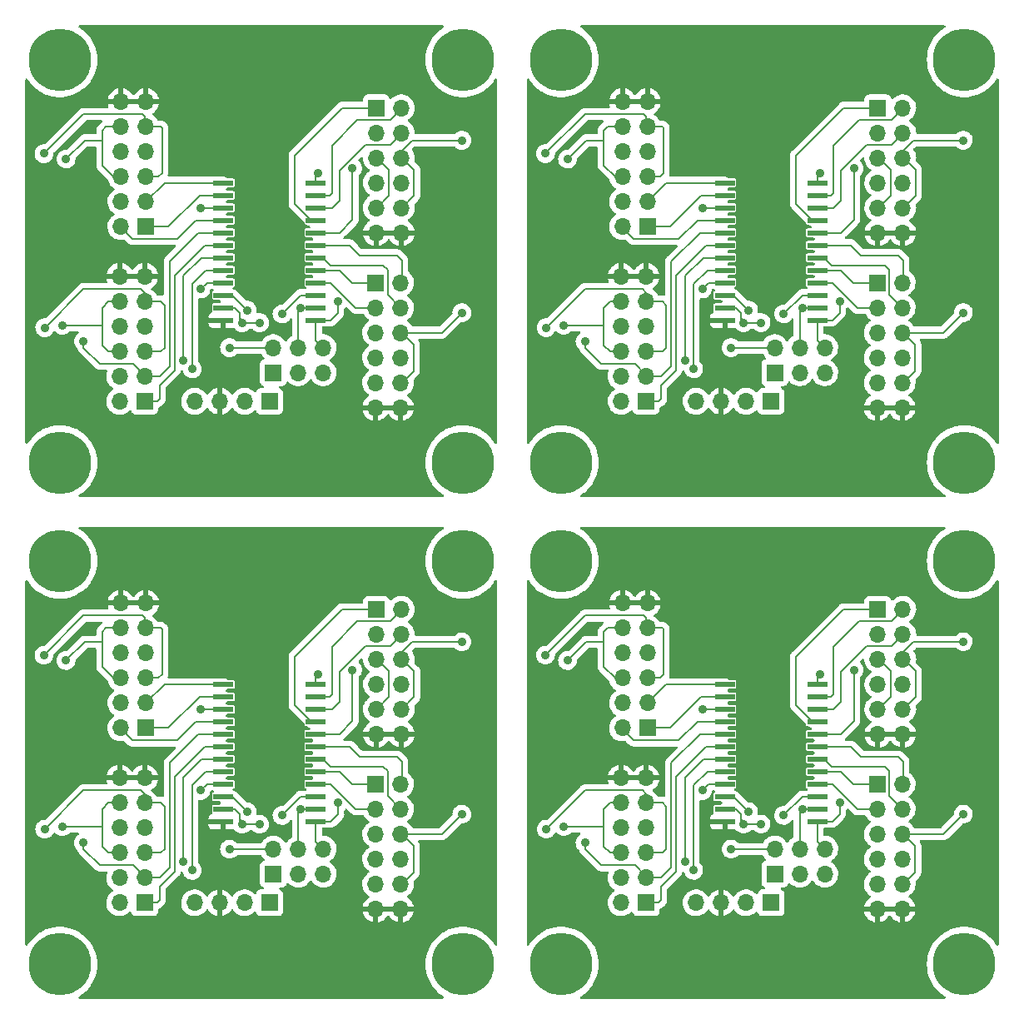
<source format=gtl>
%MOIN*%
%OFA0B0*%
%FSLAX46Y46*%
%IPPOS*%
%LPD*%
%ADD10C,0.25*%
%ADD11R,0.066929133858267723X0.066929133858267723*%
%ADD12O,0.066929133858267723X0.066929133858267723*%
%ADD13R,0.07874015748031496X0.023622047244094488*%
%ADD14C,0.035*%
%ADD15C,0.008*%
%ADD26C,0.25*%
%ADD27R,0.066929133858267723X0.066929133858267723*%
%ADD28O,0.066929133858267723X0.066929133858267723*%
%ADD29R,0.07874015748031496X0.023622047244094488*%
%ADD30C,0.035*%
%ADD31C,0.008*%
%ADD32C,0.25*%
%ADD33R,0.066929133858267723X0.066929133858267723*%
%ADD34O,0.066929133858267723X0.066929133858267723*%
%ADD35R,0.07874015748031496X0.023622047244094488*%
%ADD36C,0.035*%
%ADD37C,0.008*%
%ADD38C,0.25*%
%ADD39R,0.066929133858267723X0.066929133858267723*%
%ADD40O,0.066929133858267723X0.066929133858267723*%
%ADD41R,0.07874015748031496X0.023622047244094488*%
%ADD42C,0.035*%
%ADD43C,0.008*%
G01*
D10*
X-0006102362Y0005078740D02*
X0000157480Y0001771653D03*
X0001771653Y0001771653D03*
X0000157480Y0000157480D03*
X0001771653Y0000157480D03*
D11*
X0000997637Y0000403740D03*
D12*
X0000897637Y0000403740D03*
X0000797637Y0000403740D03*
X0000697637Y0000403740D03*
D11*
X0001012637Y0000518740D03*
D12*
X0001012637Y0000618740D03*
X0001112637Y0000518740D03*
X0001112637Y0000618740D03*
X0001212637Y0000518740D03*
X0001212637Y0000618740D03*
D13*
X0001182677Y0000728740D03*
X0001182677Y0000778740D03*
X0001182677Y0000828740D03*
X0001182677Y0000878740D03*
X0001182677Y0000928740D03*
X0001182677Y0000978740D03*
X0001182677Y0001028740D03*
X0001182677Y0001078740D03*
X0001182677Y0001128740D03*
X0001182677Y0001178740D03*
X0001182677Y0001228740D03*
X0001182677Y0001278740D03*
X0000812598Y0001278740D03*
X0000812598Y0001228740D03*
X0000812598Y0001178740D03*
X0000812598Y0001128740D03*
X0000812598Y0001078740D03*
X0000812598Y0001028740D03*
X0000812598Y0000978740D03*
X0000812598Y0000928740D03*
X0000812598Y0000878740D03*
X0000812598Y0000828740D03*
X0000812598Y0000778740D03*
X0000812598Y0000728740D03*
D11*
X0001425196Y0001578740D03*
D12*
X0001525196Y0001578740D03*
X0001425196Y0001478740D03*
X0001525196Y0001478740D03*
X0001425196Y0001378740D03*
X0001525196Y0001378740D03*
X0001425196Y0001278740D03*
X0001525196Y0001278740D03*
X0001425196Y0001178740D03*
X0001525196Y0001178740D03*
X0001425196Y0001078740D03*
X0001525196Y0001078740D03*
D11*
X0000497637Y0000403740D03*
D12*
X0000397637Y0000403740D03*
X0000497637Y0000503740D03*
X0000397637Y0000503740D03*
X0000497637Y0000603740D03*
X0000397637Y0000603740D03*
X0000497637Y0000703740D03*
X0000397637Y0000703740D03*
X0000497637Y0000803740D03*
X0000397637Y0000803740D03*
X0000497637Y0000903740D03*
X0000397637Y0000903740D03*
D11*
X0001422637Y0000878740D03*
D12*
X0001522637Y0000878740D03*
X0001422637Y0000778740D03*
X0001522637Y0000778740D03*
X0001422637Y0000678740D03*
X0001522637Y0000678740D03*
X0001422637Y0000578740D03*
X0001522637Y0000578740D03*
X0001422637Y0000478740D03*
X0001522637Y0000478740D03*
X0001422637Y0000378740D03*
X0001522637Y0000378740D03*
D11*
X0000502637Y0001103740D03*
D12*
X0000402637Y0001103740D03*
X0000502637Y0001203740D03*
X0000402637Y0001203740D03*
X0000502637Y0001303740D03*
X0000402637Y0001303740D03*
X0000502637Y0001403740D03*
X0000402637Y0001403740D03*
X0000502637Y0001503740D03*
X0000402637Y0001503740D03*
X0000502637Y0001603740D03*
X0000402637Y0001603740D03*
D14*
X0001192637Y0001318740D03*
X0001329897Y0001336480D03*
X0000972637Y0001053740D03*
X0000722637Y0001178740D03*
X0000252637Y0000643740D03*
X0000652637Y0000568740D03*
X0001767637Y0000758740D03*
X0001767637Y0001448740D03*
X0000094488Y0001395590D03*
X0000182637Y0001373740D03*
X0000097637Y0000698740D03*
X0000167637Y0000708740D03*
X0001047637Y0000753740D03*
X0000837637Y0000618740D03*
X0000722637Y0000853740D03*
X0001122637Y0000778740D03*
X0001272637Y0000803740D03*
X0000907637Y0000768740D03*
X0000887637Y0000718740D03*
X0000957637Y0000718740D03*
X0000687637Y0000533740D03*
D15*
X0001182677Y0001308779D02*
X0001192637Y0001318740D01*
X0001182677Y0001278740D02*
X0001182677Y0001308779D01*
X0001342158Y0000778740D02*
X0001242158Y0000878740D01*
X0001242158Y0000878740D02*
X0001182677Y0000878740D01*
X0001397637Y0000778740D02*
X0001342158Y0000778740D01*
X0001522637Y0000778740D02*
X0001470083Y0000831294D01*
X0001470083Y0000831294D02*
X0001470083Y0000931185D01*
X0001182677Y0000978740D02*
X0001210236Y0000978740D01*
X0001240236Y0000948740D02*
X0001452528Y0000948740D01*
X0001470083Y0000931185D02*
X0001452528Y0000948740D01*
X0001210236Y0000978740D02*
X0001240236Y0000948740D01*
X0001329897Y0001131000D02*
X0001329897Y0001336480D01*
X0001182677Y0001078740D02*
X0001277637Y0001078740D01*
X0001277637Y0001078740D02*
X0001329897Y0001131000D01*
X0001481688Y0001431294D02*
X0001529133Y0001478740D01*
X0001277637Y0001328740D02*
X0001380192Y0001431294D01*
X0001277637Y0001208740D02*
X0001277637Y0001328740D01*
X0001380192Y0001431294D02*
X0001481688Y0001431294D01*
X0001247637Y0001178740D02*
X0001277637Y0001208740D01*
X0001182677Y0001178740D02*
X0001247637Y0001178740D01*
X0000502637Y0001203740D02*
X0000577637Y0001278740D01*
X0000577637Y0001278740D02*
X0000812598Y0001278740D01*
X0000812598Y0001178740D02*
X0000722637Y0001178740D01*
X0000712637Y0001078740D02*
X0000597637Y0000963740D01*
X0000597637Y0000963740D02*
X0000597637Y0000543740D01*
X0000597637Y0000543740D02*
X0000557637Y0000503740D01*
X0000557637Y0000503740D02*
X0000497637Y0000503740D01*
X0000497637Y0000508740D02*
X0000452637Y0000553740D01*
X0000452637Y0000553740D02*
X0000317637Y0000553740D01*
X0000317637Y0000553740D02*
X0000252637Y0000618740D01*
X0000252637Y0000618740D02*
X0000252637Y0000643740D01*
X0000497637Y0000503740D02*
X0000497637Y0000508740D01*
X0000812598Y0001078740D02*
X0000712637Y0001078740D01*
X0000725637Y0000978740D02*
X0000652637Y0000905740D01*
X0000652637Y0000905740D02*
X0000652637Y0000568740D01*
X0000812598Y0000978740D02*
X0000725637Y0000978740D01*
X0001575083Y0000631294D02*
X0001527637Y0000678740D01*
X0001575083Y0000525398D02*
X0001575083Y0000631294D01*
X0001522637Y0000678740D02*
X0001687637Y0000678740D01*
X0001687637Y0000678740D02*
X0001767637Y0000758740D01*
X0001527637Y0000477952D02*
X0001575083Y0000525398D01*
X0001476579Y0001331294D02*
X0001429133Y0001378740D01*
X0001476579Y0001226894D02*
X0001476579Y0001331294D01*
X0001427637Y0001177952D02*
X0001476579Y0001226894D01*
X0001527637Y0001177952D02*
X0001576579Y0001226894D01*
X0001497637Y0001378740D02*
X0001567637Y0001448740D01*
X0001567637Y0001448740D02*
X0001767637Y0001448740D01*
X0001576579Y0001331294D02*
X0001529133Y0001378740D01*
X0001576579Y0001226894D02*
X0001576579Y0001331294D01*
X0000552637Y0001303740D02*
X0000567637Y0001318740D01*
X0000567637Y0001318740D02*
X0000567637Y0001498740D01*
X0000567637Y0001498740D02*
X0000562637Y0001503740D01*
X0000562637Y0001503740D02*
X0000497637Y0001503740D01*
X0000094488Y0001395590D02*
X0000252637Y0001553740D01*
X0000252637Y0001553740D02*
X0000487637Y0001553740D01*
X0000487637Y0001553740D02*
X0000497637Y0001543740D01*
X0000497637Y0001543740D02*
X0000497637Y0001503740D01*
X0000497637Y0001303740D02*
X0000552637Y0001303740D01*
X0000372637Y0001303740D02*
X0000327637Y0001348740D01*
X0000327637Y0001348740D02*
X0000327637Y0001448740D01*
X0000327637Y0001488740D02*
X0000342637Y0001503740D01*
X0000342637Y0001503740D02*
X0000397637Y0001503740D01*
X0000327637Y0001448740D02*
X0000327637Y0001488740D01*
X0000182637Y0001373740D02*
X0000257637Y0001448740D01*
X0000257637Y0001448740D02*
X0000327637Y0001448740D01*
X0000397637Y0001303740D02*
X0000372637Y0001303740D01*
X0000562637Y0000603740D02*
X0000577637Y0000618740D01*
X0000577637Y0000618740D02*
X0000577637Y0000788740D01*
X0000577637Y0000788740D02*
X0000562637Y0000803740D01*
X0000562637Y0000803740D02*
X0000497637Y0000803740D01*
X0000097637Y0000698740D02*
X0000252637Y0000853740D01*
X0000252637Y0000853740D02*
X0000482637Y0000853740D01*
X0000482637Y0000853740D02*
X0000497637Y0000838740D01*
X0000497637Y0000838740D02*
X0000497637Y0000803740D01*
X0000497637Y0000603740D02*
X0000562637Y0000603740D01*
X0000352637Y0000803740D02*
X0000327637Y0000778740D01*
X0000327637Y0000778740D02*
X0000327637Y0000708740D01*
X0000327637Y0000628740D02*
X0000352637Y0000603740D01*
X0000352637Y0000603740D02*
X0000397637Y0000603740D01*
X0000167637Y0000708740D02*
X0000327637Y0000708740D01*
X0000327637Y0000708740D02*
X0000327637Y0000628740D01*
X0000397637Y0000803740D02*
X0000352637Y0000803740D01*
X0001047637Y0000753740D02*
X0001122637Y0000828740D01*
X0001122637Y0000828740D02*
X0001182677Y0000828740D01*
X0000747637Y0000878740D02*
X0000722637Y0000853740D01*
X0000812598Y0000878740D02*
X0000747637Y0000878740D01*
X0001012637Y0000618740D02*
X0000837637Y0000618740D01*
X0001112637Y0000768740D02*
X0001122637Y0000778740D01*
X0001182677Y0000778740D02*
X0001122637Y0000778740D01*
X0001112637Y0000618740D02*
X0001112637Y0000768740D01*
X0001242637Y0000728740D02*
X0001272637Y0000758740D01*
X0001272637Y0000758740D02*
X0001272637Y0000803740D01*
X0001182677Y0000648700D02*
X0001212637Y0000618740D01*
X0001182677Y0000728740D02*
X0001242637Y0000728740D01*
X0001182677Y0000728740D02*
X0001182677Y0000648700D01*
X0000847637Y0000828740D02*
X0000907637Y0000768740D01*
X0000812598Y0000828740D02*
X0000847637Y0000828740D01*
X0000857637Y0000778740D02*
X0000877637Y0000758740D01*
X0000877637Y0000738740D02*
X0000897637Y0000718740D01*
X0000897637Y0000718740D02*
X0000957637Y0000718740D01*
X0000887637Y0000718740D02*
X0000877637Y0000728740D01*
X0000877637Y0000728740D02*
X0000877637Y0000758740D01*
X0000812598Y0000778740D02*
X0000857637Y0000778740D01*
X0001277637Y0000928740D02*
X0001327637Y0000878740D01*
X0001327637Y0000878740D02*
X0001397637Y0000878740D01*
X0001182677Y0000928740D02*
X0001277637Y0000928740D01*
X0001357637Y0000988740D02*
X0001507637Y0000988740D01*
X0001182677Y0001028740D02*
X0001317637Y0001028740D01*
X0001507637Y0000988740D02*
X0001527637Y0000968740D01*
X0001317637Y0001028740D02*
X0001357637Y0000988740D01*
X0001527637Y0000968740D02*
X0001527637Y0000878740D01*
X0001287637Y0001578740D02*
X0001429133Y0001578740D01*
X0001097637Y0001388740D02*
X0001287637Y0001578740D01*
X0001163534Y0001128740D02*
X0001097637Y0001194636D01*
X0001097637Y0001194636D02*
X0001097637Y0001388740D01*
X0001182677Y0001128740D02*
X0001163534Y0001128740D01*
X0001247637Y0001238740D02*
X0001237637Y0001228740D01*
X0001349389Y0001530492D02*
X0001247637Y0001428740D01*
X0001237637Y0001228740D02*
X0001182677Y0001228740D01*
X0001480885Y0001530492D02*
X0001349389Y0001530492D01*
X0001529133Y0001578740D02*
X0001480885Y0001530492D01*
X0001247637Y0001428740D02*
X0001247637Y0001238740D01*
X0000717637Y0001228740D02*
X0000592637Y0001103740D01*
X0000592637Y0001103740D02*
X0000497637Y0001103740D01*
X0000812598Y0001228740D02*
X0000717637Y0001228740D01*
X0000702637Y0001128740D02*
X0000627637Y0001053740D01*
X0000627637Y0001053740D02*
X0000447637Y0001053740D01*
X0000397637Y0001103740D02*
X0000447637Y0001053740D01*
X0000812598Y0001128740D02*
X0000702637Y0001128740D01*
X0000737637Y0001028740D02*
X0000617637Y0000908740D01*
X0000617637Y0000908740D02*
X0000617637Y0000528740D01*
X0000547637Y0000403740D02*
X0000557637Y0000413740D01*
X0000557637Y0000413740D02*
X0000557637Y0000468740D01*
X0000557637Y0000468740D02*
X0000617637Y0000528740D01*
X0000812598Y0001028740D02*
X0000737637Y0001028740D01*
X0000497637Y0000403740D02*
X0000547637Y0000403740D01*
X0000742637Y0000928740D02*
X0000687637Y0000873740D01*
X0000687637Y0000873740D02*
X0000687637Y0000533740D01*
X0000812598Y0000928740D02*
X0000742637Y0000928740D01*
G36*
X0001693710Y0001908346D02*
G01*
X0001695541Y0001906233D01*
X0001695939Y0001903467D01*
X0001694777Y0001900924D01*
X0001693426Y0001899830D01*
X0001692498Y0001899318D01*
X0001692394Y0001899246D01*
X0001692394Y0001899246D01*
X0001680798Y0001891216D01*
X0001680002Y0001890665D01*
X0001668444Y0001880794D01*
X0001668357Y0001880703D01*
X0001668357Y0001880703D01*
X0001668099Y0001880433D01*
X0001657943Y0001869805D01*
X0001657866Y0001869706D01*
X0001657866Y0001869706D01*
X0001657704Y0001869498D01*
X0001648606Y0001857811D01*
X0001648539Y0001857705D01*
X0001648539Y0001857705D01*
X0001643494Y0001849661D01*
X0001640529Y0001844936D01*
X0001633795Y0001831310D01*
X0001633751Y0001831192D01*
X0001633751Y0001831192D01*
X0001633615Y0001830828D01*
X0001628472Y0001817073D01*
X0001628440Y0001816952D01*
X0001628440Y0001816951D01*
X0001624649Y0001802502D01*
X0001624615Y0001802371D01*
X0001622263Y0001787355D01*
X0001622257Y0001787230D01*
X0001622257Y0001787230D01*
X0001621572Y0001774581D01*
X0001621441Y0001772177D01*
X0001622157Y0001756995D01*
X0001624404Y0001741962D01*
X0001628158Y0001727234D01*
X0001633382Y0001712960D01*
X0001640021Y0001699288D01*
X0001640087Y0001699181D01*
X0001640087Y0001699181D01*
X0001644989Y0001691244D01*
X0001648008Y0001686356D01*
X0001648084Y0001686257D01*
X0001648084Y0001686256D01*
X0001657184Y0001674397D01*
X0001657260Y0001674297D01*
X0001667684Y0001663236D01*
X0001667779Y0001663154D01*
X0001667779Y0001663153D01*
X0001675819Y0001656190D01*
X0001679173Y0001653284D01*
X0001691608Y0001644544D01*
X0001693197Y0001643652D01*
X0001704459Y0001637333D01*
X0001704863Y0001637106D01*
X0001704978Y0001637056D01*
X0001704978Y0001637056D01*
X0001710683Y0001634575D01*
X0001718802Y0001631045D01*
X0001733282Y0001626424D01*
X0001741365Y0001624721D01*
X0001748032Y0001623316D01*
X0001748032Y0001623316D01*
X0001748155Y0001623290D01*
X0001763268Y0001621675D01*
X0001763393Y0001621674D01*
X0001763394Y0001621674D01*
X0001770297Y0001621638D01*
X0001778467Y0001621595D01*
X0001782579Y0001621991D01*
X0001793471Y0001623040D01*
X0001793472Y0001623040D01*
X0001793597Y0001623052D01*
X0001808501Y0001626030D01*
X0001819005Y0001629262D01*
X0001822909Y0001630463D01*
X0001822909Y0001630463D01*
X0001823029Y0001630500D01*
X0001823144Y0001630548D01*
X0001823145Y0001630548D01*
X0001829364Y0001633176D01*
X0001837030Y0001636414D01*
X0001850362Y0001643713D01*
X0001862888Y0001652322D01*
X0001862984Y0001652403D01*
X0001862985Y0001652404D01*
X0001874384Y0001662071D01*
X0001874385Y0001662072D01*
X0001874481Y0001662153D01*
X0001874567Y0001662243D01*
X0001874568Y0001662243D01*
X0001884933Y0001673014D01*
X0001884933Y0001673014D01*
X0001885020Y0001673105D01*
X0001894398Y0001685066D01*
X0001899980Y0001693894D01*
X0001902078Y0001695741D01*
X0001904842Y0001696159D01*
X0001907393Y0001695017D01*
X0001908922Y0001692677D01*
X0001909133Y0001691244D01*
X0001909133Y0000237859D01*
X0001908346Y0000235177D01*
X0001906233Y0000233346D01*
X0001903467Y0000232948D01*
X0001900924Y0000234110D01*
X0001899961Y0000235237D01*
X0001895066Y0000243101D01*
X0001895000Y0000243208D01*
X0001885705Y0000255234D01*
X0001875242Y0000266259D01*
X0001863719Y0000276171D01*
X0001863260Y0000276492D01*
X0001851356Y0000284795D01*
X0001851253Y0000284867D01*
X0001837973Y0000292259D01*
X0001837858Y0000292309D01*
X0001837858Y0000292309D01*
X0001824128Y0000298222D01*
X0001824128Y0000298222D01*
X0001824013Y0000298271D01*
X0001809517Y0000302842D01*
X0001798884Y0000305044D01*
X0001794756Y0000305899D01*
X0001794756Y0000305899D01*
X0001794633Y0000305924D01*
X0001783587Y0000307066D01*
X0001779639Y0000307474D01*
X0001779639Y0000307474D01*
X0001779515Y0000307486D01*
X0001779390Y0000307487D01*
X0001779390Y0000307487D01*
X0001771900Y0000307500D01*
X0001764315Y0000307513D01*
X0001758325Y0000306915D01*
X0001749316Y0000306016D01*
X0001749316Y0000306016D01*
X0001749191Y0000306003D01*
X0001741455Y0000304430D01*
X0001734420Y0000302998D01*
X0001734420Y0000302998D01*
X0001734297Y0000302973D01*
X0001734177Y0000302936D01*
X0001734177Y0000302936D01*
X0001728173Y0000301066D01*
X0001719785Y0000298453D01*
X0001715637Y0000296684D01*
X0001705920Y0000292539D01*
X0001705919Y0000292539D01*
X0001705804Y0000292490D01*
X0001705695Y0000292430D01*
X0001705695Y0000292429D01*
X0001694220Y0000286095D01*
X0001692498Y0000285144D01*
X0001692394Y0000285073D01*
X0001692394Y0000285073D01*
X0001691994Y0000284795D01*
X0001680002Y0000276492D01*
X0001668444Y0000266620D01*
X0001668357Y0000266530D01*
X0001668357Y0000266530D01*
X0001668099Y0000266259D01*
X0001657943Y0000255632D01*
X0001657866Y0000255533D01*
X0001657866Y0000255533D01*
X0001657704Y0000255325D01*
X0001648606Y0000243638D01*
X0001648539Y0000243532D01*
X0001648539Y0000243532D01*
X0001644989Y0000237872D01*
X0001640529Y0000230762D01*
X0001633795Y0000217136D01*
X0001633751Y0000217019D01*
X0001633751Y0000217019D01*
X0001633615Y0000216655D01*
X0001628472Y0000202900D01*
X0001628440Y0000202778D01*
X0001628440Y0000202778D01*
X0001624647Y0000188319D01*
X0001624615Y0000188198D01*
X0001622263Y0000173181D01*
X0001622257Y0000173057D01*
X0001622257Y0000173056D01*
X0001621572Y0000160408D01*
X0001621441Y0000158004D01*
X0001622157Y0000142822D01*
X0001624404Y0000127789D01*
X0001628158Y0000113061D01*
X0001633382Y0000098787D01*
X0001640021Y0000085114D01*
X0001640087Y0000085008D01*
X0001640087Y0000085008D01*
X0001640870Y0000083740D01*
X0001648008Y0000072183D01*
X0001648084Y0000072083D01*
X0001648084Y0000072083D01*
X0001657184Y0000060224D01*
X0001657260Y0000060124D01*
X0001667684Y0000049062D01*
X0001667779Y0000048980D01*
X0001667779Y0000048980D01*
X0001679078Y0000039193D01*
X0001679173Y0000039111D01*
X0001691608Y0000030371D01*
X0001691718Y0000030310D01*
X0001693542Y0000029286D01*
X0001695495Y0000027287D01*
X0001696057Y0000024549D01*
X0001695050Y0000021942D01*
X0001692794Y0000020292D01*
X0001691114Y0000020000D01*
X0000238154Y0000020000D01*
X0000235472Y0000020787D01*
X0000233641Y0000022899D01*
X0000233244Y0000025666D01*
X0000234405Y0000028209D01*
X0000235772Y0000029311D01*
X0000236189Y0000029540D01*
X0000248715Y0000038149D01*
X0000248811Y0000038230D01*
X0000248812Y0000038230D01*
X0000260211Y0000047898D01*
X0000260212Y0000047898D01*
X0000260307Y0000047980D01*
X0000260394Y0000048070D01*
X0000260395Y0000048070D01*
X0000270759Y0000058841D01*
X0000270760Y0000058841D01*
X0000270847Y0000058932D01*
X0000280225Y0000070892D01*
X0000282632Y0000074700D01*
X0000288280Y0000083634D01*
X0000288280Y0000083634D01*
X0000288347Y0000083740D01*
X0000288403Y0000083852D01*
X0000288403Y0000083852D01*
X0000295073Y0000097230D01*
X0000295129Y0000097342D01*
X0000300502Y0000111561D01*
X0000300933Y0000113182D01*
X0000304377Y0000126127D01*
X0000304410Y0000126249D01*
X0000306814Y0000141257D01*
X0000306856Y0000141997D01*
X0000307685Y0000156364D01*
X0000307689Y0000156431D01*
X0000307692Y0000157480D01*
X0000307689Y0000157546D01*
X0000306930Y0000172535D01*
X0000306930Y0000172535D01*
X0000306923Y0000172660D01*
X0000304624Y0000187684D01*
X0000300819Y0000202399D01*
X0000300679Y0000202778D01*
X0000295589Y0000216537D01*
X0000295589Y0000216537D01*
X0000295545Y0000216655D01*
X0000288859Y0000230304D01*
X0000288644Y0000230650D01*
X0000280893Y0000243101D01*
X0000280827Y0000243208D01*
X0000271532Y0000255234D01*
X0000261069Y0000266259D01*
X0000249546Y0000276171D01*
X0000249086Y0000276492D01*
X0000237183Y0000284795D01*
X0000237080Y0000284867D01*
X0000223799Y0000292259D01*
X0000223685Y0000292309D01*
X0000223684Y0000292309D01*
X0000209955Y0000298222D01*
X0000209955Y0000298222D01*
X0000209840Y0000298271D01*
X0000195344Y0000302842D01*
X0000184711Y0000305044D01*
X0000180583Y0000305899D01*
X0000180583Y0000305899D01*
X0000180460Y0000305924D01*
X0000169413Y0000307066D01*
X0000165466Y0000307474D01*
X0000165465Y0000307474D01*
X0000165341Y0000307486D01*
X0000165217Y0000307487D01*
X0000165216Y0000307487D01*
X0000157727Y0000307500D01*
X0000150142Y0000307513D01*
X0000144152Y0000306915D01*
X0000135143Y0000306016D01*
X0000135142Y0000306016D01*
X0000135018Y0000306003D01*
X0000127282Y0000304430D01*
X0000120246Y0000302998D01*
X0000120246Y0000302998D01*
X0000120123Y0000302973D01*
X0000120004Y0000302936D01*
X0000120003Y0000302936D01*
X0000114000Y0000301066D01*
X0000105612Y0000298453D01*
X0000101464Y0000296684D01*
X0000091746Y0000292539D01*
X0000091746Y0000292539D01*
X0000091631Y0000292490D01*
X0000091522Y0000292430D01*
X0000091521Y0000292429D01*
X0000080047Y0000286095D01*
X0000078324Y0000285144D01*
X0000078221Y0000285073D01*
X0000078221Y0000285073D01*
X0000077821Y0000284795D01*
X0000065828Y0000276492D01*
X0000054271Y0000266620D01*
X0000054184Y0000266530D01*
X0000054184Y0000266530D01*
X0000053926Y0000266259D01*
X0000043770Y0000255632D01*
X0000043693Y0000255533D01*
X0000043693Y0000255533D01*
X0000043531Y0000255325D01*
X0000034433Y0000243638D01*
X0000034366Y0000243532D01*
X0000034366Y0000243532D01*
X0000029162Y0000235236D01*
X0000027070Y0000233383D01*
X0000024308Y0000232955D01*
X0000021753Y0000234088D01*
X0000020216Y0000236423D01*
X0000020000Y0000237872D01*
X0000020000Y0000914205D01*
X0000345054Y0000914205D01*
X0000345114Y0000913873D01*
X0000345602Y0000913740D01*
X0000386924Y0000913740D01*
X0000387524Y0000913916D01*
X0000387571Y0000913971D01*
X0000387637Y0000914273D01*
X0000387637Y0000914453D01*
X0000407637Y0000914453D01*
X0000407813Y0000913853D01*
X0000407868Y0000913805D01*
X0000408171Y0000913740D01*
X0000486924Y0000913740D01*
X0000487524Y0000913916D01*
X0000487572Y0000913971D01*
X0000487637Y0000914273D01*
X0000487637Y0000914453D01*
X0000507637Y0000914453D01*
X0000507813Y0000913853D01*
X0000507868Y0000913805D01*
X0000508171Y0000913740D01*
X0000549541Y0000913740D01*
X0000550073Y0000913896D01*
X0000550125Y0000914254D01*
X0000548472Y0000920831D01*
X0000548342Y0000921215D01*
X0000544998Y0000928904D01*
X0000544807Y0000929262D01*
X0000540252Y0000936302D01*
X0000540005Y0000936623D01*
X0000534362Y0000942825D01*
X0000534065Y0000943101D01*
X0000527485Y0000948298D01*
X0000527147Y0000948522D01*
X0000519807Y0000952574D01*
X0000519437Y0000952741D01*
X0000511533Y0000955540D01*
X0000511141Y0000955643D01*
X0000508340Y0000956142D01*
X0000507816Y0000956085D01*
X0000507637Y0000955512D01*
X0000507637Y0000914453D01*
X0000487637Y0000914453D01*
X0000487637Y0000955586D01*
X0000487483Y0000956111D01*
X0000486921Y0000956190D01*
X0000485406Y0000955958D01*
X0000485011Y0000955864D01*
X0000477042Y0000953259D01*
X0000476667Y0000953102D01*
X0000469230Y0000949230D01*
X0000468887Y0000949014D01*
X0000462182Y0000943980D01*
X0000461878Y0000943710D01*
X0000456086Y0000937648D01*
X0000455830Y0000937333D01*
X0000451700Y0000931278D01*
X0000449538Y0000929506D01*
X0000446762Y0000929185D01*
X0000444252Y0000930415D01*
X0000443437Y0000931379D01*
X0000440252Y0000936302D01*
X0000440005Y0000936623D01*
X0000434362Y0000942825D01*
X0000434065Y0000943101D01*
X0000427485Y0000948298D01*
X0000427147Y0000948522D01*
X0000419807Y0000952574D01*
X0000419437Y0000952741D01*
X0000411533Y0000955540D01*
X0000411141Y0000955643D01*
X0000408340Y0000956142D01*
X0000407816Y0000956085D01*
X0000407637Y0000955512D01*
X0000407637Y0000914453D01*
X0000387637Y0000914453D01*
X0000387637Y0000955586D01*
X0000387483Y0000956111D01*
X0000386921Y0000956190D01*
X0000385406Y0000955958D01*
X0000385011Y0000955864D01*
X0000377042Y0000953259D01*
X0000376667Y0000953102D01*
X0000369230Y0000949230D01*
X0000368887Y0000949014D01*
X0000362182Y0000943980D01*
X0000361878Y0000943710D01*
X0000356086Y0000937648D01*
X0000355830Y0000937333D01*
X0000351106Y0000930407D01*
X0000350905Y0000930054D01*
X0000347375Y0000922449D01*
X0000347235Y0000922068D01*
X0000345054Y0000914205D01*
X0000020000Y0000914205D01*
X0000020000Y0001396116D01*
X0000056790Y0001396116D01*
X0000056810Y0001395875D01*
X0000057372Y0001389189D01*
X0000057406Y0001388784D01*
X0000059434Y0001381711D01*
X0000060932Y0001378797D01*
X0000062338Y0001376061D01*
X0000062797Y0001375167D01*
X0000062948Y0001374977D01*
X0000062948Y0001374977D01*
X0000065497Y0001371761D01*
X0000067368Y0001369401D01*
X0000067552Y0001369243D01*
X0000072073Y0001365396D01*
X0000072971Y0001364632D01*
X0000079394Y0001361042D01*
X0000086392Y0001358768D01*
X0000093698Y0001357897D01*
X0000093940Y0001357916D01*
X0000093940Y0001357916D01*
X0000096218Y0001358091D01*
X0000101034Y0001358462D01*
X0000108121Y0001360440D01*
X0000108337Y0001360549D01*
X0000108338Y0001360550D01*
X0000111384Y0001362088D01*
X0000114689Y0001363758D01*
X0000115807Y0001364632D01*
X0000117215Y0001365732D01*
X0000120487Y0001368288D01*
X0000120646Y0001368472D01*
X0000120646Y0001368472D01*
X0000125137Y0001373674D01*
X0000125295Y0001373858D01*
X0000128068Y0001378740D01*
X0000128810Y0001380045D01*
X0000128810Y0001380045D01*
X0000128929Y0001380256D01*
X0000129369Y0001381578D01*
X0000131175Y0001387007D01*
X0000131252Y0001387237D01*
X0000131538Y0001389500D01*
X0000132157Y0001394399D01*
X0000132157Y0001394400D01*
X0000132174Y0001394537D01*
X0000132189Y0001395590D01*
X0000132165Y0001395837D01*
X0000132084Y0001396655D01*
X0000132607Y0001399401D01*
X0000133514Y0001400647D01*
X0000261134Y0001528267D01*
X0000263587Y0001529607D01*
X0000264641Y0001529720D01*
X0000322464Y0001529720D01*
X0000325146Y0001528932D01*
X0000326977Y0001526820D01*
X0000327374Y0001524053D01*
X0000326213Y0001521511D01*
X0000326169Y0001521464D01*
X0000326064Y0001521388D01*
X0000325172Y0001520310D01*
X0000325001Y0001520103D01*
X0000324686Y0001519757D01*
X0000312760Y0001507831D01*
X0000312452Y0001507551D01*
X0000312205Y0001507394D01*
X0000311991Y0001507167D01*
X0000311991Y0001507167D01*
X0000310439Y0001505514D01*
X0000310331Y0001505402D01*
X0000309584Y0001504656D01*
X0000309489Y0001504532D01*
X0000309467Y0001504507D01*
X0000309192Y0001504186D01*
X0000308051Y0001502970D01*
X0000307687Y0001502310D01*
X0000307260Y0001501660D01*
X0000306990Y0001501311D01*
X0000306989Y0001501310D01*
X0000306798Y0001501064D01*
X0000306136Y0001499533D01*
X0000305930Y0001499114D01*
X0000305127Y0001497652D01*
X0000305029Y0001497271D01*
X0000304939Y0001496922D01*
X0000304687Y0001496186D01*
X0000304388Y0001495494D01*
X0000304339Y0001495186D01*
X0000304127Y0001493847D01*
X0000304032Y0001493389D01*
X0000303618Y0001491774D01*
X0000303618Y0001491021D01*
X0000303557Y0001490245D01*
X0000303439Y0001489500D01*
X0000303468Y0001489189D01*
X0000303596Y0001487840D01*
X0000303618Y0001487373D01*
X0000303618Y0001477720D01*
X0000302830Y0001475038D01*
X0000300718Y0001473208D01*
X0000298657Y0001472759D01*
X0000260617Y0001472759D01*
X0000260202Y0001472779D01*
X0000259916Y0001472843D01*
X0000259604Y0001472833D01*
X0000259604Y0001472833D01*
X0000257338Y0001472762D01*
X0000257182Y0001472759D01*
X0000256126Y0001472759D01*
X0000255972Y0001472740D01*
X0000255938Y0001472738D01*
X0000255517Y0001472705D01*
X0000253850Y0001472652D01*
X0000253145Y0001472447D01*
X0000253126Y0001472442D01*
X0000252364Y0001472284D01*
X0000251926Y0001472229D01*
X0000251926Y0001472229D01*
X0000251616Y0001472190D01*
X0000251326Y0001472075D01*
X0000251326Y0001472075D01*
X0000250066Y0001471576D01*
X0000249624Y0001471424D01*
X0000248322Y0001471046D01*
X0000248322Y0001471046D01*
X0000248022Y0001470959D01*
X0000247374Y0001470575D01*
X0000246675Y0001470233D01*
X0000246264Y0001470071D01*
X0000246264Y0001470070D01*
X0000245974Y0001469956D01*
X0000245721Y0001469772D01*
X0000244625Y0001468975D01*
X0000244234Y0001468719D01*
X0000242798Y0001467870D01*
X0000242266Y0001467337D01*
X0000241674Y0001466832D01*
X0000241064Y0001466388D01*
X0000240865Y0001466148D01*
X0000240001Y0001465103D01*
X0000239686Y0001464757D01*
X0000187712Y0001412783D01*
X0000185259Y0001411444D01*
X0000183686Y0001411357D01*
X0000183142Y0001411415D01*
X0000183142Y0001411415D01*
X0000182900Y0001411440D01*
X0000178231Y0001411015D01*
X0000175815Y0001410795D01*
X0000175815Y0001410795D01*
X0000175573Y0001410773D01*
X0000175340Y0001410705D01*
X0000175340Y0001410705D01*
X0000174448Y0001410442D01*
X0000168514Y0001408696D01*
X0000161993Y0001405287D01*
X0000156259Y0001400676D01*
X0000151529Y0001395040D01*
X0000151413Y0001394827D01*
X0000151413Y0001394827D01*
X0000149734Y0001391774D01*
X0000147985Y0001388592D01*
X0000147912Y0001388361D01*
X0000147911Y0001388361D01*
X0000147518Y0001387121D01*
X0000145760Y0001381578D01*
X0000144940Y0001374266D01*
X0000144960Y0001374024D01*
X0000145477Y0001367868D01*
X0000145555Y0001366934D01*
X0000147584Y0001359861D01*
X0000148440Y0001358194D01*
X0000150818Y0001353567D01*
X0000150947Y0001353317D01*
X0000151097Y0001353127D01*
X0000151097Y0001353127D01*
X0000154743Y0001348527D01*
X0000155517Y0001347550D01*
X0000155702Y0001347393D01*
X0000160830Y0001343028D01*
X0000161121Y0001342781D01*
X0000167544Y0001339192D01*
X0000174542Y0001336918D01*
X0000181848Y0001336047D01*
X0000182089Y0001336065D01*
X0000182089Y0001336065D01*
X0000184295Y0001336235D01*
X0000189184Y0001336611D01*
X0000196271Y0001338590D01*
X0000196487Y0001338699D01*
X0000196487Y0001338699D01*
X0000199846Y0001340396D01*
X0000202839Y0001341907D01*
X0000203286Y0001342257D01*
X0000205264Y0001343803D01*
X0000208637Y0001346437D01*
X0000208795Y0001346621D01*
X0000208795Y0001346621D01*
X0000211959Y0001350287D01*
X0000213445Y0001352007D01*
X0000216690Y0001357720D01*
X0000216959Y0001358194D01*
X0000216959Y0001358194D01*
X0000217079Y0001358405D01*
X0000217173Y0001358689D01*
X0000218442Y0001362502D01*
X0000219402Y0001365387D01*
X0000219681Y0001367600D01*
X0000220306Y0001372549D01*
X0000220306Y0001372549D01*
X0000220324Y0001372687D01*
X0000220338Y0001373740D01*
X0000220325Y0001373877D01*
X0000220234Y0001374805D01*
X0000220756Y0001377551D01*
X0000221663Y0001378797D01*
X0000266134Y0001423267D01*
X0000268587Y0001424607D01*
X0000269641Y0001424720D01*
X0000298657Y0001424720D01*
X0000301339Y0001423932D01*
X0000303169Y0001421820D01*
X0000303618Y0001419759D01*
X0000303618Y0001351719D01*
X0000303598Y0001351304D01*
X0000303534Y0001351018D01*
X0000303544Y0001350706D01*
X0000303615Y0001348441D01*
X0000303618Y0001348285D01*
X0000303618Y0001347229D01*
X0000303637Y0001347074D01*
X0000303639Y0001347038D01*
X0000303672Y0001346619D01*
X0000303725Y0001344952D01*
X0000303812Y0001344653D01*
X0000303935Y0001344228D01*
X0000304093Y0001343466D01*
X0000304187Y0001342719D01*
X0000304302Y0001342428D01*
X0000304801Y0001341168D01*
X0000304953Y0001340726D01*
X0000305331Y0001339424D01*
X0000305418Y0001339124D01*
X0000305802Y0001338476D01*
X0000306144Y0001337777D01*
X0000306421Y0001337076D01*
X0000306955Y0001336342D01*
X0000307402Y0001335727D01*
X0000307658Y0001335336D01*
X0000308049Y0001334675D01*
X0000308507Y0001333901D01*
X0000309040Y0001333368D01*
X0000309545Y0001332776D01*
X0000309988Y0001332166D01*
X0000310229Y0001331967D01*
X0000311274Y0001331103D01*
X0000311619Y0001330789D01*
X0000349452Y0001292956D01*
X0000350784Y0001290539D01*
X0000351132Y0001288992D01*
X0000351426Y0001287691D01*
X0000354734Y0001279542D01*
X0000356769Y0001276222D01*
X0000359224Y0001272217D01*
X0000359330Y0001272043D01*
X0000365088Y0001265396D01*
X0000371855Y0001259778D01*
X0000374387Y0001258298D01*
X0000374741Y0001258091D01*
X0000376660Y0001256058D01*
X0000377174Y0001253311D01*
X0000376122Y0001250721D01*
X0000374529Y0001249408D01*
X0000374039Y0001249153D01*
X0000373876Y0001249031D01*
X0000373876Y0001249030D01*
X0000367402Y0001244170D01*
X0000367006Y0001243872D01*
X0000360930Y0001237514D01*
X0000355974Y0001230248D01*
X0000354942Y0001228026D01*
X0000352449Y0001222656D01*
X0000352271Y0001222271D01*
X0000349920Y0001213796D01*
X0000348986Y0001205051D01*
X0000348997Y0001204848D01*
X0000348997Y0001204848D01*
X0000349365Y0001198477D01*
X0000349492Y0001196271D01*
X0000349537Y0001196072D01*
X0000349537Y0001196072D01*
X0000350350Y0001192463D01*
X0000351426Y0001187691D01*
X0000353444Y0001182720D01*
X0000354631Y0001179798D01*
X0000354734Y0001179542D01*
X0000356292Y0001177000D01*
X0000359224Y0001172216D01*
X0000359330Y0001172043D01*
X0000365088Y0001165396D01*
X0000371855Y0001159778D01*
X0000373673Y0001158716D01*
X0000374741Y0001158091D01*
X0000376660Y0001156058D01*
X0000377174Y0001153311D01*
X0000376122Y0001150721D01*
X0000374529Y0001149408D01*
X0000374039Y0001149153D01*
X0000373876Y0001149031D01*
X0000373876Y0001149031D01*
X0000367402Y0001144170D01*
X0000367006Y0001143872D01*
X0000365704Y0001142509D01*
X0000361291Y0001137892D01*
X0000360930Y0001137514D01*
X0000355974Y0001130248D01*
X0000354164Y0001126350D01*
X0000353257Y0001124396D01*
X0000352271Y0001122271D01*
X0000349920Y0001113796D01*
X0000348986Y0001105051D01*
X0000348997Y0001104848D01*
X0000348997Y0001104848D01*
X0000349365Y0001098477D01*
X0000349492Y0001096271D01*
X0000349537Y0001096072D01*
X0000349537Y0001096072D01*
X0000350448Y0001092030D01*
X0000351426Y0001087691D01*
X0000353070Y0001083642D01*
X0000354281Y0001080659D01*
X0000354734Y0001079542D01*
X0000359330Y0001072043D01*
X0000365088Y0001065396D01*
X0000371855Y0001059778D01*
X0000379448Y0001055340D01*
X0000379638Y0001055268D01*
X0000379638Y0001055268D01*
X0000381970Y0001054378D01*
X0000387665Y0001052203D01*
X0000387864Y0001052162D01*
X0000387864Y0001052162D01*
X0000391967Y0001051328D01*
X0000396283Y0001050450D01*
X0000396487Y0001050442D01*
X0000396487Y0001050442D01*
X0000404868Y0001050135D01*
X0000404869Y0001050135D01*
X0000405072Y0001050127D01*
X0000405273Y0001050153D01*
X0000405273Y0001050153D01*
X0000410041Y0001050764D01*
X0000413478Y0001051204D01*
X0000416239Y0001050764D01*
X0000417616Y0001049791D01*
X0000428546Y0001038862D01*
X0000428826Y0001038554D01*
X0000428983Y0001038307D01*
X0000429210Y0001038094D01*
X0000430863Y0001036542D01*
X0000430975Y0001036433D01*
X0000431721Y0001035687D01*
X0000431845Y0001035591D01*
X0000431869Y0001035569D01*
X0000432191Y0001035294D01*
X0000433407Y0001034153D01*
X0000433680Y0001034003D01*
X0000433680Y0001034002D01*
X0000434067Y0001033790D01*
X0000434718Y0001033362D01*
X0000435313Y0001032901D01*
X0000435599Y0001032777D01*
X0000436844Y0001032238D01*
X0000437263Y0001032033D01*
X0000438451Y0001031380D01*
X0000438452Y0001031379D01*
X0000438725Y0001031229D01*
X0000439027Y0001031152D01*
X0000439027Y0001031152D01*
X0000439455Y0001031042D01*
X0000440191Y0001030790D01*
X0000440883Y0001030490D01*
X0000442530Y0001030229D01*
X0000442988Y0001030135D01*
X0000444603Y0001029720D01*
X0000445356Y0001029720D01*
X0000446132Y0001029659D01*
X0000446877Y0001029541D01*
X0000448537Y0001029698D01*
X0000449004Y0001029720D01*
X0000617673Y0001029720D01*
X0000620355Y0001028932D01*
X0000622185Y0001026820D01*
X0000622583Y0001024053D01*
X0000621422Y0001021511D01*
X0000621180Y0001021252D01*
X0000582760Y0000982831D01*
X0000582452Y0000982551D01*
X0000582205Y0000982394D01*
X0000581991Y0000982167D01*
X0000581991Y0000982167D01*
X0000580439Y0000980514D01*
X0000580331Y0000980402D01*
X0000579584Y0000979656D01*
X0000579489Y0000979532D01*
X0000579466Y0000979507D01*
X0000579192Y0000979186D01*
X0000578050Y0000977970D01*
X0000577687Y0000977310D01*
X0000577260Y0000976660D01*
X0000576990Y0000976311D01*
X0000576989Y0000976310D01*
X0000576798Y0000976064D01*
X0000576360Y0000975051D01*
X0000576136Y0000974533D01*
X0000575930Y0000974114D01*
X0000575127Y0000972652D01*
X0000574939Y0000971922D01*
X0000574687Y0000971186D01*
X0000574388Y0000970494D01*
X0000574157Y0000969039D01*
X0000574127Y0000968847D01*
X0000574032Y0000968389D01*
X0000573618Y0000966774D01*
X0000573618Y0000966021D01*
X0000573557Y0000965245D01*
X0000573439Y0000964500D01*
X0000573468Y0000964189D01*
X0000573596Y0000962840D01*
X0000573618Y0000962373D01*
X0000573618Y0000832128D01*
X0000572830Y0000829446D01*
X0000570718Y0000827615D01*
X0000567881Y0000827228D01*
X0000567744Y0000827250D01*
X0000567287Y0000827345D01*
X0000565672Y0000827759D01*
X0000564918Y0000827759D01*
X0000564142Y0000827820D01*
X0000563398Y0000827938D01*
X0000562881Y0000827890D01*
X0000561737Y0000827781D01*
X0000561270Y0000827759D01*
X0000548501Y0000827759D01*
X0000545819Y0000828547D01*
X0000544336Y0000830025D01*
X0000540268Y0000836314D01*
X0000540268Y0000836314D01*
X0000540157Y0000836485D01*
X0000534238Y0000842990D01*
X0000534079Y0000843116D01*
X0000534079Y0000843116D01*
X0000527496Y0000848314D01*
X0000527496Y0000848315D01*
X0000527336Y0000848441D01*
X0000526833Y0000848719D01*
X0000525691Y0000849349D01*
X0000523724Y0000851334D01*
X0000523142Y0000854068D01*
X0000524131Y0000856683D01*
X0000525208Y0000857730D01*
X0000532099Y0000862645D01*
X0000532409Y0000862907D01*
X0000538348Y0000868826D01*
X0000538611Y0000869135D01*
X0000543504Y0000875944D01*
X0000543713Y0000876292D01*
X0000547427Y0000883808D01*
X0000547577Y0000884186D01*
X0000550014Y0000892208D01*
X0000550100Y0000892604D01*
X0000550156Y0000893032D01*
X0000550069Y0000893591D01*
X0000549551Y0000893740D01*
X0000345796Y0000893740D01*
X0000345263Y0000893583D01*
X0000345206Y0000893190D01*
X0000346400Y0000887895D01*
X0000346521Y0000887508D01*
X0000347707Y0000884586D01*
X0000347987Y0000881805D01*
X0000346718Y0000879314D01*
X0000344304Y0000877905D01*
X0000343111Y0000877759D01*
X0000255617Y0000877759D01*
X0000255202Y0000877779D01*
X0000254916Y0000877843D01*
X0000254604Y0000877833D01*
X0000254604Y0000877833D01*
X0000252338Y0000877762D01*
X0000252182Y0000877759D01*
X0000251126Y0000877759D01*
X0000250972Y0000877740D01*
X0000250938Y0000877738D01*
X0000250517Y0000877705D01*
X0000248850Y0000877652D01*
X0000248145Y0000877447D01*
X0000248126Y0000877442D01*
X0000247364Y0000877284D01*
X0000246926Y0000877229D01*
X0000246926Y0000877229D01*
X0000246616Y0000877190D01*
X0000246326Y0000877075D01*
X0000246326Y0000877075D01*
X0000245066Y0000876576D01*
X0000244624Y0000876424D01*
X0000243322Y0000876046D01*
X0000243322Y0000876046D01*
X0000243022Y0000875959D01*
X0000242374Y0000875575D01*
X0000241675Y0000875233D01*
X0000241264Y0000875071D01*
X0000241264Y0000875070D01*
X0000240974Y0000874956D01*
X0000240721Y0000874772D01*
X0000239625Y0000873975D01*
X0000239234Y0000873719D01*
X0000237798Y0000872870D01*
X0000237266Y0000872337D01*
X0000236674Y0000871832D01*
X0000236064Y0000871388D01*
X0000235865Y0000871148D01*
X0000235001Y0000870103D01*
X0000234686Y0000869757D01*
X0000102712Y0000737783D01*
X0000100259Y0000736444D01*
X0000098686Y0000736357D01*
X0000098142Y0000736415D01*
X0000098142Y0000736415D01*
X0000097900Y0000736440D01*
X0000094276Y0000736110D01*
X0000090815Y0000735795D01*
X0000090815Y0000735795D01*
X0000090573Y0000735773D01*
X0000090340Y0000735705D01*
X0000090340Y0000735705D01*
X0000088344Y0000735117D01*
X0000083514Y0000733696D01*
X0000083299Y0000733583D01*
X0000078469Y0000731058D01*
X0000076993Y0000730287D01*
X0000071259Y0000725676D01*
X0000066530Y0000720040D01*
X0000066413Y0000719827D01*
X0000066413Y0000719827D01*
X0000064634Y0000716593D01*
X0000062985Y0000713592D01*
X0000062911Y0000713361D01*
X0000062911Y0000713361D01*
X0000062656Y0000712556D01*
X0000060760Y0000706578D01*
X0000059940Y0000699266D01*
X0000059960Y0000699024D01*
X0000060517Y0000692393D01*
X0000060555Y0000691934D01*
X0000062584Y0000684861D01*
X0000063363Y0000683345D01*
X0000064684Y0000680773D01*
X0000065947Y0000678317D01*
X0000066097Y0000678127D01*
X0000066097Y0000678126D01*
X0000068348Y0000675287D01*
X0000070517Y0000672550D01*
X0000070702Y0000672393D01*
X0000075538Y0000668277D01*
X0000076121Y0000667781D01*
X0000082544Y0000664192D01*
X0000089542Y0000661918D01*
X0000096848Y0000661047D01*
X0000097089Y0000661065D01*
X0000097089Y0000661065D01*
X0000099296Y0000661235D01*
X0000104184Y0000661611D01*
X0000111271Y0000663590D01*
X0000111487Y0000663699D01*
X0000111487Y0000663699D01*
X0000114891Y0000665419D01*
X0000117839Y0000666907D01*
X0000118144Y0000667146D01*
X0000120673Y0000669122D01*
X0000123637Y0000671437D01*
X0000123795Y0000671621D01*
X0000123795Y0000671621D01*
X0000128286Y0000676824D01*
X0000128445Y0000677007D01*
X0000128564Y0000677218D01*
X0000128565Y0000677219D01*
X0000131686Y0000682714D01*
X0000133696Y0000684657D01*
X0000136437Y0000685205D01*
X0000139039Y0000684184D01*
X0000139887Y0000683345D01*
X0000140517Y0000682550D01*
X0000140702Y0000682393D01*
X0000145715Y0000678126D01*
X0000146121Y0000677781D01*
X0000152544Y0000674192D01*
X0000159542Y0000671918D01*
X0000166848Y0000671047D01*
X0000167089Y0000671065D01*
X0000167089Y0000671065D01*
X0000169757Y0000671271D01*
X0000174184Y0000671611D01*
X0000181271Y0000673590D01*
X0000181487Y0000673699D01*
X0000181487Y0000673699D01*
X0000184846Y0000675396D01*
X0000187839Y0000676907D01*
X0000188423Y0000677364D01*
X0000190912Y0000679308D01*
X0000193637Y0000681437D01*
X0000194986Y0000683001D01*
X0000197335Y0000684516D01*
X0000198741Y0000684720D01*
X0000229842Y0000684720D01*
X0000232524Y0000683932D01*
X0000234354Y0000681820D01*
X0000234752Y0000679053D01*
X0000233591Y0000676511D01*
X0000232392Y0000675562D01*
X0000232412Y0000675532D01*
X0000232208Y0000675399D01*
X0000231993Y0000675287D01*
X0000226259Y0000670676D01*
X0000221529Y0000665040D01*
X0000221413Y0000664827D01*
X0000221413Y0000664827D01*
X0000219635Y0000661593D01*
X0000217985Y0000658592D01*
X0000217912Y0000658361D01*
X0000217911Y0000658361D01*
X0000217512Y0000657103D01*
X0000215760Y0000651578D01*
X0000214940Y0000644266D01*
X0000214960Y0000644024D01*
X0000215499Y0000637605D01*
X0000215555Y0000636934D01*
X0000217584Y0000629861D01*
X0000220947Y0000623317D01*
X0000221097Y0000623127D01*
X0000221098Y0000623127D01*
X0000225366Y0000617740D01*
X0000225517Y0000617550D01*
X0000225702Y0000617393D01*
X0000225702Y0000617393D01*
X0000227480Y0000615879D01*
X0000229012Y0000613542D01*
X0000229058Y0000613327D01*
X0000229071Y0000613331D01*
X0000229148Y0000613029D01*
X0000229187Y0000612719D01*
X0000229302Y0000612428D01*
X0000229801Y0000611168D01*
X0000229953Y0000610726D01*
X0000230331Y0000609424D01*
X0000230418Y0000609124D01*
X0000230802Y0000608476D01*
X0000231144Y0000607777D01*
X0000231421Y0000607076D01*
X0000231902Y0000606415D01*
X0000232402Y0000605727D01*
X0000232658Y0000605336D01*
X0000233507Y0000603901D01*
X0000234040Y0000603368D01*
X0000234545Y0000602776D01*
X0000234988Y0000602166D01*
X0000235229Y0000601967D01*
X0000236274Y0000601103D01*
X0000236620Y0000600788D01*
X0000298546Y0000538862D01*
X0000298826Y0000538554D01*
X0000298983Y0000538307D01*
X0000299210Y0000538094D01*
X0000300863Y0000536542D01*
X0000300975Y0000536433D01*
X0000301721Y0000535687D01*
X0000301844Y0000535591D01*
X0000301870Y0000535569D01*
X0000302191Y0000535295D01*
X0000303407Y0000534153D01*
X0000304067Y0000533790D01*
X0000304717Y0000533363D01*
X0000305066Y0000533092D01*
X0000305067Y0000533092D01*
X0000305313Y0000532901D01*
X0000306844Y0000532238D01*
X0000307263Y0000532033D01*
X0000308725Y0000531229D01*
X0000309455Y0000531042D01*
X0000310191Y0000530790D01*
X0000310883Y0000530490D01*
X0000312530Y0000530229D01*
X0000312988Y0000530135D01*
X0000314603Y0000529720D01*
X0000315356Y0000529720D01*
X0000316132Y0000529659D01*
X0000316877Y0000529541D01*
X0000318537Y0000529698D01*
X0000319004Y0000529720D01*
X0000342957Y0000529720D01*
X0000345639Y0000528932D01*
X0000347469Y0000526820D01*
X0000347867Y0000524053D01*
X0000347456Y0000522671D01*
X0000347271Y0000522271D01*
X0000344920Y0000513796D01*
X0000343986Y0000505051D01*
X0000343997Y0000504848D01*
X0000343997Y0000504848D01*
X0000344324Y0000499192D01*
X0000344492Y0000496271D01*
X0000344537Y0000496072D01*
X0000344537Y0000496072D01*
X0000345222Y0000493030D01*
X0000346426Y0000487691D01*
X0000348172Y0000483389D01*
X0000349388Y0000480396D01*
X0000349734Y0000479542D01*
X0000351752Y0000476250D01*
X0000354224Y0000472216D01*
X0000354330Y0000472043D01*
X0000360088Y0000465396D01*
X0000366855Y0000459778D01*
X0000368527Y0000458801D01*
X0000369741Y0000458091D01*
X0000371660Y0000456058D01*
X0000372174Y0000453311D01*
X0000371122Y0000450721D01*
X0000369529Y0000449408D01*
X0000369039Y0000449153D01*
X0000368876Y0000449031D01*
X0000368876Y0000449031D01*
X0000362339Y0000444122D01*
X0000362006Y0000443872D01*
X0000361005Y0000442825D01*
X0000356291Y0000437892D01*
X0000355930Y0000437514D01*
X0000350974Y0000430248D01*
X0000349146Y0000426311D01*
X0000348257Y0000424396D01*
X0000347271Y0000422271D01*
X0000344920Y0000413796D01*
X0000343986Y0000405051D01*
X0000343997Y0000404848D01*
X0000343997Y0000404848D01*
X0000344480Y0000396474D01*
X0000344492Y0000396271D01*
X0000344537Y0000396072D01*
X0000344537Y0000396072D01*
X0000344787Y0000394963D01*
X0000346426Y0000387691D01*
X0000349734Y0000379542D01*
X0000349841Y0000379369D01*
X0000354224Y0000372217D01*
X0000354330Y0000372043D01*
X0000360088Y0000365396D01*
X0000366855Y0000359778D01*
X0000374448Y0000355340D01*
X0000382665Y0000352203D01*
X0000382864Y0000352162D01*
X0000382864Y0000352162D01*
X0000386608Y0000351401D01*
X0000391283Y0000350450D01*
X0000391487Y0000350442D01*
X0000391487Y0000350442D01*
X0000399869Y0000350135D01*
X0000399869Y0000350135D01*
X0000400072Y0000350127D01*
X0000400273Y0000350153D01*
X0000400273Y0000350153D01*
X0000408593Y0000351219D01*
X0000408594Y0000351219D01*
X0000408795Y0000351245D01*
X0000408990Y0000351303D01*
X0000417024Y0000353714D01*
X0000417024Y0000353714D01*
X0000417219Y0000353772D01*
X0000425117Y0000357641D01*
X0000432277Y0000362749D01*
X0000436538Y0000366995D01*
X0000438994Y0000368330D01*
X0000441782Y0000368126D01*
X0000444016Y0000366447D01*
X0000444685Y0000365222D01*
X0000446192Y0000361203D01*
X0000446432Y0000360562D01*
X0000449871Y0000355973D01*
X0000454460Y0000352534D01*
X0000459830Y0000350521D01*
X0000462278Y0000350255D01*
X0000532997Y0000350255D01*
X0000535445Y0000350521D01*
X0000540815Y0000352534D01*
X0000545403Y0000355973D01*
X0000548843Y0000360562D01*
X0000550856Y0000365932D01*
X0000551101Y0000368190D01*
X0000551107Y0000368246D01*
X0000551122Y0000368380D01*
X0000551122Y0000375914D01*
X0000551909Y0000378596D01*
X0000554256Y0000380526D01*
X0000555209Y0000380904D01*
X0000555651Y0000381055D01*
X0000556953Y0000381433D01*
X0000556953Y0000381433D01*
X0000557252Y0000381520D01*
X0000557901Y0000381904D01*
X0000558600Y0000382246D01*
X0000559301Y0000382524D01*
X0000560650Y0000383504D01*
X0000561041Y0000383761D01*
X0000562207Y0000384451D01*
X0000562207Y0000384451D01*
X0000562476Y0000384610D01*
X0000563009Y0000385142D01*
X0000563601Y0000385648D01*
X0000563958Y0000385907D01*
X0000563958Y0000385907D01*
X0000564211Y0000386091D01*
X0000565274Y0000387376D01*
X0000565588Y0000387722D01*
X0000572515Y0000394648D01*
X0000572823Y0000394928D01*
X0000573070Y0000395085D01*
X0000574835Y0000396965D01*
X0000574944Y0000397077D01*
X0000575690Y0000397824D01*
X0000575786Y0000397947D01*
X0000575808Y0000397972D01*
X0000576083Y0000398293D01*
X0000577010Y0000399281D01*
X0000577224Y0000399509D01*
X0000577374Y0000399783D01*
X0000577587Y0000400170D01*
X0000578015Y0000400820D01*
X0000578285Y0000401169D01*
X0000578285Y0000401169D01*
X0000578476Y0000401415D01*
X0000579139Y0000402946D01*
X0000579344Y0000403366D01*
X0000579997Y0000404554D01*
X0000579997Y0000404554D01*
X0000580148Y0000404827D01*
X0000580205Y0000405051D01*
X0000643986Y0000405051D01*
X0000643997Y0000404848D01*
X0000643997Y0000404848D01*
X0000644480Y0000396474D01*
X0000644492Y0000396271D01*
X0000644537Y0000396072D01*
X0000644537Y0000396072D01*
X0000644787Y0000394963D01*
X0000646426Y0000387691D01*
X0000649734Y0000379542D01*
X0000649841Y0000379369D01*
X0000654224Y0000372217D01*
X0000654330Y0000372043D01*
X0000660088Y0000365396D01*
X0000666855Y0000359778D01*
X0000674448Y0000355340D01*
X0000682665Y0000352203D01*
X0000682864Y0000352162D01*
X0000682864Y0000352162D01*
X0000686608Y0000351401D01*
X0000691283Y0000350450D01*
X0000691487Y0000350442D01*
X0000691487Y0000350442D01*
X0000699868Y0000350135D01*
X0000699869Y0000350135D01*
X0000700072Y0000350127D01*
X0000700273Y0000350153D01*
X0000700273Y0000350153D01*
X0000708594Y0000351219D01*
X0000708594Y0000351219D01*
X0000708795Y0000351245D01*
X0000708990Y0000351303D01*
X0000717024Y0000353714D01*
X0000717024Y0000353714D01*
X0000717219Y0000353772D01*
X0000725117Y0000357641D01*
X0000732277Y0000362749D01*
X0000738507Y0000368957D01*
X0000740850Y0000372216D01*
X0000743639Y0000376099D01*
X0000743686Y0000376065D01*
X0000745549Y0000377780D01*
X0000748303Y0000378262D01*
X0000750879Y0000377177D01*
X0000751975Y0000375924D01*
X0000754239Y0000372228D01*
X0000754479Y0000371901D01*
X0000759969Y0000365564D01*
X0000760259Y0000365280D01*
X0000766710Y0000359924D01*
X0000767042Y0000359691D01*
X0000774281Y0000355461D01*
X0000774647Y0000355286D01*
X0000782480Y0000352295D01*
X0000782870Y0000352181D01*
X0000786938Y0000351354D01*
X0000787492Y0000351401D01*
X0000787637Y0000351808D01*
X0000787637Y0000455586D01*
X0000787483Y0000456111D01*
X0000786921Y0000456190D01*
X0000785406Y0000455958D01*
X0000785011Y0000455864D01*
X0000777042Y0000453259D01*
X0000776667Y0000453102D01*
X0000769230Y0000449230D01*
X0000768887Y0000449014D01*
X0000762182Y0000443980D01*
X0000761878Y0000443710D01*
X0000756086Y0000437648D01*
X0000755831Y0000437333D01*
X0000751712Y0000431296D01*
X0000749550Y0000429524D01*
X0000746774Y0000429202D01*
X0000744264Y0000430433D01*
X0000743449Y0000431397D01*
X0000740268Y0000436314D01*
X0000740268Y0000436314D01*
X0000740158Y0000436485D01*
X0000734238Y0000442990D01*
X0000734079Y0000443116D01*
X0000734079Y0000443116D01*
X0000727496Y0000448314D01*
X0000727496Y0000448315D01*
X0000727336Y0000448440D01*
X0000725906Y0000449230D01*
X0000723205Y0000450721D01*
X0000719637Y0000452691D01*
X0000719445Y0000452759D01*
X0000719445Y0000452759D01*
X0000711538Y0000455559D01*
X0000711538Y0000455559D01*
X0000711346Y0000455627D01*
X0000711146Y0000455662D01*
X0000711146Y0000455662D01*
X0000702888Y0000457133D01*
X0000702888Y0000457133D01*
X0000702688Y0000457169D01*
X0000699781Y0000457205D01*
X0000694097Y0000457274D01*
X0000694097Y0000457274D01*
X0000693894Y0000457276D01*
X0000685200Y0000455946D01*
X0000676840Y0000453214D01*
X0000674814Y0000452159D01*
X0000672406Y0000450905D01*
X0000669039Y0000449153D01*
X0000668876Y0000449031D01*
X0000668876Y0000449031D01*
X0000662339Y0000444122D01*
X0000662006Y0000443872D01*
X0000661005Y0000442825D01*
X0000656291Y0000437892D01*
X0000655930Y0000437514D01*
X0000650974Y0000430248D01*
X0000649146Y0000426311D01*
X0000648257Y0000424396D01*
X0000647271Y0000422271D01*
X0000644920Y0000413796D01*
X0000643986Y0000405051D01*
X0000580205Y0000405051D01*
X0000580225Y0000405129D01*
X0000580225Y0000405129D01*
X0000580335Y0000405557D01*
X0000580587Y0000406294D01*
X0000580763Y0000406699D01*
X0000580887Y0000406985D01*
X0000581147Y0000408632D01*
X0000581242Y0000409090D01*
X0000581579Y0000410403D01*
X0000581657Y0000410705D01*
X0000581657Y0000411459D01*
X0000581718Y0000412235D01*
X0000581787Y0000412671D01*
X0000581836Y0000412979D01*
X0000581679Y0000414640D01*
X0000581657Y0000415107D01*
X0000581657Y0000456736D01*
X0000582444Y0000459418D01*
X0000583110Y0000460243D01*
X0000632515Y0000509648D01*
X0000632822Y0000509928D01*
X0000633070Y0000510085D01*
X0000634836Y0000511966D01*
X0000634944Y0000512078D01*
X0000635690Y0000512824D01*
X0000635786Y0000512947D01*
X0000635809Y0000512973D01*
X0000636082Y0000513293D01*
X0000637010Y0000514281D01*
X0000637010Y0000514281D01*
X0000637224Y0000514509D01*
X0000637394Y0000514819D01*
X0000637587Y0000515170D01*
X0000638015Y0000515820D01*
X0000638144Y0000515987D01*
X0000638476Y0000516415D01*
X0000639139Y0000517946D01*
X0000639344Y0000518365D01*
X0000639369Y0000518411D01*
X0000640148Y0000519827D01*
X0000640335Y0000520557D01*
X0000640587Y0000521293D01*
X0000640763Y0000521699D01*
X0000640887Y0000521985D01*
X0000640935Y0000522293D01*
X0000640935Y0000522294D01*
X0000641147Y0000523633D01*
X0000641242Y0000524090D01*
X0000641487Y0000525041D01*
X0000642916Y0000527443D01*
X0000645417Y0000528691D01*
X0000648196Y0000528388D01*
X0000650370Y0000526631D01*
X0000651060Y0000525175D01*
X0000652584Y0000519861D01*
X0000653568Y0000517946D01*
X0000654995Y0000515170D01*
X0000655947Y0000513317D01*
X0000656097Y0000513127D01*
X0000656098Y0000513127D01*
X0000658986Y0000509482D01*
X0000660517Y0000507550D01*
X0000660702Y0000507393D01*
X0000664571Y0000504100D01*
X0000666121Y0000502781D01*
X0000672544Y0000499192D01*
X0000679542Y0000496918D01*
X0000686848Y0000496047D01*
X0000687089Y0000496065D01*
X0000687089Y0000496065D01*
X0000689757Y0000496271D01*
X0000694184Y0000496611D01*
X0000701271Y0000498590D01*
X0000701487Y0000498699D01*
X0000701487Y0000498699D01*
X0000704533Y0000500238D01*
X0000707839Y0000501907D01*
X0000708957Y0000502781D01*
X0000711602Y0000504848D01*
X0000713637Y0000506437D01*
X0000713795Y0000506621D01*
X0000713795Y0000506621D01*
X0000717719Y0000511167D01*
X0000718445Y0000512007D01*
X0000721821Y0000517951D01*
X0000721959Y0000518194D01*
X0000721959Y0000518194D01*
X0000722079Y0000518405D01*
X0000722158Y0000518643D01*
X0000723754Y0000523440D01*
X0000724402Y0000525387D01*
X0000724926Y0000529541D01*
X0000725306Y0000532549D01*
X0000725306Y0000532549D01*
X0000725324Y0000532687D01*
X0000725338Y0000533740D01*
X0000724620Y0000541063D01*
X0000722494Y0000548106D01*
X0000719039Y0000554603D01*
X0000714389Y0000560305D01*
X0000714203Y0000560459D01*
X0000714202Y0000560460D01*
X0000713456Y0000561077D01*
X0000711891Y0000563394D01*
X0000711657Y0000564900D01*
X0000711657Y0000619266D01*
X0000799940Y0000619266D01*
X0000799960Y0000619024D01*
X0000800458Y0000613092D01*
X0000800555Y0000611934D01*
X0000800622Y0000611701D01*
X0000800622Y0000611701D01*
X0000800794Y0000611103D01*
X0000802584Y0000604861D01*
X0000802913Y0000604220D01*
X0000805604Y0000598983D01*
X0000805947Y0000598317D01*
X0000806097Y0000598127D01*
X0000806097Y0000598126D01*
X0000808938Y0000594542D01*
X0000810517Y0000592550D01*
X0000810702Y0000592393D01*
X0000815257Y0000588516D01*
X0000816121Y0000587781D01*
X0000822544Y0000584192D01*
X0000829542Y0000581918D01*
X0000836848Y0000581047D01*
X0000837089Y0000581065D01*
X0000837089Y0000581065D01*
X0000839295Y0000581235D01*
X0000844184Y0000581611D01*
X0000851271Y0000583590D01*
X0000851487Y0000583699D01*
X0000851487Y0000583699D01*
X0000854533Y0000585238D01*
X0000857839Y0000586907D01*
X0000858234Y0000587217D01*
X0000860507Y0000588992D01*
X0000863637Y0000591437D01*
X0000864986Y0000593001D01*
X0000867335Y0000594516D01*
X0000868741Y0000594720D01*
X0000961847Y0000594720D01*
X0000964529Y0000593932D01*
X0000966077Y0000592351D01*
X0000969223Y0000587217D01*
X0000969224Y0000587217D01*
X0000969330Y0000587043D01*
X0000969463Y0000586890D01*
X0000969810Y0000586489D01*
X0000975088Y0000580396D01*
X0000975245Y0000580266D01*
X0000975432Y0000580110D01*
X0000976992Y0000577791D01*
X0000977051Y0000574997D01*
X0000975590Y0000572614D01*
X0000974004Y0000571649D01*
X0000970515Y0000570340D01*
X0000969460Y0000569945D01*
X0000964871Y0000566506D01*
X0000961432Y0000561917D01*
X0000959419Y0000556547D01*
X0000959153Y0000554099D01*
X0000959153Y0000483380D01*
X0000959419Y0000480932D01*
X0000961432Y0000475562D01*
X0000964871Y0000470973D01*
X0000969460Y0000467534D01*
X0000969791Y0000467410D01*
X0000971340Y0000466829D01*
X0000973575Y0000465151D01*
X0000974547Y0000462530D01*
X0000973949Y0000459800D01*
X0000971969Y0000457827D01*
X0000969599Y0000457224D01*
X0000962278Y0000457224D01*
X0000959830Y0000456958D01*
X0000954460Y0000454945D01*
X0000949871Y0000451506D01*
X0000946432Y0000446917D01*
X0000946308Y0000446586D01*
X0000944681Y0000442247D01*
X0000943003Y0000440012D01*
X0000940382Y0000439040D01*
X0000937652Y0000439639D01*
X0000936367Y0000440650D01*
X0000934375Y0000442839D01*
X0000934375Y0000442839D01*
X0000934238Y0000442990D01*
X0000934079Y0000443116D01*
X0000934079Y0000443116D01*
X0000927496Y0000448314D01*
X0000927496Y0000448315D01*
X0000927336Y0000448440D01*
X0000925906Y0000449230D01*
X0000923205Y0000450721D01*
X0000919637Y0000452691D01*
X0000919445Y0000452759D01*
X0000919445Y0000452759D01*
X0000911538Y0000455559D01*
X0000911538Y0000455559D01*
X0000911346Y0000455627D01*
X0000911146Y0000455662D01*
X0000911146Y0000455662D01*
X0000902888Y0000457133D01*
X0000902888Y0000457133D01*
X0000902688Y0000457169D01*
X0000899781Y0000457205D01*
X0000894097Y0000457274D01*
X0000894097Y0000457274D01*
X0000893894Y0000457276D01*
X0000885200Y0000455946D01*
X0000876840Y0000453214D01*
X0000874814Y0000452159D01*
X0000872406Y0000450905D01*
X0000869039Y0000449153D01*
X0000868876Y0000449031D01*
X0000868876Y0000449031D01*
X0000862339Y0000444122D01*
X0000862006Y0000443872D01*
X0000861005Y0000442825D01*
X0000856291Y0000437892D01*
X0000855930Y0000437514D01*
X0000855815Y0000437346D01*
X0000855815Y0000437345D01*
X0000851688Y0000431296D01*
X0000849527Y0000429524D01*
X0000846750Y0000429203D01*
X0000844240Y0000430433D01*
X0000843425Y0000431397D01*
X0000840252Y0000436302D01*
X0000840005Y0000436623D01*
X0000834362Y0000442825D01*
X0000834065Y0000443101D01*
X0000827485Y0000448298D01*
X0000827147Y0000448522D01*
X0000819807Y0000452574D01*
X0000819437Y0000452741D01*
X0000811533Y0000455540D01*
X0000811141Y0000455643D01*
X0000808340Y0000456142D01*
X0000807816Y0000456085D01*
X0000807637Y0000455512D01*
X0000807637Y0000351830D01*
X0000807797Y0000351285D01*
X0000808325Y0000351205D01*
X0000808589Y0000351238D01*
X0000808986Y0000351323D01*
X0000817017Y0000353732D01*
X0000817395Y0000353880D01*
X0000824924Y0000357569D01*
X0000825273Y0000357777D01*
X0000832099Y0000362645D01*
X0000832409Y0000362907D01*
X0000838348Y0000368826D01*
X0000838611Y0000369135D01*
X0000843622Y0000376109D01*
X0000843672Y0000376073D01*
X0000845526Y0000377780D01*
X0000848279Y0000378262D01*
X0000850856Y0000377177D01*
X0000851951Y0000375924D01*
X0000854330Y0000372043D01*
X0000860088Y0000365396D01*
X0000866855Y0000359778D01*
X0000874448Y0000355340D01*
X0000882665Y0000352203D01*
X0000882864Y0000352162D01*
X0000882864Y0000352162D01*
X0000886608Y0000351401D01*
X0000891283Y0000350450D01*
X0000891487Y0000350442D01*
X0000891487Y0000350442D01*
X0000899869Y0000350135D01*
X0000899869Y0000350135D01*
X0000900072Y0000350127D01*
X0000900273Y0000350153D01*
X0000900273Y0000350153D01*
X0000908593Y0000351219D01*
X0000908594Y0000351219D01*
X0000908795Y0000351245D01*
X0000908990Y0000351303D01*
X0000917024Y0000353714D01*
X0000917024Y0000353714D01*
X0000917219Y0000353772D01*
X0000925117Y0000357641D01*
X0000932277Y0000362749D01*
X0000936539Y0000366995D01*
X0000938994Y0000368330D01*
X0000941782Y0000368126D01*
X0000944016Y0000366447D01*
X0000944685Y0000365222D01*
X0000946192Y0000361203D01*
X0000946432Y0000360562D01*
X0000949871Y0000355973D01*
X0000954460Y0000352534D01*
X0000959830Y0000350521D01*
X0000962278Y0000350255D01*
X0001032997Y0000350255D01*
X0001035445Y0000350521D01*
X0001040815Y0000352534D01*
X0001045403Y0000355973D01*
X0001048843Y0000360562D01*
X0001050856Y0000365932D01*
X0001051101Y0000368190D01*
X0001370206Y0000368190D01*
X0001371400Y0000362895D01*
X0001371521Y0000362508D01*
X0001374675Y0000354740D01*
X0001374858Y0000354378D01*
X0001379239Y0000347228D01*
X0001379479Y0000346901D01*
X0001384969Y0000340564D01*
X0001385259Y0000340280D01*
X0001391710Y0000334924D01*
X0001392042Y0000334691D01*
X0001399281Y0000330461D01*
X0001399647Y0000330286D01*
X0001407480Y0000327295D01*
X0001407870Y0000327181D01*
X0001411938Y0000326354D01*
X0001412492Y0000326401D01*
X0001412637Y0000326808D01*
X0001412637Y0000326830D01*
X0001432637Y0000326830D01*
X0001432797Y0000326285D01*
X0001433325Y0000326204D01*
X0001433589Y0000326238D01*
X0001433986Y0000326323D01*
X0001442017Y0000328732D01*
X0001442395Y0000328880D01*
X0001449924Y0000332569D01*
X0001450273Y0000332776D01*
X0001457099Y0000337645D01*
X0001457409Y0000337907D01*
X0001463348Y0000343826D01*
X0001463611Y0000344135D01*
X0001468622Y0000351109D01*
X0001468667Y0000351077D01*
X0001470538Y0000352800D01*
X0001473291Y0000353281D01*
X0001475867Y0000352196D01*
X0001476963Y0000350943D01*
X0001479239Y0000347228D01*
X0001479479Y0000346901D01*
X0001484968Y0000340564D01*
X0001485259Y0000340280D01*
X0001491709Y0000334924D01*
X0001492042Y0000334691D01*
X0001499281Y0000330461D01*
X0001499647Y0000330286D01*
X0001507480Y0000327295D01*
X0001507870Y0000327181D01*
X0001511938Y0000326354D01*
X0001512492Y0000326401D01*
X0001512637Y0000326808D01*
X0001512637Y0000326830D01*
X0001532637Y0000326830D01*
X0001532797Y0000326285D01*
X0001533325Y0000326204D01*
X0001533589Y0000326238D01*
X0001533986Y0000326323D01*
X0001542017Y0000328732D01*
X0001542395Y0000328880D01*
X0001549925Y0000332569D01*
X0001550273Y0000332776D01*
X0001557099Y0000337645D01*
X0001557409Y0000337907D01*
X0001563348Y0000343826D01*
X0001563611Y0000344135D01*
X0001568504Y0000350944D01*
X0001568713Y0000351291D01*
X0001572427Y0000358808D01*
X0001572577Y0000359186D01*
X0001575014Y0000367208D01*
X0001575100Y0000367604D01*
X0001575156Y0000368032D01*
X0001575069Y0000368591D01*
X0001574551Y0000368740D01*
X0001533350Y0000368740D01*
X0001532750Y0000368563D01*
X0001532703Y0000368509D01*
X0001532637Y0000368206D01*
X0001532637Y0000326830D01*
X0001512637Y0000326830D01*
X0001512637Y0000368026D01*
X0001512461Y0000368626D01*
X0001512406Y0000368674D01*
X0001512104Y0000368740D01*
X0001433350Y0000368740D01*
X0001432751Y0000368563D01*
X0001432703Y0000368509D01*
X0001432637Y0000368206D01*
X0001432637Y0000326830D01*
X0001412637Y0000326830D01*
X0001412637Y0000368026D01*
X0001412461Y0000368626D01*
X0001412406Y0000368674D01*
X0001412104Y0000368740D01*
X0001370796Y0000368740D01*
X0001370263Y0000368583D01*
X0001370206Y0000368190D01*
X0001051101Y0000368190D01*
X0001051107Y0000368246D01*
X0001051122Y0000368380D01*
X0001051122Y0000439099D01*
X0001050856Y0000441547D01*
X0001048843Y0000446917D01*
X0001045403Y0000451506D01*
X0001040815Y0000454945D01*
X0001039303Y0000455512D01*
X0001038934Y0000455650D01*
X0001036700Y0000457329D01*
X0001035727Y0000459949D01*
X0001036326Y0000462679D01*
X0001038306Y0000464653D01*
X0001040676Y0000465255D01*
X0001047997Y0000465255D01*
X0001050445Y0000465521D01*
X0001055815Y0000467534D01*
X0001060403Y0000470973D01*
X0001063843Y0000475562D01*
X0001064662Y0000477749D01*
X0001065574Y0000480181D01*
X0001067253Y0000482416D01*
X0001069874Y0000483389D01*
X0001072604Y0000482790D01*
X0001073969Y0000481688D01*
X0001075088Y0000480396D01*
X0001081855Y0000474778D01*
X0001089448Y0000470341D01*
X0001097665Y0000467203D01*
X0001097864Y0000467162D01*
X0001097864Y0000467162D01*
X0001102087Y0000466303D01*
X0001106283Y0000465450D01*
X0001106487Y0000465442D01*
X0001106487Y0000465442D01*
X0001114869Y0000465135D01*
X0001114869Y0000465135D01*
X0001115072Y0000465127D01*
X0001115273Y0000465153D01*
X0001115273Y0000465153D01*
X0001123594Y0000466219D01*
X0001123594Y0000466219D01*
X0001123795Y0000466245D01*
X0001123990Y0000466303D01*
X0001132024Y0000468714D01*
X0001132024Y0000468714D01*
X0001132219Y0000468772D01*
X0001140117Y0000472641D01*
X0001147277Y0000477749D01*
X0001148139Y0000478607D01*
X0001152937Y0000483389D01*
X0001153507Y0000483957D01*
X0001156199Y0000487702D01*
X0001158639Y0000491099D01*
X0001158691Y0000491061D01*
X0001160537Y0000492761D01*
X0001163290Y0000493243D01*
X0001165867Y0000492159D01*
X0001166963Y0000490905D01*
X0001169330Y0000487043D01*
X0001175088Y0000480396D01*
X0001181855Y0000474778D01*
X0001189448Y0000470341D01*
X0001197665Y0000467203D01*
X0001197864Y0000467162D01*
X0001197864Y0000467162D01*
X0001202087Y0000466303D01*
X0001206283Y0000465450D01*
X0001206487Y0000465442D01*
X0001206487Y0000465442D01*
X0001214869Y0000465135D01*
X0001214869Y0000465135D01*
X0001215072Y0000465127D01*
X0001215273Y0000465153D01*
X0001215273Y0000465153D01*
X0001223593Y0000466219D01*
X0001223594Y0000466219D01*
X0001223795Y0000466245D01*
X0001223990Y0000466303D01*
X0001232024Y0000468714D01*
X0001232024Y0000468714D01*
X0001232219Y0000468772D01*
X0001240117Y0000472641D01*
X0001247277Y0000477749D01*
X0001248139Y0000478607D01*
X0001252937Y0000483389D01*
X0001253507Y0000483957D01*
X0001256199Y0000487702D01*
X0001258521Y0000490933D01*
X0001258639Y0000491099D01*
X0001259461Y0000492761D01*
X0001262446Y0000498801D01*
X0001262446Y0000498801D01*
X0001262536Y0000498983D01*
X0001265093Y0000507398D01*
X0001266241Y0000516118D01*
X0001266255Y0000516702D01*
X0001266302Y0000518607D01*
X0001266302Y0000518607D01*
X0001266305Y0000518740D01*
X0001265584Y0000527505D01*
X0001263442Y0000536035D01*
X0001259935Y0000544100D01*
X0001257493Y0000547874D01*
X0001255268Y0000551314D01*
X0001255268Y0000551314D01*
X0001255157Y0000551485D01*
X0001249238Y0000557990D01*
X0001249079Y0000558116D01*
X0001249079Y0000558116D01*
X0001242496Y0000563314D01*
X0001242496Y0000563315D01*
X0001242336Y0000563441D01*
X0001240710Y0000564338D01*
X0001238743Y0000566324D01*
X0001238161Y0000569058D01*
X0001239150Y0000571672D01*
X0001240227Y0000572720D01*
X0001241952Y0000573950D01*
X0001247277Y0000577749D01*
X0001247429Y0000577900D01*
X0001251690Y0000582145D01*
X0001253507Y0000583957D01*
X0001254584Y0000585455D01*
X0001258521Y0000590933D01*
X0001258639Y0000591099D01*
X0001258733Y0000591288D01*
X0001262446Y0000598801D01*
X0001262446Y0000598801D01*
X0001262536Y0000598983D01*
X0001265093Y0000607398D01*
X0001266241Y0000616118D01*
X0001266280Y0000617740D01*
X0001266302Y0000618607D01*
X0001266302Y0000618607D01*
X0001266305Y0000618740D01*
X0001265584Y0000627505D01*
X0001263442Y0000636035D01*
X0001259935Y0000644100D01*
X0001256956Y0000648705D01*
X0001255268Y0000651314D01*
X0001255268Y0000651314D01*
X0001255157Y0000651485D01*
X0001249238Y0000657990D01*
X0001249079Y0000658116D01*
X0001249079Y0000658116D01*
X0001242496Y0000663314D01*
X0001242496Y0000663315D01*
X0001242336Y0000663440D01*
X0001241868Y0000663699D01*
X0001239030Y0000665266D01*
X0001234637Y0000667691D01*
X0001234445Y0000667759D01*
X0001234445Y0000667759D01*
X0001226538Y0000670559D01*
X0001226538Y0000670559D01*
X0001226346Y0000670627D01*
X0001226146Y0000670662D01*
X0001226146Y0000670662D01*
X0001217888Y0000672133D01*
X0001217888Y0000672133D01*
X0001217688Y0000672169D01*
X0001211596Y0000672243D01*
X0001208924Y0000673064D01*
X0001207120Y0000675198D01*
X0001206696Y0000677204D01*
X0001206696Y0000699759D01*
X0001207484Y0000702441D01*
X0001209596Y0000704272D01*
X0001211657Y0000704720D01*
X0001239658Y0000704720D01*
X0001240073Y0000704700D01*
X0001240359Y0000704637D01*
X0001242936Y0000704718D01*
X0001243092Y0000704720D01*
X0001244148Y0000704720D01*
X0001244303Y0000704740D01*
X0001244339Y0000704742D01*
X0001244758Y0000704775D01*
X0001246425Y0000704827D01*
X0001247149Y0000705037D01*
X0001247911Y0000705195D01*
X0001248349Y0000705251D01*
X0001248349Y0000705251D01*
X0001248658Y0000705290D01*
X0001249074Y0000705454D01*
X0001250209Y0000705904D01*
X0001250651Y0000706055D01*
X0001251953Y0000706433D01*
X0001251953Y0000706433D01*
X0001252252Y0000706520D01*
X0001252901Y0000706904D01*
X0001253600Y0000707246D01*
X0001254301Y0000707524D01*
X0001255650Y0000708504D01*
X0001256041Y0000708761D01*
X0001257207Y0000709451D01*
X0001257207Y0000709451D01*
X0001257476Y0000709610D01*
X0001258009Y0000710142D01*
X0001258601Y0000710648D01*
X0001258958Y0000710907D01*
X0001258958Y0000710907D01*
X0001259211Y0000711091D01*
X0001259661Y0000711635D01*
X0001260274Y0000712376D01*
X0001260588Y0000712722D01*
X0001287515Y0000739648D01*
X0001287823Y0000739928D01*
X0001288070Y0000740085D01*
X0001289835Y0000741965D01*
X0001289944Y0000742077D01*
X0001290690Y0000742824D01*
X0001290786Y0000742947D01*
X0001290808Y0000742973D01*
X0001291082Y0000743293D01*
X0001291544Y0000743785D01*
X0001292224Y0000744509D01*
X0001292587Y0000745170D01*
X0001293014Y0000745820D01*
X0001293285Y0000746169D01*
X0001293285Y0000746169D01*
X0001293476Y0000746415D01*
X0001294139Y0000747946D01*
X0001294344Y0000748365D01*
X0001295148Y0000749827D01*
X0001295335Y0000750557D01*
X0001295587Y0000751293D01*
X0001295600Y0000751324D01*
X0001295887Y0000751985D01*
X0001296147Y0000753632D01*
X0001296242Y0000754090D01*
X0001296398Y0000754698D01*
X0001296657Y0000755705D01*
X0001296657Y0000756459D01*
X0001296718Y0000757235D01*
X0001296764Y0000757524D01*
X0001296836Y0000757979D01*
X0001296679Y0000759640D01*
X0001296657Y0000760107D01*
X0001296657Y0000772471D01*
X0001297444Y0000775153D01*
X0001298299Y0000776090D01*
X0001298270Y0000776121D01*
X0001298446Y0000776288D01*
X0001298637Y0000776437D01*
X0001298795Y0000776621D01*
X0001298795Y0000776621D01*
X0001300641Y0000778759D01*
X0001302989Y0000780274D01*
X0001305784Y0000780280D01*
X0001307903Y0000779025D01*
X0001323066Y0000763862D01*
X0001323346Y0000763555D01*
X0001323503Y0000763307D01*
X0001323731Y0000763094D01*
X0001323731Y0000763094D01*
X0001325384Y0000761541D01*
X0001325496Y0000761433D01*
X0001326242Y0000760687D01*
X0001326365Y0000760591D01*
X0001326391Y0000760568D01*
X0001326711Y0000760295D01*
X0001327700Y0000759367D01*
X0001327700Y0000759367D01*
X0001327927Y0000759153D01*
X0001328201Y0000759003D01*
X0001328201Y0000759002D01*
X0001328588Y0000758790D01*
X0001329238Y0000758362D01*
X0001329834Y0000757901D01*
X0001331357Y0000757241D01*
X0001331364Y0000757238D01*
X0001331784Y0000757033D01*
X0001333245Y0000756229D01*
X0001333548Y0000756152D01*
X0001333548Y0000756152D01*
X0001333975Y0000756042D01*
X0001334712Y0000755790D01*
X0001335403Y0000755490D01*
X0001335712Y0000755442D01*
X0001335712Y0000755441D01*
X0001337051Y0000755229D01*
X0001337508Y0000755135D01*
X0001339123Y0000754720D01*
X0001339877Y0000754720D01*
X0001340653Y0000754659D01*
X0001341089Y0000754590D01*
X0001341089Y0000754590D01*
X0001341397Y0000754541D01*
X0001343058Y0000754698D01*
X0001343525Y0000754720D01*
X0001371847Y0000754720D01*
X0001374529Y0000753932D01*
X0001376077Y0000752351D01*
X0001379223Y0000747217D01*
X0001379224Y0000747216D01*
X0001379330Y0000747043D01*
X0001385088Y0000740396D01*
X0001391855Y0000734778D01*
X0001394348Y0000733321D01*
X0001394741Y0000733091D01*
X0001396660Y0000731058D01*
X0001397174Y0000728311D01*
X0001396122Y0000725721D01*
X0001394529Y0000724408D01*
X0001394039Y0000724153D01*
X0001393876Y0000724031D01*
X0001393876Y0000724031D01*
X0001387169Y0000718994D01*
X0001387006Y0000718872D01*
X0001385873Y0000717687D01*
X0001382163Y0000713804D01*
X0001380930Y0000712514D01*
X0001380815Y0000712346D01*
X0001380815Y0000712345D01*
X0001378195Y0000708504D01*
X0001375974Y0000705248D01*
X0001374671Y0000702441D01*
X0001372359Y0000697462D01*
X0001372271Y0000697271D01*
X0001369920Y0000688796D01*
X0001368986Y0000680051D01*
X0001368997Y0000679848D01*
X0001368997Y0000679848D01*
X0001369440Y0000672169D01*
X0001369492Y0000671271D01*
X0001369537Y0000671072D01*
X0001369537Y0000671072D01*
X0001370202Y0000668120D01*
X0001371426Y0000662691D01*
X0001373036Y0000658725D01*
X0001374653Y0000654742D01*
X0001374734Y0000654542D01*
X0001376608Y0000651485D01*
X0001379224Y0000647217D01*
X0001379330Y0000647043D01*
X0001385088Y0000640396D01*
X0001391855Y0000634778D01*
X0001393884Y0000633592D01*
X0001394741Y0000633091D01*
X0001396660Y0000631058D01*
X0001397174Y0000628311D01*
X0001396122Y0000625721D01*
X0001394529Y0000624408D01*
X0001394039Y0000624153D01*
X0001393876Y0000624031D01*
X0001393876Y0000624030D01*
X0001387533Y0000619268D01*
X0001387006Y0000618872D01*
X0001386865Y0000618725D01*
X0001382044Y0000613680D01*
X0001380930Y0000612514D01*
X0001380815Y0000612346D01*
X0001380815Y0000612346D01*
X0001378175Y0000608476D01*
X0001375974Y0000605248D01*
X0001374660Y0000602419D01*
X0001372856Y0000598532D01*
X0001372271Y0000597271D01*
X0001369920Y0000588796D01*
X0001368986Y0000580051D01*
X0001368997Y0000579848D01*
X0001368997Y0000579848D01*
X0001369296Y0000574675D01*
X0001369492Y0000571271D01*
X0001369537Y0000571072D01*
X0001369537Y0000571072D01*
X0001370299Y0000567691D01*
X0001371426Y0000562691D01*
X0001374734Y0000554542D01*
X0001376516Y0000551635D01*
X0001379224Y0000547216D01*
X0001379330Y0000547043D01*
X0001385088Y0000540396D01*
X0001389730Y0000536542D01*
X0001391040Y0000535455D01*
X0001391855Y0000534778D01*
X0001393545Y0000533790D01*
X0001394741Y0000533091D01*
X0001396660Y0000531058D01*
X0001397174Y0000528311D01*
X0001396122Y0000525721D01*
X0001394529Y0000524408D01*
X0001394039Y0000524153D01*
X0001393876Y0000524031D01*
X0001393876Y0000524031D01*
X0001388681Y0000520130D01*
X0001387006Y0000518872D01*
X0001386865Y0000518725D01*
X0001381226Y0000512824D01*
X0001380930Y0000512514D01*
X0001380815Y0000512346D01*
X0001380815Y0000512345D01*
X0001380556Y0000511966D01*
X0001375974Y0000505248D01*
X0001374774Y0000502663D01*
X0001372883Y0000498590D01*
X0001372271Y0000497271D01*
X0001369920Y0000488796D01*
X0001368986Y0000480051D01*
X0001368997Y0000479848D01*
X0001368997Y0000479848D01*
X0001369296Y0000474675D01*
X0001369492Y0000471271D01*
X0001369537Y0000471072D01*
X0001369537Y0000471072D01*
X0001370055Y0000468772D01*
X0001371426Y0000462691D01*
X0001372931Y0000458983D01*
X0001374657Y0000454733D01*
X0001374734Y0000454542D01*
X0001376465Y0000451718D01*
X0001379224Y0000447217D01*
X0001379330Y0000447043D01*
X0001385088Y0000440396D01*
X0001391855Y0000434778D01*
X0001394761Y0000433079D01*
X0001396680Y0000431046D01*
X0001397194Y0000428299D01*
X0001396142Y0000425709D01*
X0001394549Y0000424396D01*
X0001394230Y0000424230D01*
X0001393887Y0000424014D01*
X0001387182Y0000418980D01*
X0001386878Y0000418710D01*
X0001381086Y0000412648D01*
X0001380830Y0000412333D01*
X0001376106Y0000405407D01*
X0001375905Y0000405054D01*
X0001372375Y0000397449D01*
X0001372235Y0000397068D01*
X0001370054Y0000389205D01*
X0001370114Y0000388873D01*
X0001370602Y0000388740D01*
X0001574541Y0000388740D01*
X0001575073Y0000388896D01*
X0001575125Y0000389254D01*
X0001573472Y0000395831D01*
X0001573342Y0000396215D01*
X0001569998Y0000403904D01*
X0001569807Y0000404262D01*
X0001565252Y0000411302D01*
X0001565005Y0000411623D01*
X0001559362Y0000417825D01*
X0001559065Y0000418101D01*
X0001552485Y0000423298D01*
X0001552147Y0000423522D01*
X0001550692Y0000424325D01*
X0001548725Y0000426311D01*
X0001548144Y0000429045D01*
X0001549132Y0000431659D01*
X0001550209Y0000432707D01*
X0001551133Y0000433366D01*
X0001557277Y0000437749D01*
X0001563507Y0000443957D01*
X0001565850Y0000447216D01*
X0001568521Y0000450933D01*
X0001568639Y0000451099D01*
X0001568841Y0000451506D01*
X0001572446Y0000458801D01*
X0001572446Y0000458801D01*
X0001572536Y0000458983D01*
X0001574742Y0000466245D01*
X0001575034Y0000467203D01*
X0001575034Y0000467203D01*
X0001575093Y0000467398D01*
X0001576241Y0000476118D01*
X0001576305Y0000478740D01*
X0001575584Y0000487505D01*
X0001575381Y0000488314D01*
X0001575491Y0000491107D01*
X0001576684Y0000493030D01*
X0001589960Y0000506306D01*
X0001590268Y0000506586D01*
X0001590515Y0000506743D01*
X0001592281Y0000508623D01*
X0001592389Y0000508735D01*
X0001593136Y0000509482D01*
X0001593231Y0000509605D01*
X0001593253Y0000509630D01*
X0001593528Y0000509951D01*
X0001594456Y0000510939D01*
X0001594669Y0000511167D01*
X0001594927Y0000511635D01*
X0001595033Y0000511828D01*
X0001595460Y0000512478D01*
X0001595730Y0000512827D01*
X0001595922Y0000513073D01*
X0001596584Y0000514605D01*
X0001596789Y0000515023D01*
X0001597593Y0000516485D01*
X0001597780Y0000517215D01*
X0001598032Y0000517951D01*
X0001598332Y0000518643D01*
X0001598593Y0000520290D01*
X0001598688Y0000520748D01*
X0001599025Y0000522061D01*
X0001599025Y0000522061D01*
X0001599102Y0000522363D01*
X0001599102Y0000523117D01*
X0001599163Y0000523893D01*
X0001599189Y0000524053D01*
X0001599281Y0000524637D01*
X0001599124Y0000526298D01*
X0001599102Y0000526764D01*
X0001599102Y0000628315D01*
X0001599122Y0000628730D01*
X0001599186Y0000629016D01*
X0001599105Y0000631593D01*
X0001599102Y0000631749D01*
X0001599102Y0000632805D01*
X0001599083Y0000632960D01*
X0001599081Y0000632996D01*
X0001599047Y0000633415D01*
X0001599035Y0000633804D01*
X0001598995Y0000635082D01*
X0001598785Y0000635806D01*
X0001598627Y0000636568D01*
X0001598572Y0000637005D01*
X0001598533Y0000637315D01*
X0001597919Y0000638866D01*
X0001597767Y0000639308D01*
X0001597389Y0000640610D01*
X0001597389Y0000640610D01*
X0001597302Y0000640910D01*
X0001596918Y0000641558D01*
X0001596576Y0000642257D01*
X0001596299Y0000642958D01*
X0001595318Y0000644307D01*
X0001595062Y0000644698D01*
X0001594372Y0000645864D01*
X0001594372Y0000645865D01*
X0001594213Y0000646133D01*
X0001593992Y0000646354D01*
X0001593801Y0000646600D01*
X0001593873Y0000646657D01*
X0001592755Y0000648705D01*
X0001592954Y0000651493D01*
X0001594629Y0000653731D01*
X0001597248Y0000654707D01*
X0001597602Y0000654720D01*
X0001684658Y0000654720D01*
X0001685073Y0000654700D01*
X0001685359Y0000654637D01*
X0001687936Y0000654718D01*
X0001688092Y0000654720D01*
X0001689148Y0000654720D01*
X0001689303Y0000654740D01*
X0001689339Y0000654742D01*
X0001689758Y0000654775D01*
X0001691425Y0000654827D01*
X0001692149Y0000655037D01*
X0001692911Y0000655195D01*
X0001693349Y0000655251D01*
X0001693349Y0000655251D01*
X0001693658Y0000655290D01*
X0001694319Y0000655551D01*
X0001695209Y0000655904D01*
X0001695651Y0000656055D01*
X0001696953Y0000656433D01*
X0001696953Y0000656433D01*
X0001697252Y0000656520D01*
X0001697901Y0000656904D01*
X0001698600Y0000657246D01*
X0001699301Y0000657524D01*
X0001700650Y0000658504D01*
X0001701041Y0000658761D01*
X0001702207Y0000659451D01*
X0001702207Y0000659451D01*
X0001702476Y0000659610D01*
X0001703009Y0000660142D01*
X0001703601Y0000660648D01*
X0001703958Y0000660907D01*
X0001703958Y0000660907D01*
X0001704211Y0000661091D01*
X0001705274Y0000662376D01*
X0001705589Y0000662722D01*
X0001762523Y0000719656D01*
X0001764976Y0000720996D01*
X0001766364Y0000721062D01*
X0001766364Y0000721080D01*
X0001766607Y0000721075D01*
X0001766848Y0000721047D01*
X0001767089Y0000721065D01*
X0001767089Y0000721065D01*
X0001769296Y0000721235D01*
X0001774184Y0000721611D01*
X0001781271Y0000723590D01*
X0001781487Y0000723699D01*
X0001781487Y0000723699D01*
X0001785401Y0000725676D01*
X0001787839Y0000726907D01*
X0001788661Y0000727550D01*
X0001789900Y0000728518D01*
X0001793637Y0000731437D01*
X0001793795Y0000731621D01*
X0001793795Y0000731621D01*
X0001797670Y0000736110D01*
X0001798445Y0000737007D01*
X0001801273Y0000741986D01*
X0001801959Y0000743194D01*
X0001801959Y0000743194D01*
X0001802079Y0000743405D01*
X0001802234Y0000743872D01*
X0001803406Y0000747394D01*
X0001804402Y0000750387D01*
X0001804614Y0000752066D01*
X0001805306Y0000757549D01*
X0001805306Y0000757549D01*
X0001805324Y0000757687D01*
X0001805339Y0000758740D01*
X0001804620Y0000766062D01*
X0001804465Y0000766578D01*
X0001803697Y0000769122D01*
X0001802494Y0000773106D01*
X0001799039Y0000779603D01*
X0001798532Y0000780225D01*
X0001794542Y0000785117D01*
X0001794542Y0000785117D01*
X0001794389Y0000785305D01*
X0001794202Y0000785460D01*
X0001788907Y0000789841D01*
X0001788906Y0000789841D01*
X0001788720Y0000789995D01*
X0001782247Y0000793495D01*
X0001777007Y0000795117D01*
X0001775450Y0000795599D01*
X0001775450Y0000795599D01*
X0001775218Y0000795671D01*
X0001774977Y0000795696D01*
X0001774977Y0000795696D01*
X0001768142Y0000796415D01*
X0001768142Y0000796415D01*
X0001767900Y0000796440D01*
X0001763449Y0000796035D01*
X0001760815Y0000795795D01*
X0001760815Y0000795795D01*
X0001760573Y0000795773D01*
X0001760340Y0000795705D01*
X0001760340Y0000795705D01*
X0001757151Y0000794766D01*
X0001753514Y0000793696D01*
X0001753299Y0000793583D01*
X0001747966Y0000790795D01*
X0001746993Y0000790287D01*
X0001741259Y0000785676D01*
X0001736530Y0000780040D01*
X0001736413Y0000779827D01*
X0001736413Y0000779827D01*
X0001734375Y0000776121D01*
X0001732985Y0000773592D01*
X0001732911Y0000773361D01*
X0001732911Y0000773361D01*
X0001732081Y0000770744D01*
X0001730760Y0000766578D01*
X0001729940Y0000759266D01*
X0001730077Y0000757635D01*
X0001729516Y0000754897D01*
X0001728641Y0000753712D01*
X0001679141Y0000704212D01*
X0001676688Y0000702873D01*
X0001675633Y0000702759D01*
X0001573501Y0000702759D01*
X0001570819Y0000703547D01*
X0001569336Y0000705025D01*
X0001569226Y0000705195D01*
X0001567601Y0000707707D01*
X0001565268Y0000711314D01*
X0001565268Y0000711314D01*
X0001565157Y0000711485D01*
X0001559238Y0000717990D01*
X0001559079Y0000718116D01*
X0001559079Y0000718116D01*
X0001552496Y0000723314D01*
X0001552496Y0000723315D01*
X0001552336Y0000723440D01*
X0001550710Y0000724338D01*
X0001548743Y0000726324D01*
X0001548161Y0000729058D01*
X0001549150Y0000731672D01*
X0001550227Y0000732720D01*
X0001551952Y0000733950D01*
X0001557277Y0000737749D01*
X0001557936Y0000738405D01*
X0001561621Y0000742077D01*
X0001563507Y0000743957D01*
X0001564101Y0000744782D01*
X0001568521Y0000750933D01*
X0001568639Y0000751099D01*
X0001568807Y0000751437D01*
X0001572446Y0000758801D01*
X0001572446Y0000758801D01*
X0001572536Y0000758983D01*
X0001575093Y0000767398D01*
X0001576241Y0000776118D01*
X0001576281Y0000777761D01*
X0001576302Y0000778607D01*
X0001576302Y0000778607D01*
X0001576305Y0000778740D01*
X0001575584Y0000787505D01*
X0001573442Y0000796035D01*
X0001569935Y0000804100D01*
X0001566528Y0000809366D01*
X0001565268Y0000811314D01*
X0001565268Y0000811314D01*
X0001565157Y0000811485D01*
X0001559238Y0000817990D01*
X0001559079Y0000818116D01*
X0001559079Y0000818116D01*
X0001552496Y0000823314D01*
X0001552496Y0000823315D01*
X0001552336Y0000823441D01*
X0001550710Y0000824338D01*
X0001548743Y0000826324D01*
X0001548161Y0000829058D01*
X0001549150Y0000831672D01*
X0001550227Y0000832720D01*
X0001553816Y0000835279D01*
X0001557277Y0000837749D01*
X0001557936Y0000838405D01*
X0001562076Y0000842530D01*
X0001563507Y0000843957D01*
X0001564458Y0000845279D01*
X0001568521Y0000850933D01*
X0001568639Y0000851099D01*
X0001568753Y0000851328D01*
X0001572446Y0000858801D01*
X0001572446Y0000858801D01*
X0001572536Y0000858983D01*
X0001575093Y0000867398D01*
X0001576241Y0000876118D01*
X0001576267Y0000877190D01*
X0001576302Y0000878607D01*
X0001576302Y0000878607D01*
X0001576305Y0000878740D01*
X0001575584Y0000887505D01*
X0001573442Y0000896035D01*
X0001569935Y0000904100D01*
X0001566528Y0000909366D01*
X0001565268Y0000911314D01*
X0001565268Y0000911314D01*
X0001565157Y0000911485D01*
X0001559238Y0000917990D01*
X0001553543Y0000922488D01*
X0001551926Y0000924768D01*
X0001551657Y0000926381D01*
X0001551657Y0000965760D01*
X0001551677Y0000966176D01*
X0001551740Y0000966461D01*
X0001551659Y0000969039D01*
X0001551657Y0000969194D01*
X0001551657Y0000970251D01*
X0001551637Y0000970405D01*
X0001551635Y0000970441D01*
X0001551602Y0000970860D01*
X0001551560Y0000972215D01*
X0001551550Y0000972527D01*
X0001551339Y0000973251D01*
X0001551182Y0000974013D01*
X0001551126Y0000974451D01*
X0001551087Y0000974761D01*
X0001550473Y0000976311D01*
X0001550322Y0000976753D01*
X0001549944Y0000978055D01*
X0001549944Y0000978055D01*
X0001549857Y0000978355D01*
X0001549473Y0000979004D01*
X0001549131Y0000979702D01*
X0001548853Y0000980403D01*
X0001547873Y0000981753D01*
X0001547616Y0000982143D01*
X0001546926Y0000983310D01*
X0001546926Y0000983310D01*
X0001546767Y0000983578D01*
X0001546235Y0000984111D01*
X0001545729Y0000984703D01*
X0001545286Y0000985313D01*
X0001544001Y0000986376D01*
X0001543655Y0000986691D01*
X0001526729Y0001003617D01*
X0001526449Y0001003925D01*
X0001526292Y0001004172D01*
X0001524412Y0001005938D01*
X0001524300Y0001006046D01*
X0001523553Y0001006793D01*
X0001523430Y0001006888D01*
X0001523405Y0001006910D01*
X0001523084Y0001007185D01*
X0001522723Y0001007524D01*
X0001521868Y0001008326D01*
X0001521207Y0001008690D01*
X0001520557Y0001009117D01*
X0001520208Y0001009387D01*
X0001520208Y0001009387D01*
X0001519961Y0001009579D01*
X0001518431Y0001010241D01*
X0001518011Y0001010446D01*
X0001516550Y0001011250D01*
X0001515820Y0001011437D01*
X0001515084Y0001011690D01*
X0001514392Y0001011989D01*
X0001512744Y0001012250D01*
X0001512287Y0001012345D01*
X0001510672Y0001012759D01*
X0001509918Y0001012759D01*
X0001509142Y0001012820D01*
X0001508398Y0001012938D01*
X0001507881Y0001012890D01*
X0001506737Y0001012781D01*
X0001506270Y0001012759D01*
X0001369641Y0001012759D01*
X0001366959Y0001013547D01*
X0001366134Y0001014212D01*
X0001351614Y0001028732D01*
X0001336728Y0001043617D01*
X0001336449Y0001043925D01*
X0001336292Y0001044172D01*
X0001334412Y0001045938D01*
X0001334300Y0001046046D01*
X0001333553Y0001046793D01*
X0001333430Y0001046888D01*
X0001333405Y0001046910D01*
X0001333084Y0001047185D01*
X0001332096Y0001048113D01*
X0001331868Y0001048326D01*
X0001331207Y0001048690D01*
X0001330557Y0001049117D01*
X0001330208Y0001049387D01*
X0001330208Y0001049387D01*
X0001329961Y0001049579D01*
X0001328431Y0001050241D01*
X0001328012Y0001050447D01*
X0001326550Y0001051250D01*
X0001325820Y0001051437D01*
X0001325084Y0001051689D01*
X0001324392Y0001051989D01*
X0001322744Y0001052250D01*
X0001322287Y0001052345D01*
X0001320672Y0001052759D01*
X0001319918Y0001052759D01*
X0001319142Y0001052820D01*
X0001319001Y0001052843D01*
X0001318398Y0001052938D01*
X0001317881Y0001052889D01*
X0001316737Y0001052781D01*
X0001316270Y0001052759D01*
X0001297810Y0001052759D01*
X0001295128Y0001053547D01*
X0001293298Y0001055659D01*
X0001292900Y0001058426D01*
X0001294061Y0001060968D01*
X0001294106Y0001061015D01*
X0001294211Y0001061091D01*
X0001294927Y0001061956D01*
X0001295274Y0001062376D01*
X0001295589Y0001062722D01*
X0001301056Y0001068190D01*
X0001372766Y0001068190D01*
X0001373959Y0001062895D01*
X0001374080Y0001062508D01*
X0001377235Y0001054740D01*
X0001377417Y0001054378D01*
X0001381798Y0001047228D01*
X0001382038Y0001046901D01*
X0001387528Y0001040564D01*
X0001387818Y0001040280D01*
X0001394269Y0001034924D01*
X0001394601Y0001034691D01*
X0001401840Y0001030461D01*
X0001402206Y0001030286D01*
X0001410039Y0001027295D01*
X0001410429Y0001027181D01*
X0001414497Y0001026354D01*
X0001415051Y0001026401D01*
X0001415196Y0001026808D01*
X0001415196Y0001026830D01*
X0001435196Y0001026830D01*
X0001435356Y0001026285D01*
X0001435884Y0001026205D01*
X0001436148Y0001026238D01*
X0001436545Y0001026323D01*
X0001444576Y0001028732D01*
X0001444954Y0001028880D01*
X0001452484Y0001032569D01*
X0001452832Y0001032776D01*
X0001459658Y0001037645D01*
X0001459968Y0001037907D01*
X0001465907Y0001043826D01*
X0001466170Y0001044135D01*
X0001471181Y0001051109D01*
X0001471226Y0001051077D01*
X0001473097Y0001052800D01*
X0001475850Y0001053281D01*
X0001478426Y0001052196D01*
X0001479522Y0001050943D01*
X0001481798Y0001047228D01*
X0001482038Y0001046901D01*
X0001487528Y0001040564D01*
X0001487818Y0001040280D01*
X0001494269Y0001034924D01*
X0001494601Y0001034691D01*
X0001501840Y0001030461D01*
X0001502206Y0001030286D01*
X0001510039Y0001027295D01*
X0001510429Y0001027181D01*
X0001514498Y0001026354D01*
X0001515051Y0001026401D01*
X0001515196Y0001026808D01*
X0001515196Y0001026830D01*
X0001535196Y0001026830D01*
X0001535356Y0001026285D01*
X0001535884Y0001026205D01*
X0001536148Y0001026238D01*
X0001536545Y0001026323D01*
X0001544576Y0001028732D01*
X0001544954Y0001028880D01*
X0001552484Y0001032569D01*
X0001552832Y0001032776D01*
X0001559658Y0001037645D01*
X0001559968Y0001037907D01*
X0001565907Y0001043826D01*
X0001566170Y0001044135D01*
X0001571063Y0001050944D01*
X0001571272Y0001051291D01*
X0001574987Y0001058808D01*
X0001575136Y0001059186D01*
X0001577573Y0001067208D01*
X0001577659Y0001067604D01*
X0001577715Y0001068032D01*
X0001577628Y0001068591D01*
X0001577110Y0001068740D01*
X0001535910Y0001068740D01*
X0001535310Y0001068563D01*
X0001535262Y0001068509D01*
X0001535196Y0001068206D01*
X0001535196Y0001026830D01*
X0001515196Y0001026830D01*
X0001515196Y0001068026D01*
X0001515020Y0001068626D01*
X0001514965Y0001068674D01*
X0001514663Y0001068740D01*
X0001435910Y0001068740D01*
X0001435310Y0001068563D01*
X0001435262Y0001068509D01*
X0001435196Y0001068206D01*
X0001435196Y0001026830D01*
X0001415196Y0001026830D01*
X0001415196Y0001068026D01*
X0001415020Y0001068626D01*
X0001414965Y0001068674D01*
X0001414663Y0001068740D01*
X0001373355Y0001068740D01*
X0001372822Y0001068583D01*
X0001372766Y0001068190D01*
X0001301056Y0001068190D01*
X0001344775Y0001111908D01*
X0001345082Y0001112188D01*
X0001345330Y0001112345D01*
X0001345615Y0001112648D01*
X0001347096Y0001114226D01*
X0001347204Y0001114338D01*
X0001347950Y0001115084D01*
X0001348046Y0001115207D01*
X0001348069Y0001115233D01*
X0001348342Y0001115553D01*
X0001349270Y0001116541D01*
X0001349270Y0001116541D01*
X0001349484Y0001116769D01*
X0001349634Y0001117043D01*
X0001349847Y0001117430D01*
X0001350275Y0001118080D01*
X0001350291Y0001118101D01*
X0001350736Y0001118675D01*
X0001351399Y0001120207D01*
X0001351604Y0001120625D01*
X0001352408Y0001122087D01*
X0001352595Y0001122817D01*
X0001352847Y0001123553D01*
X0001353147Y0001124245D01*
X0001353407Y0001125892D01*
X0001353502Y0001126350D01*
X0001353839Y0001127663D01*
X0001353839Y0001127663D01*
X0001353917Y0001127965D01*
X0001353917Y0001128719D01*
X0001353978Y0001129495D01*
X0001354047Y0001129931D01*
X0001354096Y0001130239D01*
X0001353939Y0001131900D01*
X0001353917Y0001132367D01*
X0001353917Y0001305211D01*
X0001354704Y0001307893D01*
X0001355559Y0001308830D01*
X0001355530Y0001308861D01*
X0001355706Y0001309028D01*
X0001355897Y0001309178D01*
X0001356055Y0001309361D01*
X0001356055Y0001309361D01*
X0001359941Y0001313863D01*
X0001360705Y0001314747D01*
X0001363616Y0001319872D01*
X0001364219Y0001320934D01*
X0001364219Y0001320934D01*
X0001364339Y0001321145D01*
X0001366662Y0001328127D01*
X0001367044Y0001331154D01*
X0001367566Y0001335289D01*
X0001367566Y0001335289D01*
X0001367584Y0001335427D01*
X0001367598Y0001336480D01*
X0001366880Y0001343803D01*
X0001366752Y0001344228D01*
X0001365593Y0001348067D01*
X0001364754Y0001350847D01*
X0001361299Y0001357343D01*
X0001360992Y0001357720D01*
X0001356802Y0001362857D01*
X0001356802Y0001362857D01*
X0001356649Y0001363045D01*
X0001355920Y0001363649D01*
X0001354973Y0001364431D01*
X0001353409Y0001366748D01*
X0001353345Y0001369542D01*
X0001354628Y0001371761D01*
X0001363251Y0001380385D01*
X0001365705Y0001381724D01*
X0001368492Y0001381525D01*
X0001370730Y0001379850D01*
X0001371711Y0001377163D01*
X0001372051Y0001371271D01*
X0001372096Y0001371072D01*
X0001372096Y0001371072D01*
X0001372818Y0001367868D01*
X0001373985Y0001362691D01*
X0001376080Y0001357531D01*
X0001376532Y0001356418D01*
X0001377293Y0001354542D01*
X0001378847Y0001352007D01*
X0001381775Y0001347229D01*
X0001381889Y0001347043D01*
X0001387647Y0001340396D01*
X0001394414Y0001334778D01*
X0001396293Y0001333680D01*
X0001397300Y0001333091D01*
X0001399219Y0001331058D01*
X0001399733Y0001328311D01*
X0001398681Y0001325721D01*
X0001397088Y0001324408D01*
X0001396598Y0001324153D01*
X0001396435Y0001324031D01*
X0001396435Y0001324031D01*
X0001390587Y0001319640D01*
X0001389565Y0001318872D01*
X0001383489Y0001312514D01*
X0001383374Y0001312346D01*
X0001383374Y0001312346D01*
X0001381656Y0001309827D01*
X0001378533Y0001305248D01*
X0001377341Y0001302682D01*
X0001375221Y0001298113D01*
X0001374830Y0001297271D01*
X0001372479Y0001288796D01*
X0001371545Y0001280051D01*
X0001371557Y0001279848D01*
X0001371557Y0001279848D01*
X0001371712Y0001277159D01*
X0001372051Y0001271271D01*
X0001372096Y0001271072D01*
X0001372096Y0001271072D01*
X0001373043Y0001266869D01*
X0001373985Y0001262691D01*
X0001377293Y0001254542D01*
X0001378428Y0001252691D01*
X0001381382Y0001247870D01*
X0001381889Y0001247043D01*
X0001387647Y0001240396D01*
X0001394414Y0001234778D01*
X0001397188Y0001233157D01*
X0001397300Y0001233091D01*
X0001399219Y0001231058D01*
X0001399733Y0001228311D01*
X0001398681Y0001225721D01*
X0001397088Y0001224408D01*
X0001396598Y0001224153D01*
X0001396435Y0001224031D01*
X0001396435Y0001224031D01*
X0001389854Y0001219089D01*
X0001389565Y0001218872D01*
X0001387317Y0001216519D01*
X0001383669Y0001212702D01*
X0001383489Y0001212514D01*
X0001383374Y0001212346D01*
X0001383374Y0001212345D01*
X0001381932Y0001210232D01*
X0001378533Y0001205248D01*
X0001377113Y0001202190D01*
X0001374990Y0001197616D01*
X0001374830Y0001197271D01*
X0001372479Y0001188796D01*
X0001371545Y0001180051D01*
X0001371557Y0001179848D01*
X0001371557Y0001179848D01*
X0001371772Y0001176118D01*
X0001372051Y0001171271D01*
X0001372096Y0001171072D01*
X0001372096Y0001171072D01*
X0001372878Y0001167600D01*
X0001373985Y0001162691D01*
X0001376035Y0001157641D01*
X0001377216Y0001154733D01*
X0001377293Y0001154542D01*
X0001378847Y0001152007D01*
X0001381783Y0001147217D01*
X0001381889Y0001147043D01*
X0001387647Y0001140396D01*
X0001394414Y0001134778D01*
X0001397321Y0001133079D01*
X0001399239Y0001131046D01*
X0001399753Y0001128299D01*
X0001398701Y0001125709D01*
X0001397108Y0001124396D01*
X0001396789Y0001124230D01*
X0001396446Y0001124014D01*
X0001389741Y0001118980D01*
X0001389438Y0001118710D01*
X0001383645Y0001112648D01*
X0001383389Y0001112333D01*
X0001378665Y0001105407D01*
X0001378464Y0001105054D01*
X0001374934Y0001097449D01*
X0001374794Y0001097068D01*
X0001372613Y0001089205D01*
X0001372673Y0001088873D01*
X0001373161Y0001088740D01*
X0001577100Y0001088740D01*
X0001577632Y0001088896D01*
X0001577684Y0001089254D01*
X0001576032Y0001095831D01*
X0001575901Y0001096215D01*
X0001572557Y0001103904D01*
X0001572366Y0001104262D01*
X0001567812Y0001111302D01*
X0001567564Y0001111623D01*
X0001561921Y0001117825D01*
X0001561624Y0001118101D01*
X0001555044Y0001123298D01*
X0001554706Y0001123522D01*
X0001553252Y0001124325D01*
X0001551284Y0001126311D01*
X0001550703Y0001129045D01*
X0001551691Y0001131659D01*
X0001552768Y0001132707D01*
X0001553692Y0001133366D01*
X0001559836Y0001137749D01*
X0001566066Y0001143957D01*
X0001567017Y0001145279D01*
X0001571080Y0001150933D01*
X0001571198Y0001151099D01*
X0001571302Y0001151308D01*
X0001575005Y0001158801D01*
X0001575005Y0001158801D01*
X0001575095Y0001158983D01*
X0001576791Y0001164564D01*
X0001577593Y0001167203D01*
X0001577593Y0001167203D01*
X0001577652Y0001167398D01*
X0001578800Y0001176118D01*
X0001578803Y0001176250D01*
X0001578861Y0001178607D01*
X0001578861Y0001178607D01*
X0001578864Y0001178740D01*
X0001578143Y0001187505D01*
X0001577426Y0001190360D01*
X0001577537Y0001193153D01*
X0001578730Y0001195076D01*
X0001591456Y0001207802D01*
X0001591764Y0001208082D01*
X0001592011Y0001208239D01*
X0001592728Y0001209002D01*
X0001593777Y0001210120D01*
X0001593886Y0001210232D01*
X0001594632Y0001210978D01*
X0001594727Y0001211101D01*
X0001594750Y0001211127D01*
X0001595024Y0001211447D01*
X0001595952Y0001212435D01*
X0001595952Y0001212435D01*
X0001596165Y0001212663D01*
X0001596316Y0001212937D01*
X0001596529Y0001213324D01*
X0001596956Y0001213974D01*
X0001596970Y0001213992D01*
X0001597418Y0001214569D01*
X0001598080Y0001216100D01*
X0001598285Y0001216519D01*
X0001598310Y0001216565D01*
X0001599089Y0001217981D01*
X0001599276Y0001218711D01*
X0001599529Y0001219447D01*
X0001599704Y0001219853D01*
X0001599828Y0001220139D01*
X0001599877Y0001220447D01*
X0001599877Y0001220448D01*
X0001600089Y0001221786D01*
X0001600184Y0001222244D01*
X0001600598Y0001223859D01*
X0001600598Y0001224613D01*
X0001600659Y0001225389D01*
X0001600728Y0001225825D01*
X0001600728Y0001225825D01*
X0001600777Y0001226133D01*
X0001600620Y0001227794D01*
X0001600598Y0001228260D01*
X0001600598Y0001328315D01*
X0001600618Y0001328730D01*
X0001600682Y0001329016D01*
X0001600601Y0001331593D01*
X0001600598Y0001331749D01*
X0001600598Y0001332805D01*
X0001600579Y0001332960D01*
X0001600577Y0001332996D01*
X0001600544Y0001333415D01*
X0001600531Y0001333804D01*
X0001600491Y0001335082D01*
X0001600281Y0001335806D01*
X0001600123Y0001336568D01*
X0001600079Y0001336918D01*
X0001600029Y0001337315D01*
X0001599415Y0001338866D01*
X0001599263Y0001339308D01*
X0001598885Y0001340610D01*
X0001598885Y0001340610D01*
X0001598798Y0001340910D01*
X0001598414Y0001341558D01*
X0001598072Y0001342257D01*
X0001597795Y0001342958D01*
X0001596814Y0001344307D01*
X0001596558Y0001344698D01*
X0001595868Y0001345864D01*
X0001595868Y0001345865D01*
X0001595709Y0001346133D01*
X0001595176Y0001346666D01*
X0001594670Y0001347258D01*
X0001594227Y0001347868D01*
X0001592942Y0001348931D01*
X0001592597Y0001349245D01*
X0001578980Y0001362862D01*
X0001577640Y0001365315D01*
X0001577639Y0001367356D01*
X0001577652Y0001367398D01*
X0001578800Y0001376118D01*
X0001578815Y0001376736D01*
X0001578861Y0001378607D01*
X0001578861Y0001378607D01*
X0001578864Y0001378740D01*
X0001578143Y0001387505D01*
X0001576001Y0001396035D01*
X0001572494Y0001404100D01*
X0001570080Y0001407831D01*
X0001568573Y0001410161D01*
X0001567777Y0001412841D01*
X0001568557Y0001415525D01*
X0001569230Y0001416363D01*
X0001576134Y0001423267D01*
X0001578587Y0001424607D01*
X0001579641Y0001424720D01*
X0001736399Y0001424720D01*
X0001739081Y0001423932D01*
X0001740287Y0001422841D01*
X0001740366Y0001422741D01*
X0001740367Y0001422740D01*
X0001740517Y0001422550D01*
X0001740702Y0001422393D01*
X0001742000Y0001421288D01*
X0001746121Y0001417781D01*
X0001752544Y0001414192D01*
X0001759541Y0001411918D01*
X0001766848Y0001411047D01*
X0001767089Y0001411065D01*
X0001767089Y0001411065D01*
X0001769296Y0001411235D01*
X0001774184Y0001411611D01*
X0001781271Y0001413590D01*
X0001781487Y0001413699D01*
X0001781487Y0001413699D01*
X0001785102Y0001415525D01*
X0001787839Y0001416907D01*
X0001788054Y0001417076D01*
X0001791051Y0001419418D01*
X0001793637Y0001421437D01*
X0001793795Y0001421621D01*
X0001793795Y0001421621D01*
X0001798286Y0001426824D01*
X0001798445Y0001427007D01*
X0001802079Y0001433405D01*
X0001804402Y0001440387D01*
X0001804746Y0001443116D01*
X0001805306Y0001447549D01*
X0001805306Y0001447549D01*
X0001805324Y0001447687D01*
X0001805339Y0001448740D01*
X0001804620Y0001456063D01*
X0001804436Y0001456672D01*
X0001802648Y0001462594D01*
X0001802494Y0001463106D01*
X0001799039Y0001469603D01*
X0001798488Y0001470280D01*
X0001794542Y0001475117D01*
X0001794542Y0001475117D01*
X0001794389Y0001475305D01*
X0001794165Y0001475490D01*
X0001788907Y0001479841D01*
X0001788906Y0001479841D01*
X0001788720Y0001479995D01*
X0001782247Y0001483495D01*
X0001778733Y0001484583D01*
X0001775450Y0001485599D01*
X0001775450Y0001485599D01*
X0001775218Y0001485671D01*
X0001774977Y0001485696D01*
X0001774977Y0001485696D01*
X0001768142Y0001486415D01*
X0001768142Y0001486415D01*
X0001767900Y0001486440D01*
X0001763231Y0001486015D01*
X0001760815Y0001485795D01*
X0001760815Y0001485795D01*
X0001760573Y0001485773D01*
X0001760340Y0001485705D01*
X0001760340Y0001485705D01*
X0001756382Y0001484540D01*
X0001753514Y0001483696D01*
X0001746993Y0001480287D01*
X0001741259Y0001475676D01*
X0001740299Y0001474531D01*
X0001737971Y0001472983D01*
X0001736498Y0001472759D01*
X0001583801Y0001472759D01*
X0001581119Y0001473547D01*
X0001579289Y0001475659D01*
X0001578842Y0001477841D01*
X0001578852Y0001478243D01*
X0001578864Y0001478740D01*
X0001578143Y0001487505D01*
X0001576001Y0001496035D01*
X0001572494Y0001504100D01*
X0001567717Y0001511485D01*
X0001561798Y0001517990D01*
X0001561638Y0001518116D01*
X0001561638Y0001518116D01*
X0001555055Y0001523314D01*
X0001555055Y0001523315D01*
X0001554896Y0001523441D01*
X0001553269Y0001524338D01*
X0001551302Y0001526324D01*
X0001550720Y0001529058D01*
X0001551709Y0001531672D01*
X0001552786Y0001532720D01*
X0001554511Y0001533950D01*
X0001559836Y0001537749D01*
X0001566066Y0001543957D01*
X0001571198Y0001551099D01*
X0001571315Y0001551334D01*
X0001575005Y0001558801D01*
X0001575005Y0001558801D01*
X0001575095Y0001558983D01*
X0001577652Y0001567398D01*
X0001578800Y0001576118D01*
X0001578826Y0001577190D01*
X0001578861Y0001578607D01*
X0001578861Y0001578607D01*
X0001578864Y0001578740D01*
X0001578143Y0001587505D01*
X0001576001Y0001596035D01*
X0001572494Y0001604100D01*
X0001567717Y0001611485D01*
X0001561798Y0001617990D01*
X0001561638Y0001618116D01*
X0001561638Y0001618116D01*
X0001555055Y0001623314D01*
X0001555055Y0001623315D01*
X0001554896Y0001623440D01*
X0001547196Y0001627691D01*
X0001547004Y0001627759D01*
X0001547004Y0001627759D01*
X0001539097Y0001630559D01*
X0001539097Y0001630559D01*
X0001538905Y0001630627D01*
X0001538705Y0001630662D01*
X0001538705Y0001630662D01*
X0001530447Y0001632133D01*
X0001530447Y0001632133D01*
X0001530247Y0001632169D01*
X0001527340Y0001632205D01*
X0001521656Y0001632274D01*
X0001521656Y0001632274D01*
X0001521453Y0001632276D01*
X0001512759Y0001630946D01*
X0001504399Y0001628214D01*
X0001496598Y0001624153D01*
X0001496435Y0001624031D01*
X0001496435Y0001624031D01*
X0001492686Y0001621215D01*
X0001489565Y0001618872D01*
X0001487343Y0001616547D01*
X0001486389Y0001615548D01*
X0001483966Y0001614153D01*
X0001481175Y0001614289D01*
X0001478900Y0001615913D01*
X0001478157Y0001617234D01*
X0001476526Y0001621586D01*
X0001476402Y0001621917D01*
X0001472963Y0001626506D01*
X0001468374Y0001629945D01*
X0001463004Y0001631958D01*
X0001460556Y0001632224D01*
X0001389837Y0001632224D01*
X0001387389Y0001631958D01*
X0001382019Y0001629945D01*
X0001377430Y0001626506D01*
X0001373991Y0001621917D01*
X0001371978Y0001616547D01*
X0001371869Y0001615548D01*
X0001371731Y0001614273D01*
X0001371712Y0001614099D01*
X0001371712Y0001607720D01*
X0001370925Y0001605038D01*
X0001368812Y0001603208D01*
X0001366751Y0001602759D01*
X0001290617Y0001602759D01*
X0001290202Y0001602779D01*
X0001289916Y0001602843D01*
X0001289604Y0001602833D01*
X0001289604Y0001602833D01*
X0001287338Y0001602762D01*
X0001287182Y0001602759D01*
X0001286126Y0001602759D01*
X0001285972Y0001602740D01*
X0001285938Y0001602738D01*
X0001285517Y0001602705D01*
X0001284610Y0001602676D01*
X0001284162Y0001602662D01*
X0001284162Y0001602662D01*
X0001283850Y0001602652D01*
X0001283550Y0001602565D01*
X0001283550Y0001602565D01*
X0001283126Y0001602442D01*
X0001282364Y0001602284D01*
X0001281616Y0001602190D01*
X0001280066Y0001601576D01*
X0001279625Y0001601425D01*
X0001278022Y0001600959D01*
X0001277754Y0001600800D01*
X0001277753Y0001600800D01*
X0001277373Y0001600575D01*
X0001276675Y0001600233D01*
X0001275974Y0001599956D01*
X0001275721Y0001599772D01*
X0001275721Y0001599772D01*
X0001274624Y0001598975D01*
X0001274234Y0001598719D01*
X0001272798Y0001597870D01*
X0001272266Y0001597337D01*
X0001271674Y0001596832D01*
X0001271064Y0001596388D01*
X0001270865Y0001596148D01*
X0001270001Y0001595103D01*
X0001269686Y0001594757D01*
X0001082760Y0001407831D01*
X0001082452Y0001407551D01*
X0001082205Y0001407394D01*
X0001081991Y0001407167D01*
X0001081991Y0001407167D01*
X0001080439Y0001405514D01*
X0001080331Y0001405402D01*
X0001079584Y0001404656D01*
X0001079489Y0001404532D01*
X0001079467Y0001404507D01*
X0001079192Y0001404186D01*
X0001078051Y0001402970D01*
X0001077687Y0001402310D01*
X0001077260Y0001401660D01*
X0001076990Y0001401311D01*
X0001076989Y0001401310D01*
X0001076798Y0001401064D01*
X0001076630Y0001400676D01*
X0001076136Y0001399533D01*
X0001075930Y0001399114D01*
X0001075127Y0001397652D01*
X0001074939Y0001396922D01*
X0001074687Y0001396186D01*
X0001074388Y0001395494D01*
X0001074282Y0001394827D01*
X0001074127Y0001393847D01*
X0001074032Y0001393389D01*
X0001073618Y0001391774D01*
X0001073618Y0001391021D01*
X0001073557Y0001390245D01*
X0001073439Y0001389500D01*
X0001073468Y0001389189D01*
X0001073596Y0001387840D01*
X0001073618Y0001387373D01*
X0001073618Y0001197616D01*
X0001073598Y0001197200D01*
X0001073534Y0001196915D01*
X0001073592Y0001195076D01*
X0001073615Y0001194337D01*
X0001073618Y0001194182D01*
X0001073618Y0001193125D01*
X0001073637Y0001192971D01*
X0001073639Y0001192935D01*
X0001073672Y0001192516D01*
X0001073725Y0001190849D01*
X0001073812Y0001190549D01*
X0001073935Y0001190125D01*
X0001074093Y0001189363D01*
X0001074140Y0001188992D01*
X0001074187Y0001188615D01*
X0001074302Y0001188325D01*
X0001074801Y0001187065D01*
X0001074953Y0001186623D01*
X0001075331Y0001185321D01*
X0001075418Y0001185021D01*
X0001075802Y0001184372D01*
X0001076144Y0001183674D01*
X0001076421Y0001182973D01*
X0001077384Y0001181648D01*
X0001077402Y0001181623D01*
X0001077658Y0001181233D01*
X0001078238Y0001180253D01*
X0001078507Y0001179798D01*
X0001079040Y0001179265D01*
X0001079545Y0001178673D01*
X0001079989Y0001178063D01*
X0001080229Y0001177864D01*
X0001081274Y0001177000D01*
X0001081620Y0001176685D01*
X0001136834Y0001121471D01*
X0001138174Y0001119018D01*
X0001138287Y0001117963D01*
X0001138287Y0001116434D01*
X0001138578Y0001114970D01*
X0001139688Y0001113310D01*
X0001141348Y0001112200D01*
X0001141827Y0001112105D01*
X0001142573Y0001111956D01*
X0001142574Y0001111956D01*
X0001142812Y0001111909D01*
X0001144372Y0001111909D01*
X0001147054Y0001111121D01*
X0001147583Y0001110722D01*
X0001147618Y0001110687D01*
X0001147741Y0001110591D01*
X0001147766Y0001110569D01*
X0001148088Y0001110295D01*
X0001149303Y0001109153D01*
X0001149964Y0001108790D01*
X0001150614Y0001108363D01*
X0001150963Y0001108092D01*
X0001150963Y0001108092D01*
X0001151210Y0001107901D01*
X0001152741Y0001107238D01*
X0001153160Y0001107033D01*
X0001154622Y0001106229D01*
X0001155351Y0001106042D01*
X0001156088Y0001105790D01*
X0001156780Y0001105490D01*
X0001157087Y0001105442D01*
X0001157088Y0001105442D01*
X0001157157Y0001105431D01*
X0001157207Y0001105407D01*
X0001157388Y0001105354D01*
X0001157379Y0001105325D01*
X0001159683Y0001104233D01*
X0001161160Y0001101860D01*
X0001161120Y0001099066D01*
X0001159576Y0001096736D01*
X0001157017Y0001095611D01*
X0001156381Y0001095570D01*
X0001142812Y0001095570D01*
X0001142574Y0001095523D01*
X0001142573Y0001095523D01*
X0001141827Y0001095374D01*
X0001141348Y0001095279D01*
X0001139688Y0001094170D01*
X0001138578Y0001092509D01*
X0001138287Y0001091045D01*
X0001138287Y0001066434D01*
X0001138578Y0001064970D01*
X0001139688Y0001063310D01*
X0001140094Y0001063038D01*
X0001140815Y0001062556D01*
X0001141348Y0001062200D01*
X0001141827Y0001062105D01*
X0001142573Y0001061956D01*
X0001142574Y0001061956D01*
X0001142812Y0001061909D01*
X0001163547Y0001061909D01*
X0001166229Y0001061121D01*
X0001166943Y0001060564D01*
X0001168446Y0001059153D01*
X0001168719Y0001059003D01*
X0001168720Y0001059002D01*
X0001170264Y0001058153D01*
X0001172235Y0001056171D01*
X0001172821Y0001053438D01*
X0001171837Y0001050822D01*
X0001170790Y0001049793D01*
X0001167259Y0001047228D01*
X0001166281Y0001046518D01*
X0001163366Y0001045570D01*
X0001142812Y0001045570D01*
X0001142574Y0001045523D01*
X0001142573Y0001045523D01*
X0001141827Y0001045374D01*
X0001141348Y0001045279D01*
X0001140942Y0001045008D01*
X0001140942Y0001045008D01*
X0001140094Y0001044441D01*
X0001139688Y0001044170D01*
X0001138578Y0001042509D01*
X0001138287Y0001041045D01*
X0001138287Y0001016434D01*
X0001138578Y0001014970D01*
X0001138850Y0001014564D01*
X0001138850Y0001014564D01*
X0001139416Y0001013716D01*
X0001139688Y0001013310D01*
X0001141348Y0001012200D01*
X0001141827Y0001012105D01*
X0001142573Y0001011956D01*
X0001142574Y0001011956D01*
X0001142812Y0001011909D01*
X0001163547Y0001011909D01*
X0001166229Y0001011121D01*
X0001166943Y0001010564D01*
X0001167287Y0001010241D01*
X0001168196Y0001009387D01*
X0001168446Y0001009153D01*
X0001168719Y0001009003D01*
X0001168720Y0001009002D01*
X0001170264Y0001008154D01*
X0001172235Y0001006171D01*
X0001172821Y0001003438D01*
X0001171837Y0001000822D01*
X0001170790Y0000999793D01*
X0001166979Y0000997025D01*
X0001166281Y0000996518D01*
X0001163366Y0000995570D01*
X0001142812Y0000995570D01*
X0001142574Y0000995523D01*
X0001142573Y0000995523D01*
X0001141827Y0000995374D01*
X0001141348Y0000995279D01*
X0001139688Y0000994170D01*
X0001138578Y0000992509D01*
X0001138287Y0000991045D01*
X0001138287Y0000966434D01*
X0001138578Y0000964970D01*
X0001138850Y0000964564D01*
X0001138850Y0000964564D01*
X0001139406Y0000963731D01*
X0001139688Y0000963310D01*
X0001141348Y0000962200D01*
X0001141827Y0000962105D01*
X0001142573Y0000961956D01*
X0001142574Y0000961956D01*
X0001142812Y0000961909D01*
X0001163547Y0000961909D01*
X0001166229Y0000961121D01*
X0001166943Y0000960564D01*
X0001168446Y0000959153D01*
X0001168719Y0000959003D01*
X0001168720Y0000959002D01*
X0001170264Y0000958154D01*
X0001172235Y0000956171D01*
X0001172821Y0000953438D01*
X0001171837Y0000950822D01*
X0001170790Y0000949793D01*
X0001168263Y0000947957D01*
X0001166281Y0000946518D01*
X0001163366Y0000945570D01*
X0001142812Y0000945570D01*
X0001142574Y0000945523D01*
X0001142573Y0000945523D01*
X0001141827Y0000945374D01*
X0001141348Y0000945279D01*
X0001139688Y0000944170D01*
X0001138578Y0000942509D01*
X0001138483Y0000942030D01*
X0001138434Y0000941785D01*
X0001138287Y0000941045D01*
X0001138287Y0000916434D01*
X0001138578Y0000914970D01*
X0001138850Y0000914564D01*
X0001138850Y0000914564D01*
X0001139057Y0000914254D01*
X0001139688Y0000913310D01*
X0001141348Y0000912200D01*
X0001141827Y0000912105D01*
X0001142573Y0000911956D01*
X0001142574Y0000911956D01*
X0001142812Y0000911909D01*
X0001163547Y0000911909D01*
X0001166229Y0000911121D01*
X0001166943Y0000910564D01*
X0001168446Y0000909153D01*
X0001168719Y0000909003D01*
X0001168720Y0000909002D01*
X0001170264Y0000908153D01*
X0001172235Y0000906171D01*
X0001172821Y0000903438D01*
X0001171837Y0000900822D01*
X0001170790Y0000899793D01*
X0001166979Y0000897025D01*
X0001166281Y0000896518D01*
X0001163366Y0000895570D01*
X0001142812Y0000895570D01*
X0001142574Y0000895523D01*
X0001142573Y0000895523D01*
X0001141827Y0000895374D01*
X0001141348Y0000895279D01*
X0001139688Y0000894170D01*
X0001138578Y0000892509D01*
X0001138287Y0000891045D01*
X0001138287Y0000866434D01*
X0001138578Y0000864970D01*
X0001139688Y0000863310D01*
X0001141348Y0000862200D01*
X0001141519Y0000862166D01*
X0001143525Y0000860549D01*
X0001144408Y0000857897D01*
X0001143717Y0000855189D01*
X0001141671Y0000853284D01*
X0001139451Y0000852759D01*
X0001125617Y0000852759D01*
X0001125202Y0000852779D01*
X0001124916Y0000852843D01*
X0001124604Y0000852833D01*
X0001124604Y0000852833D01*
X0001122338Y0000852762D01*
X0001122182Y0000852759D01*
X0001121126Y0000852759D01*
X0001120972Y0000852740D01*
X0001120938Y0000852738D01*
X0001120517Y0000852705D01*
X0001118850Y0000852652D01*
X0001118145Y0000852447D01*
X0001118126Y0000852442D01*
X0001117364Y0000852284D01*
X0001116926Y0000852229D01*
X0001116926Y0000852229D01*
X0001116616Y0000852190D01*
X0001116326Y0000852075D01*
X0001116326Y0000852075D01*
X0001115066Y0000851576D01*
X0001114624Y0000851424D01*
X0001113322Y0000851046D01*
X0001113322Y0000851046D01*
X0001113022Y0000850959D01*
X0001112374Y0000850575D01*
X0001111675Y0000850233D01*
X0001111264Y0000850070D01*
X0001111264Y0000850070D01*
X0001110974Y0000849956D01*
X0001110721Y0000849772D01*
X0001109625Y0000848975D01*
X0001109234Y0000848719D01*
X0001107798Y0000847870D01*
X0001107266Y0000847337D01*
X0001106674Y0000846832D01*
X0001106064Y0000846388D01*
X0001105865Y0000846148D01*
X0001105001Y0000845103D01*
X0001104686Y0000844757D01*
X0001052712Y0000792783D01*
X0001050259Y0000791444D01*
X0001048686Y0000791357D01*
X0001048142Y0000791415D01*
X0001048142Y0000791415D01*
X0001047900Y0000791440D01*
X0001044276Y0000791110D01*
X0001040815Y0000790795D01*
X0001040815Y0000790795D01*
X0001040573Y0000790773D01*
X0001040340Y0000790705D01*
X0001040340Y0000790705D01*
X0001035870Y0000789389D01*
X0001033514Y0000788696D01*
X0001033299Y0000788583D01*
X0001027325Y0000785460D01*
X0001026993Y0000785287D01*
X0001021259Y0000780676D01*
X0001016530Y0000775040D01*
X0001016413Y0000774827D01*
X0001016413Y0000774827D01*
X0001015199Y0000772620D01*
X0001012985Y0000768592D01*
X0001012912Y0000768361D01*
X0001012911Y0000768361D01*
X0001012378Y0000766678D01*
X0001010760Y0000761578D01*
X0001009940Y0000754266D01*
X0001009960Y0000754024D01*
X0001010532Y0000747217D01*
X0001010555Y0000746934D01*
X0001012584Y0000739861D01*
X0001013790Y0000737514D01*
X0001015829Y0000733547D01*
X0001015947Y0000733317D01*
X0001016097Y0000733127D01*
X0001016097Y0000733127D01*
X0001018939Y0000729542D01*
X0001020517Y0000727550D01*
X0001020702Y0000727393D01*
X0001025247Y0000723525D01*
X0001026121Y0000722781D01*
X0001032544Y0000719192D01*
X0001039542Y0000716918D01*
X0001046848Y0000716047D01*
X0001047089Y0000716065D01*
X0001047089Y0000716065D01*
X0001049296Y0000716235D01*
X0001054184Y0000716611D01*
X0001061271Y0000718590D01*
X0001061487Y0000718699D01*
X0001061487Y0000718699D01*
X0001064533Y0000720238D01*
X0001067839Y0000721907D01*
X0001068957Y0000722781D01*
X0001070712Y0000724153D01*
X0001073637Y0000726437D01*
X0001073795Y0000726621D01*
X0001073795Y0000726621D01*
X0001077006Y0000730341D01*
X0001078445Y0000732007D01*
X0001079344Y0000733590D01*
X0001081353Y0000735533D01*
X0001084094Y0000736081D01*
X0001086696Y0000735060D01*
X0001088333Y0000732795D01*
X0001088618Y0000731140D01*
X0001088618Y0000669546D01*
X0001087830Y0000666864D01*
X0001085948Y0000665146D01*
X0001084039Y0000664153D01*
X0001083876Y0000664031D01*
X0001083876Y0000664031D01*
X0001077169Y0000658994D01*
X0001077006Y0000658872D01*
X0001075334Y0000657123D01*
X0001072125Y0000653764D01*
X0001070930Y0000652514D01*
X0001066700Y0000646314D01*
X0001064539Y0000644542D01*
X0001061762Y0000644220D01*
X0001059252Y0000645451D01*
X0001058437Y0000646415D01*
X0001055268Y0000651314D01*
X0001055268Y0000651314D01*
X0001055158Y0000651485D01*
X0001049238Y0000657990D01*
X0001049079Y0000658116D01*
X0001049079Y0000658116D01*
X0001042496Y0000663314D01*
X0001042496Y0000663315D01*
X0001042336Y0000663440D01*
X0001041868Y0000663699D01*
X0001039030Y0000665266D01*
X0001034637Y0000667691D01*
X0001034445Y0000667759D01*
X0001034445Y0000667759D01*
X0001026538Y0000670559D01*
X0001026538Y0000670559D01*
X0001026346Y0000670627D01*
X0001026146Y0000670662D01*
X0001026146Y0000670662D01*
X0001017888Y0000672133D01*
X0001017888Y0000672133D01*
X0001017688Y0000672169D01*
X0001014781Y0000672205D01*
X0001009097Y0000672274D01*
X0001009097Y0000672274D01*
X0001008894Y0000672276D01*
X0001000200Y0000670946D01*
X0000991840Y0000668214D01*
X0000990782Y0000667663D01*
X0000985266Y0000664791D01*
X0000984039Y0000664153D01*
X0000983876Y0000664031D01*
X0000983876Y0000664031D01*
X0000977169Y0000658994D01*
X0000977006Y0000658872D01*
X0000975334Y0000657123D01*
X0000972125Y0000653764D01*
X0000970930Y0000652514D01*
X0000970815Y0000652346D01*
X0000970815Y0000652345D01*
X0000970330Y0000651635D01*
X0000965974Y0000645248D01*
X0000965966Y0000645232D01*
X0000963996Y0000643327D01*
X0000961692Y0000642759D01*
X0000868821Y0000642759D01*
X0000866139Y0000643547D01*
X0000864977Y0000644585D01*
X0000864542Y0000645117D01*
X0000864542Y0000645117D01*
X0000864389Y0000645305D01*
X0000864202Y0000645460D01*
X0000858907Y0000649841D01*
X0000858906Y0000649841D01*
X0000858720Y0000649995D01*
X0000852247Y0000653495D01*
X0000848137Y0000654767D01*
X0000845450Y0000655599D01*
X0000845450Y0000655599D01*
X0000845218Y0000655671D01*
X0000844977Y0000655696D01*
X0000844977Y0000655696D01*
X0000838142Y0000656415D01*
X0000838142Y0000656415D01*
X0000837900Y0000656440D01*
X0000833703Y0000656058D01*
X0000830815Y0000655795D01*
X0000830815Y0000655795D01*
X0000830573Y0000655773D01*
X0000830340Y0000655705D01*
X0000830340Y0000655705D01*
X0000826391Y0000654542D01*
X0000823514Y0000653696D01*
X0000823299Y0000653583D01*
X0000818478Y0000651063D01*
X0000816993Y0000650287D01*
X0000811259Y0000645676D01*
X0000806529Y0000640040D01*
X0000806413Y0000639827D01*
X0000806413Y0000639827D01*
X0000804481Y0000636314D01*
X0000802985Y0000633592D01*
X0000802912Y0000633361D01*
X0000802911Y0000633361D01*
X0000802400Y0000631749D01*
X0000800760Y0000626578D01*
X0000799940Y0000619266D01*
X0000711657Y0000619266D01*
X0000711657Y0000715170D01*
X0000753228Y0000715170D01*
X0000753242Y0000714901D01*
X0000753460Y0000712899D01*
X0000753603Y0000712299D01*
X0000755380Y0000707556D01*
X0000755717Y0000706942D01*
X0000758728Y0000702924D01*
X0000759223Y0000702429D01*
X0000763242Y0000699417D01*
X0000763856Y0000699081D01*
X0000768598Y0000697304D01*
X0000769198Y0000697161D01*
X0000771201Y0000696943D01*
X0000771469Y0000696929D01*
X0000801885Y0000696929D01*
X0000802485Y0000697105D01*
X0000802532Y0000697160D01*
X0000802598Y0000697462D01*
X0000802598Y0000718026D01*
X0000802422Y0000718626D01*
X0000802367Y0000718674D01*
X0000802065Y0000718740D01*
X0000753941Y0000718740D01*
X0000753341Y0000718563D01*
X0000753294Y0000718509D01*
X0000753228Y0000718206D01*
X0000753228Y0000715170D01*
X0000711657Y0000715170D01*
X0000711657Y0000811675D01*
X0000712444Y0000814357D01*
X0000714557Y0000816187D01*
X0000717205Y0000816600D01*
X0000721848Y0000816047D01*
X0000722089Y0000816065D01*
X0000722089Y0000816065D01*
X0000724296Y0000816235D01*
X0000729184Y0000816611D01*
X0000736271Y0000818590D01*
X0000736487Y0000818699D01*
X0000736487Y0000818699D01*
X0000741342Y0000821152D01*
X0000742839Y0000821907D01*
X0000743035Y0000822061D01*
X0000745585Y0000824053D01*
X0000748637Y0000826437D01*
X0000748795Y0000826621D01*
X0000748795Y0000826621D01*
X0000752295Y0000830676D01*
X0000753445Y0000832007D01*
X0000757079Y0000838405D01*
X0000757290Y0000839039D01*
X0000757876Y0000840802D01*
X0000758567Y0000842877D01*
X0000759579Y0000844336D01*
X0000759467Y0000845908D01*
X0000759498Y0000846148D01*
X0000759855Y0000848975D01*
X0000760032Y0000850381D01*
X0000761150Y0000852943D01*
X0000763475Y0000854494D01*
X0000764954Y0000854720D01*
X0000769372Y0000854720D01*
X0000772054Y0000853932D01*
X0000773884Y0000851820D01*
X0000774282Y0000849053D01*
X0000773121Y0000846511D01*
X0000771467Y0000845319D01*
X0000771269Y0000845279D01*
X0000769609Y0000844170D01*
X0000769337Y0000843764D01*
X0000769337Y0000843763D01*
X0000768513Y0000842530D01*
X0000767987Y0000842091D01*
X0000768228Y0000841147D01*
X0000768208Y0000841045D01*
X0000768208Y0000816434D01*
X0000768499Y0000814970D01*
X0000769609Y0000813310D01*
X0000771269Y0000812200D01*
X0000771748Y0000812105D01*
X0000772495Y0000811956D01*
X0000772495Y0000811956D01*
X0000772733Y0000811909D01*
X0000793468Y0000811909D01*
X0000796150Y0000811121D01*
X0000796864Y0000810564D01*
X0000798367Y0000809153D01*
X0000798641Y0000809003D01*
X0000798641Y0000809002D01*
X0000800185Y0000808154D01*
X0000802156Y0000806171D01*
X0000802742Y0000803438D01*
X0000801758Y0000800822D01*
X0000800711Y0000799793D01*
X0000797691Y0000797599D01*
X0000796203Y0000796518D01*
X0000793287Y0000795570D01*
X0000772733Y0000795570D01*
X0000772495Y0000795523D01*
X0000772495Y0000795523D01*
X0000771888Y0000795402D01*
X0000771269Y0000795279D01*
X0000769609Y0000794170D01*
X0000768499Y0000792509D01*
X0000768404Y0000792030D01*
X0000768261Y0000791311D01*
X0000768208Y0000791045D01*
X0000768208Y0000766434D01*
X0000768256Y0000766196D01*
X0000768256Y0000766195D01*
X0000768499Y0000764970D01*
X0000768422Y0000764955D01*
X0000768656Y0000762785D01*
X0000767405Y0000760285D01*
X0000765515Y0000759020D01*
X0000763856Y0000758398D01*
X0000763242Y0000758062D01*
X0000759223Y0000755050D01*
X0000758728Y0000754556D01*
X0000755717Y0000750537D01*
X0000755380Y0000749923D01*
X0000753603Y0000745181D01*
X0000753460Y0000744580D01*
X0000753242Y0000742578D01*
X0000753228Y0000742309D01*
X0000753228Y0000739453D01*
X0000753404Y0000738853D01*
X0000753459Y0000738805D01*
X0000753761Y0000738740D01*
X0000817637Y0000738740D01*
X0000820319Y0000737952D01*
X0000822150Y0000735840D01*
X0000822598Y0000733779D01*
X0000822598Y0000697642D01*
X0000822774Y0000697042D01*
X0000822829Y0000696994D01*
X0000823131Y0000696929D01*
X0000853727Y0000696929D01*
X0000853995Y0000696943D01*
X0000854072Y0000696952D01*
X0000854090Y0000696948D01*
X0000854128Y0000696950D01*
X0000854129Y0000696941D01*
X0000856823Y0000696458D01*
X0000858495Y0000695101D01*
X0000860517Y0000692550D01*
X0000860702Y0000692393D01*
X0000863059Y0000690387D01*
X0000866121Y0000687781D01*
X0000872544Y0000684192D01*
X0000879541Y0000681918D01*
X0000886848Y0000681047D01*
X0000887089Y0000681065D01*
X0000887089Y0000681065D01*
X0000889296Y0000681235D01*
X0000894184Y0000681611D01*
X0000901271Y0000683590D01*
X0000901487Y0000683699D01*
X0000901487Y0000683699D01*
X0000904533Y0000685238D01*
X0000907839Y0000686907D01*
X0000908957Y0000687781D01*
X0000910507Y0000688992D01*
X0000913637Y0000691437D01*
X0000914986Y0000693001D01*
X0000917335Y0000694516D01*
X0000918741Y0000694720D01*
X0000926400Y0000694720D01*
X0000929081Y0000693932D01*
X0000930287Y0000692841D01*
X0000930366Y0000692741D01*
X0000930367Y0000692740D01*
X0000930517Y0000692550D01*
X0000930702Y0000692393D01*
X0000933059Y0000690387D01*
X0000936121Y0000687781D01*
X0000942544Y0000684192D01*
X0000949542Y0000681918D01*
X0000956848Y0000681047D01*
X0000957089Y0000681065D01*
X0000957089Y0000681065D01*
X0000959295Y0000681235D01*
X0000964184Y0000681611D01*
X0000971271Y0000683590D01*
X0000971487Y0000683699D01*
X0000971487Y0000683699D01*
X0000974533Y0000685238D01*
X0000977839Y0000686907D01*
X0000978957Y0000687781D01*
X0000980507Y0000688992D01*
X0000983637Y0000691437D01*
X0000983795Y0000691621D01*
X0000983795Y0000691621D01*
X0000988286Y0000696824D01*
X0000988445Y0000697007D01*
X0000990780Y0000701118D01*
X0000991959Y0000703194D01*
X0000991959Y0000703194D01*
X0000992079Y0000703405D01*
X0000992367Y0000704272D01*
X0000993775Y0000708504D01*
X0000994402Y0000710387D01*
X0000994697Y0000712722D01*
X0000995306Y0000717549D01*
X0000995306Y0000717549D01*
X0000995324Y0000717687D01*
X0000995338Y0000718740D01*
X0000994620Y0000726063D01*
X0000994465Y0000726578D01*
X0000992683Y0000732479D01*
X0000992494Y0000733106D01*
X0000989039Y0000739603D01*
X0000988886Y0000739791D01*
X0000984542Y0000745117D01*
X0000984542Y0000745117D01*
X0000984389Y0000745305D01*
X0000983767Y0000745820D01*
X0000978907Y0000749841D01*
X0000978906Y0000749841D01*
X0000978720Y0000749995D01*
X0000972247Y0000753495D01*
X0000966762Y0000755193D01*
X0000965450Y0000755599D01*
X0000965450Y0000755599D01*
X0000965218Y0000755671D01*
X0000964977Y0000755696D01*
X0000964977Y0000755696D01*
X0000958142Y0000756415D01*
X0000958142Y0000756415D01*
X0000957900Y0000756440D01*
X0000950573Y0000755773D01*
X0000950351Y0000755708D01*
X0000947574Y0000755978D01*
X0000945380Y0000757710D01*
X0000944471Y0000760354D01*
X0000944505Y0000761202D01*
X0000944541Y0000761488D01*
X0000944928Y0000764556D01*
X0000945306Y0000767549D01*
X0000945306Y0000767549D01*
X0000945324Y0000767687D01*
X0000945338Y0000768740D01*
X0000944620Y0000776063D01*
X0000944519Y0000776397D01*
X0000943358Y0000780245D01*
X0000942494Y0000783106D01*
X0000939039Y0000789603D01*
X0000938886Y0000789791D01*
X0000934542Y0000795117D01*
X0000934542Y0000795117D01*
X0000934389Y0000795305D01*
X0000934068Y0000795570D01*
X0000928907Y0000799841D01*
X0000928906Y0000799841D01*
X0000928720Y0000799995D01*
X0000922247Y0000803495D01*
X0000918290Y0000804720D01*
X0000915450Y0000805599D01*
X0000915450Y0000805599D01*
X0000915218Y0000805671D01*
X0000914977Y0000805696D01*
X0000914977Y0000805696D01*
X0000908142Y0000806415D01*
X0000908142Y0000806415D01*
X0000907900Y0000806440D01*
X0000907419Y0000806396D01*
X0000906553Y0000806317D01*
X0000903811Y0000806859D01*
X0000902596Y0000807750D01*
X0000866729Y0000843617D01*
X0000866449Y0000843925D01*
X0000866292Y0000844172D01*
X0000864412Y0000845938D01*
X0000864300Y0000846046D01*
X0000863553Y0000846793D01*
X0000863430Y0000846888D01*
X0000863405Y0000846910D01*
X0000863084Y0000847185D01*
X0000862589Y0000847649D01*
X0000861868Y0000848326D01*
X0000861207Y0000848690D01*
X0000860557Y0000849117D01*
X0000860208Y0000849387D01*
X0000860208Y0000849387D01*
X0000859961Y0000849579D01*
X0000858431Y0000850241D01*
X0000858012Y0000850447D01*
X0000856550Y0000851250D01*
X0000855820Y0000851437D01*
X0000855084Y0000851689D01*
X0000854392Y0000851989D01*
X0000852990Y0000852211D01*
X0000850465Y0000853408D01*
X0000848987Y0000855781D01*
X0000849027Y0000858576D01*
X0000850572Y0000860905D01*
X0000852798Y0000861976D01*
X0000853447Y0000862105D01*
X0000853927Y0000862200D01*
X0000854593Y0000862645D01*
X0000855181Y0000863038D01*
X0000855587Y0000863310D01*
X0000856696Y0000864970D01*
X0000856988Y0000866434D01*
X0000856988Y0000891045D01*
X0000856696Y0000892509D01*
X0000855587Y0000894170D01*
X0000853927Y0000895279D01*
X0000853447Y0000895374D01*
X0000852701Y0000895523D01*
X0000852701Y0000895523D01*
X0000852462Y0000895570D01*
X0000831727Y0000895570D01*
X0000829046Y0000896358D01*
X0000828332Y0000896915D01*
X0000827056Y0000898113D01*
X0000826829Y0000898326D01*
X0000826555Y0000898477D01*
X0000826555Y0000898477D01*
X0000825011Y0000899326D01*
X0000823040Y0000901308D01*
X0000822454Y0000904041D01*
X0000823438Y0000906657D01*
X0000824485Y0000907686D01*
X0000828993Y0000910962D01*
X0000831909Y0000911909D01*
X0000852462Y0000911909D01*
X0000852701Y0000911956D01*
X0000852701Y0000911956D01*
X0000853447Y0000912105D01*
X0000853927Y0000912200D01*
X0000855587Y0000913310D01*
X0000856218Y0000914254D01*
X0000856425Y0000914564D01*
X0000856425Y0000914564D01*
X0000856696Y0000914970D01*
X0000856988Y0000916434D01*
X0000856988Y0000941045D01*
X0000856841Y0000941785D01*
X0000856792Y0000942030D01*
X0000856696Y0000942509D01*
X0000855587Y0000944170D01*
X0000853927Y0000945279D01*
X0000853447Y0000945374D01*
X0000852701Y0000945523D01*
X0000852701Y0000945523D01*
X0000852462Y0000945570D01*
X0000831727Y0000945570D01*
X0000829046Y0000946358D01*
X0000828332Y0000946915D01*
X0000827702Y0000947506D01*
X0000827402Y0000947788D01*
X0000827056Y0000948113D01*
X0000826829Y0000948326D01*
X0000826555Y0000948477D01*
X0000826555Y0000948477D01*
X0000825011Y0000949326D01*
X0000823040Y0000951308D01*
X0000822454Y0000954041D01*
X0000823438Y0000956657D01*
X0000824485Y0000957686D01*
X0000828993Y0000960962D01*
X0000831909Y0000961909D01*
X0000852462Y0000961909D01*
X0000852701Y0000961956D01*
X0000852701Y0000961956D01*
X0000853447Y0000962105D01*
X0000853927Y0000962200D01*
X0000855587Y0000963310D01*
X0000855868Y0000963731D01*
X0000856425Y0000964564D01*
X0000856425Y0000964564D01*
X0000856696Y0000964970D01*
X0000856988Y0000966434D01*
X0000856988Y0000991045D01*
X0000856696Y0000992509D01*
X0000855587Y0000994170D01*
X0000853927Y0000995279D01*
X0000853447Y0000995374D01*
X0000852701Y0000995523D01*
X0000852701Y0000995523D01*
X0000852462Y0000995570D01*
X0000831727Y0000995570D01*
X0000829046Y0000996358D01*
X0000828332Y0000996915D01*
X0000827056Y0000998113D01*
X0000826829Y0000998326D01*
X0000826555Y0000998477D01*
X0000826555Y0000998477D01*
X0000825011Y0000999326D01*
X0000823040Y0001001308D01*
X0000822454Y0001004041D01*
X0000823438Y0001006657D01*
X0000824485Y0001007686D01*
X0000828993Y0001010962D01*
X0000831909Y0001011909D01*
X0000852462Y0001011909D01*
X0000852701Y0001011956D01*
X0000852701Y0001011956D01*
X0000853447Y0001012105D01*
X0000853927Y0001012200D01*
X0000855587Y0001013310D01*
X0000855858Y0001013716D01*
X0000856425Y0001014564D01*
X0000856425Y0001014564D01*
X0000856696Y0001014970D01*
X0000856988Y0001016434D01*
X0000856988Y0001041045D01*
X0000856696Y0001042509D01*
X0000855587Y0001044170D01*
X0000855181Y0001044441D01*
X0000854333Y0001045008D01*
X0000854333Y0001045008D01*
X0000853927Y0001045279D01*
X0000853447Y0001045374D01*
X0000852701Y0001045523D01*
X0000852701Y0001045523D01*
X0000852462Y0001045570D01*
X0000831727Y0001045570D01*
X0000829046Y0001046358D01*
X0000828332Y0001046915D01*
X0000827056Y0001048113D01*
X0000826829Y0001048326D01*
X0000826555Y0001048477D01*
X0000826555Y0001048477D01*
X0000825011Y0001049326D01*
X0000823040Y0001051308D01*
X0000822454Y0001054041D01*
X0000823438Y0001056657D01*
X0000824485Y0001057686D01*
X0000828993Y0001060962D01*
X0000831909Y0001061909D01*
X0000852462Y0001061909D01*
X0000852701Y0001061956D01*
X0000852701Y0001061956D01*
X0000853447Y0001062105D01*
X0000853927Y0001062200D01*
X0000854460Y0001062556D01*
X0000855181Y0001063038D01*
X0000855587Y0001063310D01*
X0000856696Y0001064970D01*
X0000856988Y0001066434D01*
X0000856988Y0001091045D01*
X0000856696Y0001092509D01*
X0000855587Y0001094170D01*
X0000853927Y0001095279D01*
X0000853447Y0001095374D01*
X0000852701Y0001095523D01*
X0000852701Y0001095523D01*
X0000852462Y0001095570D01*
X0000831727Y0001095570D01*
X0000829046Y0001096358D01*
X0000828332Y0001096915D01*
X0000828169Y0001097068D01*
X0000826829Y0001098326D01*
X0000826555Y0001098477D01*
X0000826555Y0001098477D01*
X0000825011Y0001099326D01*
X0000823040Y0001101308D01*
X0000822454Y0001104041D01*
X0000823438Y0001106657D01*
X0000824485Y0001107686D01*
X0000828993Y0001110962D01*
X0000831909Y0001111909D01*
X0000852462Y0001111909D01*
X0000852701Y0001111956D01*
X0000852701Y0001111956D01*
X0000853447Y0001112105D01*
X0000853927Y0001112200D01*
X0000855587Y0001113310D01*
X0000856696Y0001114970D01*
X0000856988Y0001116434D01*
X0000856988Y0001141045D01*
X0000856696Y0001142509D01*
X0000856375Y0001142990D01*
X0000855858Y0001143764D01*
X0000855587Y0001144170D01*
X0000855181Y0001144441D01*
X0000854333Y0001145008D01*
X0000854333Y0001145008D01*
X0000853927Y0001145279D01*
X0000853447Y0001145374D01*
X0000852701Y0001145523D01*
X0000852701Y0001145523D01*
X0000852462Y0001145570D01*
X0000831727Y0001145570D01*
X0000829046Y0001146358D01*
X0000828332Y0001146915D01*
X0000828329Y0001146917D01*
X0000826829Y0001148326D01*
X0000826555Y0001148477D01*
X0000826555Y0001148477D01*
X0000825011Y0001149326D01*
X0000823040Y0001151308D01*
X0000822454Y0001154041D01*
X0000823438Y0001156657D01*
X0000824485Y0001157686D01*
X0000828993Y0001160962D01*
X0000831909Y0001161909D01*
X0000852462Y0001161909D01*
X0000852701Y0001161956D01*
X0000852701Y0001161956D01*
X0000853447Y0001162105D01*
X0000853927Y0001162200D01*
X0000854379Y0001162502D01*
X0000855181Y0001163038D01*
X0000855587Y0001163310D01*
X0000856696Y0001164970D01*
X0000856988Y0001166434D01*
X0000856988Y0001191045D01*
X0000856793Y0001192022D01*
X0000856792Y0001192030D01*
X0000856696Y0001192509D01*
X0000856412Y0001192935D01*
X0000855858Y0001193764D01*
X0000855587Y0001194170D01*
X0000855181Y0001194441D01*
X0000854333Y0001195008D01*
X0000854333Y0001195008D01*
X0000853927Y0001195279D01*
X0000853447Y0001195374D01*
X0000852701Y0001195523D01*
X0000852701Y0001195523D01*
X0000852462Y0001195570D01*
X0000831727Y0001195570D01*
X0000829046Y0001196358D01*
X0000828332Y0001196915D01*
X0000827056Y0001198113D01*
X0000826829Y0001198326D01*
X0000826555Y0001198477D01*
X0000826555Y0001198477D01*
X0000825011Y0001199326D01*
X0000823040Y0001201308D01*
X0000822454Y0001204041D01*
X0000823438Y0001206657D01*
X0000824485Y0001207686D01*
X0000828993Y0001210962D01*
X0000831909Y0001211909D01*
X0000852462Y0001211909D01*
X0000852701Y0001211956D01*
X0000852701Y0001211956D01*
X0000853447Y0001212105D01*
X0000853927Y0001212200D01*
X0000854383Y0001212505D01*
X0000855181Y0001213038D01*
X0000855587Y0001213310D01*
X0000856696Y0001214970D01*
X0000856988Y0001216434D01*
X0000856988Y0001241045D01*
X0000856696Y0001242509D01*
X0000856375Y0001242990D01*
X0000855858Y0001243764D01*
X0000855587Y0001244170D01*
X0000854708Y0001244757D01*
X0000854333Y0001245008D01*
X0000854333Y0001245008D01*
X0000853927Y0001245279D01*
X0000853447Y0001245374D01*
X0000852701Y0001245523D01*
X0000852701Y0001245523D01*
X0000852462Y0001245570D01*
X0000831727Y0001245570D01*
X0000829046Y0001246358D01*
X0000828332Y0001246915D01*
X0000828195Y0001247043D01*
X0000826829Y0001248326D01*
X0000826555Y0001248477D01*
X0000826555Y0001248477D01*
X0000825011Y0001249326D01*
X0000823040Y0001251308D01*
X0000822454Y0001254041D01*
X0000823438Y0001256657D01*
X0000824485Y0001257686D01*
X0000828993Y0001260962D01*
X0000831909Y0001261909D01*
X0000852462Y0001261909D01*
X0000852701Y0001261956D01*
X0000852701Y0001261956D01*
X0000853447Y0001262105D01*
X0000853927Y0001262200D01*
X0000854379Y0001262502D01*
X0000855181Y0001263038D01*
X0000855587Y0001263310D01*
X0000856696Y0001264970D01*
X0000856988Y0001266434D01*
X0000856988Y0001291045D01*
X0000856696Y0001292509D01*
X0000856398Y0001292956D01*
X0000855858Y0001293763D01*
X0000855587Y0001294170D01*
X0000853927Y0001295279D01*
X0000853447Y0001295374D01*
X0000852701Y0001295523D01*
X0000852701Y0001295523D01*
X0000852462Y0001295570D01*
X0000831727Y0001295570D01*
X0000829046Y0001296358D01*
X0000828332Y0001296915D01*
X0000828233Y0001297007D01*
X0000826829Y0001298326D01*
X0000821510Y0001301250D01*
X0000815632Y0001302759D01*
X0000594607Y0001302759D01*
X0000591925Y0001303547D01*
X0000590094Y0001305659D01*
X0000589697Y0001308426D01*
X0000589994Y0001309546D01*
X0000589997Y0001309553D01*
X0000590148Y0001309827D01*
X0000590335Y0001310557D01*
X0000590587Y0001311293D01*
X0000590763Y0001311699D01*
X0000590887Y0001311985D01*
X0000590935Y0001312293D01*
X0000590935Y0001312294D01*
X0000591148Y0001313633D01*
X0000591242Y0001314090D01*
X0000591364Y0001314564D01*
X0000591657Y0001315705D01*
X0000591657Y0001316459D01*
X0000591718Y0001317235D01*
X0000591787Y0001317671D01*
X0000591787Y0001317671D01*
X0000591836Y0001317979D01*
X0000591679Y0001319640D01*
X0000591657Y0001320107D01*
X0000591657Y0001495760D01*
X0000591677Y0001496176D01*
X0000591740Y0001496461D01*
X0000591659Y0001499039D01*
X0000591657Y0001499194D01*
X0000591657Y0001500251D01*
X0000591637Y0001500405D01*
X0000591635Y0001500441D01*
X0000591602Y0001500860D01*
X0000591560Y0001502215D01*
X0000591550Y0001502527D01*
X0000591340Y0001503251D01*
X0000591182Y0001504013D01*
X0000591126Y0001504451D01*
X0000591087Y0001504761D01*
X0000590473Y0001506311D01*
X0000590322Y0001506753D01*
X0000589944Y0001508055D01*
X0000589944Y0001508055D01*
X0000589857Y0001508355D01*
X0000589473Y0001509004D01*
X0000589131Y0001509702D01*
X0000588853Y0001510403D01*
X0000587873Y0001511753D01*
X0000587616Y0001512143D01*
X0000586926Y0001513310D01*
X0000586767Y0001513578D01*
X0000586235Y0001514111D01*
X0000585729Y0001514703D01*
X0000585470Y0001515060D01*
X0000585470Y0001515060D01*
X0000585286Y0001515313D01*
X0000584001Y0001516376D01*
X0000583655Y0001516691D01*
X0000581728Y0001518617D01*
X0000581449Y0001518925D01*
X0000581292Y0001519172D01*
X0000579412Y0001520938D01*
X0000579300Y0001521046D01*
X0000578553Y0001521793D01*
X0000578430Y0001521888D01*
X0000578405Y0001521910D01*
X0000578084Y0001522185D01*
X0000577096Y0001523113D01*
X0000576868Y0001523326D01*
X0000576207Y0001523690D01*
X0000575557Y0001524117D01*
X0000575208Y0001524387D01*
X0000575208Y0001524387D01*
X0000574961Y0001524579D01*
X0000573431Y0001525241D01*
X0000573012Y0001525447D01*
X0000571550Y0001526250D01*
X0000570820Y0001526437D01*
X0000570084Y0001526689D01*
X0000569392Y0001526989D01*
X0000567744Y0001527250D01*
X0000567287Y0001527345D01*
X0000565672Y0001527759D01*
X0000564918Y0001527759D01*
X0000564142Y0001527820D01*
X0000564001Y0001527843D01*
X0000563398Y0001527938D01*
X0000562881Y0001527890D01*
X0000561737Y0001527781D01*
X0000561270Y0001527759D01*
X0000553501Y0001527759D01*
X0000550819Y0001528547D01*
X0000549336Y0001530025D01*
X0000545268Y0001536314D01*
X0000545268Y0001536314D01*
X0000545158Y0001536485D01*
X0000539238Y0001542990D01*
X0000539079Y0001543116D01*
X0000539079Y0001543116D01*
X0000532496Y0001548314D01*
X0000532496Y0001548315D01*
X0000532336Y0001548441D01*
X0000530691Y0001549349D01*
X0000528724Y0001551334D01*
X0000528142Y0001554068D01*
X0000529131Y0001556683D01*
X0000530208Y0001557730D01*
X0000537099Y0001562645D01*
X0000537409Y0001562907D01*
X0000543348Y0001568826D01*
X0000543611Y0001569135D01*
X0000548504Y0001575944D01*
X0000548713Y0001576292D01*
X0000552427Y0001583808D01*
X0000552577Y0001584186D01*
X0000555014Y0001592208D01*
X0000555100Y0001592604D01*
X0000555156Y0001593032D01*
X0000555069Y0001593591D01*
X0000554551Y0001593740D01*
X0000350796Y0001593740D01*
X0000350263Y0001593583D01*
X0000350206Y0001593190D01*
X0000351400Y0001587895D01*
X0000351521Y0001587508D01*
X0000352707Y0001584586D01*
X0000352987Y0001581805D01*
X0000351718Y0001579314D01*
X0000349304Y0001577905D01*
X0000348111Y0001577759D01*
X0000255617Y0001577759D01*
X0000255201Y0001577779D01*
X0000254916Y0001577843D01*
X0000252470Y0001577766D01*
X0000252338Y0001577762D01*
X0000252182Y0001577759D01*
X0000251126Y0001577759D01*
X0000250972Y0001577740D01*
X0000250936Y0001577738D01*
X0000250517Y0001577705D01*
X0000248850Y0001577652D01*
X0000248145Y0001577447D01*
X0000248126Y0001577442D01*
X0000247364Y0001577284D01*
X0000246926Y0001577229D01*
X0000246926Y0001577229D01*
X0000246616Y0001577190D01*
X0000246326Y0001577075D01*
X0000246326Y0001577075D01*
X0000245066Y0001576576D01*
X0000244624Y0001576424D01*
X0000243322Y0001576046D01*
X0000243322Y0001576046D01*
X0000243022Y0001575959D01*
X0000242373Y0001575575D01*
X0000241675Y0001575233D01*
X0000240974Y0001574956D01*
X0000239649Y0001573993D01*
X0000239624Y0001573975D01*
X0000239234Y0001573719D01*
X0000238067Y0001573029D01*
X0000238067Y0001573029D01*
X0000237798Y0001572870D01*
X0000237266Y0001572337D01*
X0000236674Y0001571832D01*
X0000236317Y0001571572D01*
X0000236064Y0001571388D01*
X0000235865Y0001571148D01*
X0000235001Y0001570103D01*
X0000234686Y0001569757D01*
X0000099562Y0001434634D01*
X0000097109Y0001433294D01*
X0000095536Y0001433208D01*
X0000094992Y0001433265D01*
X0000094992Y0001433265D01*
X0000094751Y0001433290D01*
X0000091127Y0001432961D01*
X0000087665Y0001432645D01*
X0000087665Y0001432645D01*
X0000087423Y0001432623D01*
X0000087190Y0001432555D01*
X0000087190Y0001432555D01*
X0000084537Y0001431774D01*
X0000080365Y0001430546D01*
X0000080149Y0001430433D01*
X0000078444Y0001429542D01*
X0000073844Y0001427137D01*
X0000068110Y0001422527D01*
X0000063380Y0001416890D01*
X0000063263Y0001416678D01*
X0000063263Y0001416678D01*
X0000061154Y0001412841D01*
X0000059835Y0001410442D01*
X0000057610Y0001403429D01*
X0000056790Y0001396116D01*
X0000020000Y0001396116D01*
X0000020000Y0001614205D01*
X0000350054Y0001614205D01*
X0000350114Y0001613873D01*
X0000350602Y0001613740D01*
X0000391924Y0001613740D01*
X0000392524Y0001613916D01*
X0000392571Y0001613971D01*
X0000392637Y0001614273D01*
X0000392637Y0001614453D01*
X0000412637Y0001614453D01*
X0000412813Y0001613853D01*
X0000412868Y0001613805D01*
X0000413171Y0001613740D01*
X0000491924Y0001613740D01*
X0000492524Y0001613916D01*
X0000492571Y0001613971D01*
X0000492637Y0001614273D01*
X0000492637Y0001614453D01*
X0000512637Y0001614453D01*
X0000512813Y0001613853D01*
X0000512868Y0001613805D01*
X0000513171Y0001613740D01*
X0000554541Y0001613740D01*
X0000555073Y0001613896D01*
X0000555125Y0001614254D01*
X0000553472Y0001620831D01*
X0000553342Y0001621215D01*
X0000549998Y0001628904D01*
X0000549807Y0001629262D01*
X0000545252Y0001636302D01*
X0000545005Y0001636623D01*
X0000539362Y0001642825D01*
X0000539065Y0001643101D01*
X0000532485Y0001648298D01*
X0000532147Y0001648522D01*
X0000524807Y0001652574D01*
X0000524437Y0001652741D01*
X0000516533Y0001655540D01*
X0000516141Y0001655643D01*
X0000513340Y0001656142D01*
X0000512816Y0001656085D01*
X0000512637Y0001655512D01*
X0000512637Y0001614453D01*
X0000492637Y0001614453D01*
X0000492637Y0001655586D01*
X0000492483Y0001656111D01*
X0000491921Y0001656190D01*
X0000490406Y0001655958D01*
X0000490011Y0001655864D01*
X0000482042Y0001653259D01*
X0000481667Y0001653102D01*
X0000474230Y0001649230D01*
X0000473887Y0001649014D01*
X0000467182Y0001643980D01*
X0000466878Y0001643710D01*
X0000461086Y0001637648D01*
X0000460830Y0001637333D01*
X0000456700Y0001631278D01*
X0000454538Y0001629506D01*
X0000451762Y0001629185D01*
X0000449252Y0001630415D01*
X0000448437Y0001631379D01*
X0000445253Y0001636302D01*
X0000445005Y0001636623D01*
X0000439362Y0001642825D01*
X0000439065Y0001643101D01*
X0000432485Y0001648298D01*
X0000432147Y0001648522D01*
X0000424807Y0001652574D01*
X0000424437Y0001652741D01*
X0000416533Y0001655540D01*
X0000416141Y0001655643D01*
X0000413340Y0001656142D01*
X0000412816Y0001656085D01*
X0000412637Y0001655512D01*
X0000412637Y0001614453D01*
X0000392637Y0001614453D01*
X0000392637Y0001655586D01*
X0000392483Y0001656111D01*
X0000391921Y0001656190D01*
X0000390406Y0001655958D01*
X0000390011Y0001655864D01*
X0000382042Y0001653259D01*
X0000381667Y0001653102D01*
X0000374230Y0001649230D01*
X0000373887Y0001649014D01*
X0000367182Y0001643980D01*
X0000366878Y0001643710D01*
X0000361086Y0001637648D01*
X0000360830Y0001637333D01*
X0000356106Y0001630407D01*
X0000355905Y0001630054D01*
X0000352375Y0001622449D01*
X0000352235Y0001622068D01*
X0000350054Y0001614205D01*
X0000020000Y0001614205D01*
X0000020000Y0001691284D01*
X0000020787Y0001693966D01*
X0000022899Y0001695797D01*
X0000025666Y0001696194D01*
X0000028209Y0001695033D01*
X0000029181Y0001693891D01*
X0000030816Y0001691244D01*
X0000033834Y0001686356D01*
X0000033911Y0001686257D01*
X0000033911Y0001686256D01*
X0000043011Y0001674397D01*
X0000043087Y0001674297D01*
X0000053511Y0001663236D01*
X0000053606Y0001663154D01*
X0000053606Y0001663153D01*
X0000061645Y0001656190D01*
X0000065000Y0001653284D01*
X0000077435Y0001644544D01*
X0000079024Y0001643652D01*
X0000090285Y0001637333D01*
X0000090690Y0001637106D01*
X0000090805Y0001637056D01*
X0000090805Y0001637056D01*
X0000096510Y0001634575D01*
X0000104629Y0001631045D01*
X0000119109Y0001626424D01*
X0000127192Y0001624721D01*
X0000133859Y0001623316D01*
X0000133859Y0001623316D01*
X0000133981Y0001623290D01*
X0000149095Y0001621675D01*
X0000149220Y0001621674D01*
X0000149220Y0001621674D01*
X0000156124Y0001621638D01*
X0000164294Y0001621595D01*
X0000168406Y0001621991D01*
X0000179298Y0001623040D01*
X0000179298Y0001623040D01*
X0000179423Y0001623052D01*
X0000194328Y0001626030D01*
X0000204832Y0001629262D01*
X0000208736Y0001630463D01*
X0000208736Y0001630463D01*
X0000208856Y0001630500D01*
X0000208971Y0001630548D01*
X0000208971Y0001630548D01*
X0000215191Y0001633176D01*
X0000222857Y0001636414D01*
X0000236189Y0001643713D01*
X0000248715Y0001652322D01*
X0000248811Y0001652403D01*
X0000248812Y0001652404D01*
X0000260211Y0001662071D01*
X0000260212Y0001662072D01*
X0000260307Y0001662153D01*
X0000260394Y0001662243D01*
X0000260395Y0001662243D01*
X0000270759Y0001673014D01*
X0000270760Y0001673014D01*
X0000270847Y0001673105D01*
X0000280225Y0001685066D01*
X0000286526Y0001695033D01*
X0000288280Y0001697807D01*
X0000288280Y0001697807D01*
X0000288347Y0001697913D01*
X0000288403Y0001698025D01*
X0000288403Y0001698025D01*
X0000295073Y0001711404D01*
X0000295129Y0001711516D01*
X0000300502Y0001725734D01*
X0000300933Y0001727356D01*
X0000304377Y0001740301D01*
X0000304410Y0001740422D01*
X0000306814Y0001755430D01*
X0000306897Y0001756870D01*
X0000307652Y0001769973D01*
X0000307689Y0001770604D01*
X0000307692Y0001771653D01*
X0000307689Y0001771719D01*
X0000306930Y0001786708D01*
X0000306930Y0001786708D01*
X0000306923Y0001786833D01*
X0000304624Y0001801857D01*
X0000300819Y0001816573D01*
X0000300679Y0001816951D01*
X0000295589Y0001830710D01*
X0000295589Y0001830710D01*
X0000295545Y0001830828D01*
X0000288859Y0001844477D01*
X0000288644Y0001844823D01*
X0000280893Y0001857275D01*
X0000280827Y0001857381D01*
X0000271532Y0001869407D01*
X0000261069Y0001880433D01*
X0000249546Y0001890344D01*
X0000249086Y0001890665D01*
X0000237183Y0001898969D01*
X0000237080Y0001899040D01*
X0000235647Y0001899838D01*
X0000233686Y0001901831D01*
X0000233114Y0001904567D01*
X0000234112Y0001907178D01*
X0000236363Y0001908834D01*
X0000238059Y0001909133D01*
X0001691028Y0001909133D01*
X0001693710Y0001908346D01*
G37*
G04 next file*
G04 Gerber Fmt 4.6, Leading zero omitted, Abs format (unit mm)*
G04 Created by KiCad (PCBNEW (6.0.1)) date 2022-05-17 18:17:59*
G01*
G04 APERTURE LIST*
G04 APERTURE END LIST*
D26*
X-0004094488Y0005078740D02*
X0002165354Y0001771653D03*
X0003779527Y0001771653D03*
X0002165354Y0000157480D03*
X0003779527Y0000157480D03*
D27*
X0003005511Y0000403740D03*
D28*
X0002905511Y0000403740D03*
X0002805511Y0000403740D03*
X0002705511Y0000403740D03*
D27*
X0003020511Y0000518740D03*
D28*
X0003020511Y0000618740D03*
X0003120511Y0000518740D03*
X0003120511Y0000618740D03*
X0003220511Y0000518740D03*
X0003220511Y0000618740D03*
D29*
X0003190551Y0000728740D03*
X0003190551Y0000778740D03*
X0003190551Y0000828740D03*
X0003190551Y0000878740D03*
X0003190551Y0000928740D03*
X0003190551Y0000978740D03*
X0003190551Y0001028740D03*
X0003190551Y0001078740D03*
X0003190551Y0001128740D03*
X0003190551Y0001178740D03*
X0003190551Y0001228740D03*
X0003190551Y0001278740D03*
X0002820472Y0001278740D03*
X0002820472Y0001228740D03*
X0002820472Y0001178740D03*
X0002820472Y0001128740D03*
X0002820472Y0001078740D03*
X0002820472Y0001028740D03*
X0002820472Y0000978740D03*
X0002820472Y0000928740D03*
X0002820472Y0000878740D03*
X0002820472Y0000828740D03*
X0002820472Y0000778740D03*
X0002820472Y0000728740D03*
D27*
X0003433070Y0001578740D03*
D28*
X0003533070Y0001578740D03*
X0003433070Y0001478740D03*
X0003533070Y0001478740D03*
X0003433070Y0001378740D03*
X0003533070Y0001378740D03*
X0003433070Y0001278740D03*
X0003533070Y0001278740D03*
X0003433070Y0001178740D03*
X0003533070Y0001178740D03*
X0003433070Y0001078740D03*
X0003533070Y0001078740D03*
D27*
X0002505511Y0000403740D03*
D28*
X0002405511Y0000403740D03*
X0002505511Y0000503740D03*
X0002405511Y0000503740D03*
X0002505511Y0000603740D03*
X0002405511Y0000603740D03*
X0002505511Y0000703740D03*
X0002405511Y0000703740D03*
X0002505511Y0000803740D03*
X0002405511Y0000803740D03*
X0002505511Y0000903740D03*
X0002405511Y0000903740D03*
D27*
X0003430511Y0000878740D03*
D28*
X0003530511Y0000878740D03*
X0003430511Y0000778740D03*
X0003530511Y0000778740D03*
X0003430511Y0000678740D03*
X0003530511Y0000678740D03*
X0003430511Y0000578740D03*
X0003530511Y0000578740D03*
X0003430511Y0000478740D03*
X0003530511Y0000478740D03*
X0003430511Y0000378740D03*
X0003530511Y0000378740D03*
D27*
X0002510511Y0001103740D03*
D28*
X0002410511Y0001103740D03*
X0002510511Y0001203740D03*
X0002410511Y0001203740D03*
X0002510511Y0001303740D03*
X0002410511Y0001303740D03*
X0002510511Y0001403740D03*
X0002410511Y0001403740D03*
X0002510511Y0001503740D03*
X0002410511Y0001503740D03*
X0002510511Y0001603740D03*
X0002410511Y0001603740D03*
D30*
X0003200511Y0001318740D03*
X0003337771Y0001336480D03*
X0002980511Y0001053740D03*
X0002730511Y0001178740D03*
X0002260511Y0000643740D03*
X0002660511Y0000568740D03*
X0003775511Y0000758740D03*
X0003775511Y0001448740D03*
X0002102362Y0001395590D03*
X0002190511Y0001373740D03*
X0002105511Y0000698740D03*
X0002175511Y0000708740D03*
X0003055511Y0000753740D03*
X0002845511Y0000618740D03*
X0002730511Y0000853740D03*
X0003130511Y0000778740D03*
X0003280511Y0000803740D03*
X0002915511Y0000768740D03*
X0002895511Y0000718740D03*
X0002965511Y0000718740D03*
X0002695511Y0000533740D03*
D31*
X0003190551Y0001308779D02*
X0003200511Y0001318740D01*
X0003190551Y0001278740D02*
X0003190551Y0001308779D01*
X0003350032Y0000778740D02*
X0003250032Y0000878740D01*
X0003250032Y0000878740D02*
X0003190551Y0000878740D01*
X0003405511Y0000778740D02*
X0003350032Y0000778740D01*
X0003530511Y0000778740D02*
X0003477957Y0000831294D01*
X0003477957Y0000831294D02*
X0003477957Y0000931185D01*
X0003190551Y0000978740D02*
X0003218110Y0000978740D01*
X0003248110Y0000948740D02*
X0003460402Y0000948740D01*
X0003477957Y0000931185D02*
X0003460402Y0000948740D01*
X0003218110Y0000978740D02*
X0003248110Y0000948740D01*
X0003337771Y0001131000D02*
X0003337771Y0001336480D01*
X0003190551Y0001078740D02*
X0003285511Y0001078740D01*
X0003285511Y0001078740D02*
X0003337771Y0001131000D01*
X0003489562Y0001431294D02*
X0003537007Y0001478740D01*
X0003285511Y0001328740D02*
X0003388066Y0001431294D01*
X0003285511Y0001208740D02*
X0003285511Y0001328740D01*
X0003388066Y0001431294D02*
X0003489562Y0001431294D01*
X0003255511Y0001178740D02*
X0003285511Y0001208740D01*
X0003190551Y0001178740D02*
X0003255511Y0001178740D01*
X0002510511Y0001203740D02*
X0002585511Y0001278740D01*
X0002585511Y0001278740D02*
X0002820472Y0001278740D01*
X0002820472Y0001178740D02*
X0002730511Y0001178740D01*
X0002720511Y0001078740D02*
X0002605511Y0000963740D01*
X0002605511Y0000963740D02*
X0002605511Y0000543740D01*
X0002605511Y0000543740D02*
X0002565511Y0000503740D01*
X0002565511Y0000503740D02*
X0002505511Y0000503740D01*
X0002505511Y0000508740D02*
X0002460511Y0000553740D01*
X0002460511Y0000553740D02*
X0002325511Y0000553740D01*
X0002325511Y0000553740D02*
X0002260511Y0000618740D01*
X0002260511Y0000618740D02*
X0002260511Y0000643740D01*
X0002505511Y0000503740D02*
X0002505511Y0000508740D01*
X0002820472Y0001078740D02*
X0002720511Y0001078740D01*
X0002733511Y0000978740D02*
X0002660511Y0000905740D01*
X0002660511Y0000905740D02*
X0002660511Y0000568740D01*
X0002820472Y0000978740D02*
X0002733511Y0000978740D01*
X0003582957Y0000631294D02*
X0003535511Y0000678740D01*
X0003582957Y0000525398D02*
X0003582957Y0000631294D01*
X0003530511Y0000678740D02*
X0003695511Y0000678740D01*
X0003695511Y0000678740D02*
X0003775511Y0000758740D01*
X0003535511Y0000477952D02*
X0003582957Y0000525398D01*
X0003484453Y0001331294D02*
X0003437007Y0001378740D01*
X0003484453Y0001226894D02*
X0003484453Y0001331294D01*
X0003435511Y0001177952D02*
X0003484453Y0001226894D01*
X0003535511Y0001177952D02*
X0003584453Y0001226894D01*
X0003505511Y0001378740D02*
X0003575511Y0001448740D01*
X0003575511Y0001448740D02*
X0003775511Y0001448740D01*
X0003584453Y0001331294D02*
X0003537007Y0001378740D01*
X0003584453Y0001226894D02*
X0003584453Y0001331294D01*
X0002560511Y0001303740D02*
X0002575511Y0001318740D01*
X0002575511Y0001318740D02*
X0002575511Y0001498740D01*
X0002575511Y0001498740D02*
X0002570511Y0001503740D01*
X0002570511Y0001503740D02*
X0002505511Y0001503740D01*
X0002102362Y0001395590D02*
X0002260511Y0001553740D01*
X0002260511Y0001553740D02*
X0002495511Y0001553740D01*
X0002495511Y0001553740D02*
X0002505511Y0001543740D01*
X0002505511Y0001543740D02*
X0002505511Y0001503740D01*
X0002505511Y0001303740D02*
X0002560511Y0001303740D01*
X0002380511Y0001303740D02*
X0002335511Y0001348740D01*
X0002335511Y0001348740D02*
X0002335511Y0001448740D01*
X0002335511Y0001488740D02*
X0002350511Y0001503740D01*
X0002350511Y0001503740D02*
X0002405511Y0001503740D01*
X0002335511Y0001448740D02*
X0002335511Y0001488740D01*
X0002190511Y0001373740D02*
X0002265511Y0001448740D01*
X0002265511Y0001448740D02*
X0002335511Y0001448740D01*
X0002405511Y0001303740D02*
X0002380511Y0001303740D01*
X0002570511Y0000603740D02*
X0002585511Y0000618740D01*
X0002585511Y0000618740D02*
X0002585511Y0000788740D01*
X0002585511Y0000788740D02*
X0002570511Y0000803740D01*
X0002570511Y0000803740D02*
X0002505511Y0000803740D01*
X0002105511Y0000698740D02*
X0002260511Y0000853740D01*
X0002260511Y0000853740D02*
X0002490511Y0000853740D01*
X0002490511Y0000853740D02*
X0002505511Y0000838740D01*
X0002505511Y0000838740D02*
X0002505511Y0000803740D01*
X0002505511Y0000603740D02*
X0002570511Y0000603740D01*
X0002360511Y0000803740D02*
X0002335511Y0000778740D01*
X0002335511Y0000778740D02*
X0002335511Y0000708740D01*
X0002335511Y0000628740D02*
X0002360511Y0000603740D01*
X0002360511Y0000603740D02*
X0002405511Y0000603740D01*
X0002175511Y0000708740D02*
X0002335511Y0000708740D01*
X0002335511Y0000708740D02*
X0002335511Y0000628740D01*
X0002405511Y0000803740D02*
X0002360511Y0000803740D01*
X0003055511Y0000753740D02*
X0003130511Y0000828740D01*
X0003130511Y0000828740D02*
X0003190551Y0000828740D01*
X0002755511Y0000878740D02*
X0002730511Y0000853740D01*
X0002820472Y0000878740D02*
X0002755511Y0000878740D01*
X0003020511Y0000618740D02*
X0002845511Y0000618740D01*
X0003120511Y0000768740D02*
X0003130511Y0000778740D01*
X0003190551Y0000778740D02*
X0003130511Y0000778740D01*
X0003120511Y0000618740D02*
X0003120511Y0000768740D01*
X0003250511Y0000728740D02*
X0003280511Y0000758740D01*
X0003280511Y0000758740D02*
X0003280511Y0000803740D01*
X0003190551Y0000648700D02*
X0003220511Y0000618740D01*
X0003190551Y0000728740D02*
X0003250511Y0000728740D01*
X0003190551Y0000728740D02*
X0003190551Y0000648700D01*
X0002855511Y0000828740D02*
X0002915511Y0000768740D01*
X0002820472Y0000828740D02*
X0002855511Y0000828740D01*
X0002865511Y0000778740D02*
X0002885511Y0000758740D01*
X0002885511Y0000738740D02*
X0002905511Y0000718740D01*
X0002905511Y0000718740D02*
X0002965511Y0000718740D01*
X0002895511Y0000718740D02*
X0002885511Y0000728740D01*
X0002885511Y0000728740D02*
X0002885511Y0000758740D01*
X0002820472Y0000778740D02*
X0002865511Y0000778740D01*
X0003285511Y0000928740D02*
X0003335511Y0000878740D01*
X0003335511Y0000878740D02*
X0003405511Y0000878740D01*
X0003190551Y0000928740D02*
X0003285511Y0000928740D01*
X0003365511Y0000988740D02*
X0003515511Y0000988740D01*
X0003190551Y0001028740D02*
X0003325511Y0001028740D01*
X0003515511Y0000988740D02*
X0003535511Y0000968740D01*
X0003325511Y0001028740D02*
X0003365511Y0000988740D01*
X0003535511Y0000968740D02*
X0003535511Y0000878740D01*
X0003295511Y0001578740D02*
X0003437007Y0001578740D01*
X0003105511Y0001388740D02*
X0003295511Y0001578740D01*
X0003171408Y0001128740D02*
X0003105511Y0001194636D01*
X0003105511Y0001194636D02*
X0003105511Y0001388740D01*
X0003190551Y0001128740D02*
X0003171408Y0001128740D01*
X0003255511Y0001238740D02*
X0003245511Y0001228740D01*
X0003357263Y0001530492D02*
X0003255511Y0001428740D01*
X0003245511Y0001228740D02*
X0003190551Y0001228740D01*
X0003488759Y0001530492D02*
X0003357263Y0001530492D01*
X0003537007Y0001578740D02*
X0003488759Y0001530492D01*
X0003255511Y0001428740D02*
X0003255511Y0001238740D01*
X0002725511Y0001228740D02*
X0002600511Y0001103740D01*
X0002600511Y0001103740D02*
X0002505511Y0001103740D01*
X0002820472Y0001228740D02*
X0002725511Y0001228740D01*
X0002710511Y0001128740D02*
X0002635511Y0001053740D01*
X0002635511Y0001053740D02*
X0002455511Y0001053740D01*
X0002405511Y0001103740D02*
X0002455511Y0001053740D01*
X0002820472Y0001128740D02*
X0002710511Y0001128740D01*
X0002745511Y0001028740D02*
X0002625511Y0000908740D01*
X0002625511Y0000908740D02*
X0002625511Y0000528740D01*
X0002555511Y0000403740D02*
X0002565511Y0000413740D01*
X0002565511Y0000413740D02*
X0002565511Y0000468740D01*
X0002565511Y0000468740D02*
X0002625511Y0000528740D01*
X0002820472Y0001028740D02*
X0002745511Y0001028740D01*
X0002505511Y0000403740D02*
X0002555511Y0000403740D01*
X0002750511Y0000928740D02*
X0002695511Y0000873740D01*
X0002695511Y0000873740D02*
X0002695511Y0000533740D01*
X0002820472Y0000928740D02*
X0002750511Y0000928740D01*
G36*
X0003701584Y0001908346D02*
G01*
X0003703415Y0001906233D01*
X0003703813Y0001903467D01*
X0003702651Y0001900924D01*
X0003701300Y0001899830D01*
X0003700372Y0001899318D01*
X0003700268Y0001899246D01*
X0003700268Y0001899246D01*
X0003688672Y0001891216D01*
X0003687876Y0001890665D01*
X0003676318Y0001880794D01*
X0003676231Y0001880703D01*
X0003676231Y0001880703D01*
X0003675973Y0001880433D01*
X0003665817Y0001869805D01*
X0003665740Y0001869706D01*
X0003665740Y0001869706D01*
X0003665578Y0001869498D01*
X0003656480Y0001857811D01*
X0003656413Y0001857705D01*
X0003656413Y0001857705D01*
X0003651368Y0001849661D01*
X0003648403Y0001844936D01*
X0003641669Y0001831310D01*
X0003641625Y0001831192D01*
X0003641625Y0001831192D01*
X0003641489Y0001830828D01*
X0003636346Y0001817073D01*
X0003636314Y0001816952D01*
X0003636314Y0001816951D01*
X0003632523Y0001802502D01*
X0003632489Y0001802371D01*
X0003630137Y0001787355D01*
X0003630131Y0001787230D01*
X0003630131Y0001787230D01*
X0003629446Y0001774581D01*
X0003629315Y0001772177D01*
X0003630031Y0001756995D01*
X0003632278Y0001741962D01*
X0003636032Y0001727234D01*
X0003641256Y0001712960D01*
X0003647895Y0001699288D01*
X0003647961Y0001699181D01*
X0003647961Y0001699181D01*
X0003652863Y0001691244D01*
X0003655882Y0001686356D01*
X0003655958Y0001686257D01*
X0003655958Y0001686256D01*
X0003665058Y0001674397D01*
X0003665134Y0001674297D01*
X0003675558Y0001663236D01*
X0003675653Y0001663154D01*
X0003675653Y0001663153D01*
X0003683693Y0001656190D01*
X0003687047Y0001653284D01*
X0003699482Y0001644544D01*
X0003701072Y0001643652D01*
X0003712333Y0001637333D01*
X0003712737Y0001637106D01*
X0003712852Y0001637056D01*
X0003712852Y0001637056D01*
X0003718557Y0001634575D01*
X0003726676Y0001631045D01*
X0003741156Y0001626424D01*
X0003749239Y0001624721D01*
X0003755906Y0001623316D01*
X0003755906Y0001623316D01*
X0003756029Y0001623290D01*
X0003771142Y0001621675D01*
X0003771267Y0001621674D01*
X0003771268Y0001621674D01*
X0003778171Y0001621638D01*
X0003786341Y0001621595D01*
X0003790453Y0001621991D01*
X0003801345Y0001623040D01*
X0003801346Y0001623040D01*
X0003801471Y0001623052D01*
X0003816375Y0001626030D01*
X0003826879Y0001629262D01*
X0003830783Y0001630463D01*
X0003830783Y0001630463D01*
X0003830903Y0001630500D01*
X0003831018Y0001630548D01*
X0003831019Y0001630548D01*
X0003837238Y0001633176D01*
X0003844904Y0001636414D01*
X0003858236Y0001643713D01*
X0003870762Y0001652322D01*
X0003870859Y0001652403D01*
X0003870859Y0001652404D01*
X0003882258Y0001662071D01*
X0003882259Y0001662072D01*
X0003882355Y0001662153D01*
X0003882442Y0001662243D01*
X0003882442Y0001662243D01*
X0003892807Y0001673014D01*
X0003892807Y0001673014D01*
X0003892894Y0001673105D01*
X0003902272Y0001685066D01*
X0003907854Y0001693894D01*
X0003909952Y0001695741D01*
X0003912716Y0001696159D01*
X0003915267Y0001695017D01*
X0003916796Y0001692677D01*
X0003917007Y0001691244D01*
X0003917007Y0000237859D01*
X0003916220Y0000235177D01*
X0003914107Y0000233346D01*
X0003911341Y0000232948D01*
X0003908798Y0000234110D01*
X0003907835Y0000235237D01*
X0003902940Y0000243101D01*
X0003902874Y0000243208D01*
X0003893579Y0000255234D01*
X0003883116Y0000266259D01*
X0003871593Y0000276171D01*
X0003871134Y0000276492D01*
X0003859230Y0000284795D01*
X0003859128Y0000284867D01*
X0003845847Y0000292259D01*
X0003845732Y0000292309D01*
X0003845732Y0000292309D01*
X0003832002Y0000298222D01*
X0003832002Y0000298222D01*
X0003831887Y0000298271D01*
X0003817391Y0000302842D01*
X0003806758Y0000305044D01*
X0003802630Y0000305899D01*
X0003802630Y0000305899D01*
X0003802507Y0000305924D01*
X0003791461Y0000307066D01*
X0003787513Y0000307474D01*
X0003787513Y0000307474D01*
X0003787389Y0000307486D01*
X0003787264Y0000307487D01*
X0003787264Y0000307487D01*
X0003779775Y0000307500D01*
X0003772189Y0000307513D01*
X0003766199Y0000306915D01*
X0003757190Y0000306016D01*
X0003757190Y0000306016D01*
X0003757065Y0000306003D01*
X0003749329Y0000304430D01*
X0003742294Y0000302998D01*
X0003742294Y0000302998D01*
X0003742171Y0000302973D01*
X0003742051Y0000302936D01*
X0003742051Y0000302936D01*
X0003736047Y0000301066D01*
X0003727659Y0000298453D01*
X0003723511Y0000296684D01*
X0003713794Y0000292539D01*
X0003713793Y0000292539D01*
X0003713678Y0000292490D01*
X0003713569Y0000292430D01*
X0003713569Y0000292429D01*
X0003702094Y0000286095D01*
X0003700372Y0000285144D01*
X0003700268Y0000285073D01*
X0003700268Y0000285073D01*
X0003699868Y0000284795D01*
X0003687876Y0000276492D01*
X0003676318Y0000266620D01*
X0003676231Y0000266530D01*
X0003676231Y0000266530D01*
X0003675973Y0000266259D01*
X0003665817Y0000255632D01*
X0003665740Y0000255533D01*
X0003665740Y0000255533D01*
X0003665578Y0000255325D01*
X0003656480Y0000243638D01*
X0003656413Y0000243532D01*
X0003656413Y0000243532D01*
X0003652863Y0000237872D01*
X0003648403Y0000230762D01*
X0003641669Y0000217136D01*
X0003641625Y0000217019D01*
X0003641625Y0000217019D01*
X0003641489Y0000216655D01*
X0003636346Y0000202900D01*
X0003636314Y0000202778D01*
X0003636314Y0000202778D01*
X0003632521Y0000188319D01*
X0003632489Y0000188198D01*
X0003630137Y0000173181D01*
X0003630131Y0000173057D01*
X0003630131Y0000173056D01*
X0003629446Y0000160408D01*
X0003629315Y0000158004D01*
X0003630031Y0000142822D01*
X0003632278Y0000127789D01*
X0003636032Y0000113061D01*
X0003641256Y0000098787D01*
X0003647895Y0000085114D01*
X0003647961Y0000085008D01*
X0003647961Y0000085008D01*
X0003648744Y0000083740D01*
X0003655882Y0000072183D01*
X0003655958Y0000072083D01*
X0003655958Y0000072083D01*
X0003665058Y0000060224D01*
X0003665134Y0000060124D01*
X0003675558Y0000049062D01*
X0003675653Y0000048980D01*
X0003675653Y0000048980D01*
X0003686952Y0000039193D01*
X0003687047Y0000039111D01*
X0003699482Y0000030371D01*
X0003699592Y0000030310D01*
X0003701416Y0000029286D01*
X0003703369Y0000027287D01*
X0003703931Y0000024549D01*
X0003702924Y0000021942D01*
X0003700668Y0000020292D01*
X0003698988Y0000020000D01*
X0002246028Y0000020000D01*
X0002243346Y0000020787D01*
X0002241516Y0000022899D01*
X0002241118Y0000025666D01*
X0002242279Y0000028209D01*
X0002243646Y0000029311D01*
X0002244063Y0000029540D01*
X0002256589Y0000038149D01*
X0002256685Y0000038230D01*
X0002256686Y0000038230D01*
X0002268085Y0000047898D01*
X0002268086Y0000047898D01*
X0002268181Y0000047980D01*
X0002268268Y0000048070D01*
X0002268269Y0000048070D01*
X0002278633Y0000058841D01*
X0002278634Y0000058841D01*
X0002278721Y0000058932D01*
X0002288099Y0000070892D01*
X0002290506Y0000074700D01*
X0002296154Y0000083634D01*
X0002296154Y0000083634D01*
X0002296221Y0000083740D01*
X0002296277Y0000083852D01*
X0002296277Y0000083852D01*
X0002302947Y0000097230D01*
X0002303003Y0000097342D01*
X0002308376Y0000111561D01*
X0002308807Y0000113182D01*
X0002312251Y0000126127D01*
X0002312284Y0000126249D01*
X0002314688Y0000141257D01*
X0002314730Y0000141997D01*
X0002315559Y0000156364D01*
X0002315563Y0000156431D01*
X0002315566Y0000157480D01*
X0002315563Y0000157546D01*
X0002314804Y0000172535D01*
X0002314804Y0000172535D01*
X0002314797Y0000172660D01*
X0002312498Y0000187684D01*
X0002308693Y0000202399D01*
X0002308553Y0000202778D01*
X0002303463Y0000216537D01*
X0002303463Y0000216537D01*
X0002303419Y0000216655D01*
X0002296733Y0000230304D01*
X0002296518Y0000230650D01*
X0002288767Y0000243101D01*
X0002288701Y0000243208D01*
X0002279406Y0000255234D01*
X0002268943Y0000266259D01*
X0002257420Y0000276171D01*
X0002256960Y0000276492D01*
X0002245057Y0000284795D01*
X0002244954Y0000284867D01*
X0002231673Y0000292259D01*
X0002231559Y0000292309D01*
X0002231558Y0000292309D01*
X0002217829Y0000298222D01*
X0002217829Y0000298222D01*
X0002217714Y0000298271D01*
X0002203218Y0000302842D01*
X0002192585Y0000305044D01*
X0002188457Y0000305899D01*
X0002188457Y0000305899D01*
X0002188334Y0000305924D01*
X0002177287Y0000307066D01*
X0002173340Y0000307474D01*
X0002173339Y0000307474D01*
X0002173215Y0000307486D01*
X0002173091Y0000307487D01*
X0002173090Y0000307487D01*
X0002165601Y0000307500D01*
X0002158016Y0000307513D01*
X0002152026Y0000306915D01*
X0002143017Y0000306016D01*
X0002143016Y0000306016D01*
X0002142892Y0000306003D01*
X0002135156Y0000304430D01*
X0002128120Y0000302998D01*
X0002128120Y0000302998D01*
X0002127997Y0000302973D01*
X0002127878Y0000302936D01*
X0002127877Y0000302936D01*
X0002121874Y0000301066D01*
X0002113486Y0000298453D01*
X0002109338Y0000296684D01*
X0002099620Y0000292539D01*
X0002099620Y0000292539D01*
X0002099505Y0000292490D01*
X0002099396Y0000292430D01*
X0002099395Y0000292429D01*
X0002087921Y0000286095D01*
X0002086198Y0000285144D01*
X0002086095Y0000285073D01*
X0002086095Y0000285073D01*
X0002085695Y0000284795D01*
X0002073702Y0000276492D01*
X0002062145Y0000266620D01*
X0002062058Y0000266530D01*
X0002062058Y0000266530D01*
X0002061800Y0000266259D01*
X0002051644Y0000255632D01*
X0002051567Y0000255533D01*
X0002051567Y0000255533D01*
X0002051405Y0000255325D01*
X0002042307Y0000243638D01*
X0002042240Y0000243532D01*
X0002042240Y0000243532D01*
X0002037036Y0000235236D01*
X0002034944Y0000233383D01*
X0002032182Y0000232955D01*
X0002029627Y0000234088D01*
X0002028090Y0000236423D01*
X0002027874Y0000237872D01*
X0002027874Y0000914205D01*
X0002352928Y0000914205D01*
X0002352988Y0000913873D01*
X0002353476Y0000913740D01*
X0002394798Y0000913740D01*
X0002395398Y0000913916D01*
X0002395445Y0000913971D01*
X0002395511Y0000914273D01*
X0002395511Y0000914453D01*
X0002415511Y0000914453D01*
X0002415687Y0000913853D01*
X0002415742Y0000913805D01*
X0002416045Y0000913740D01*
X0002494798Y0000913740D01*
X0002495398Y0000913916D01*
X0002495446Y0000913971D01*
X0002495511Y0000914273D01*
X0002495511Y0000914453D01*
X0002515511Y0000914453D01*
X0002515687Y0000913853D01*
X0002515742Y0000913805D01*
X0002516045Y0000913740D01*
X0002557415Y0000913740D01*
X0002557947Y0000913896D01*
X0002557999Y0000914254D01*
X0002556347Y0000920831D01*
X0002556216Y0000921215D01*
X0002552872Y0000928904D01*
X0002552681Y0000929262D01*
X0002548127Y0000936302D01*
X0002547879Y0000936623D01*
X0002542236Y0000942825D01*
X0002541939Y0000943101D01*
X0002535359Y0000948298D01*
X0002535021Y0000948522D01*
X0002527681Y0000952574D01*
X0002527311Y0000952741D01*
X0002519407Y0000955540D01*
X0002519015Y0000955643D01*
X0002516214Y0000956142D01*
X0002515690Y0000956085D01*
X0002515511Y0000955512D01*
X0002515511Y0000914453D01*
X0002495511Y0000914453D01*
X0002495511Y0000955586D01*
X0002495357Y0000956111D01*
X0002494795Y0000956190D01*
X0002493280Y0000955958D01*
X0002492885Y0000955864D01*
X0002484916Y0000953259D01*
X0002484541Y0000953102D01*
X0002477104Y0000949230D01*
X0002476761Y0000949014D01*
X0002470056Y0000943980D01*
X0002469752Y0000943710D01*
X0002463960Y0000937648D01*
X0002463704Y0000937333D01*
X0002459574Y0000931278D01*
X0002457412Y0000929506D01*
X0002454636Y0000929185D01*
X0002452126Y0000930415D01*
X0002451311Y0000931379D01*
X0002448127Y0000936302D01*
X0002447879Y0000936623D01*
X0002442236Y0000942825D01*
X0002441939Y0000943101D01*
X0002435359Y0000948298D01*
X0002435021Y0000948522D01*
X0002427681Y0000952574D01*
X0002427311Y0000952741D01*
X0002419407Y0000955540D01*
X0002419015Y0000955643D01*
X0002416214Y0000956142D01*
X0002415690Y0000956085D01*
X0002415511Y0000955512D01*
X0002415511Y0000914453D01*
X0002395511Y0000914453D01*
X0002395511Y0000955586D01*
X0002395357Y0000956111D01*
X0002394795Y0000956190D01*
X0002393280Y0000955958D01*
X0002392885Y0000955864D01*
X0002384916Y0000953259D01*
X0002384541Y0000953102D01*
X0002377104Y0000949230D01*
X0002376761Y0000949014D01*
X0002370056Y0000943980D01*
X0002369752Y0000943710D01*
X0002363960Y0000937648D01*
X0002363704Y0000937333D01*
X0002358980Y0000930407D01*
X0002358779Y0000930054D01*
X0002355249Y0000922449D01*
X0002355109Y0000922068D01*
X0002352928Y0000914205D01*
X0002027874Y0000914205D01*
X0002027874Y0001396116D01*
X0002064664Y0001396116D01*
X0002064684Y0001395875D01*
X0002065246Y0001389189D01*
X0002065280Y0001388784D01*
X0002067308Y0001381711D01*
X0002068806Y0001378797D01*
X0002070212Y0001376061D01*
X0002070671Y0001375167D01*
X0002070822Y0001374977D01*
X0002070822Y0001374977D01*
X0002073371Y0001371761D01*
X0002075242Y0001369401D01*
X0002075427Y0001369243D01*
X0002079947Y0001365396D01*
X0002080845Y0001364632D01*
X0002087268Y0001361042D01*
X0002094266Y0001358768D01*
X0002101572Y0001357897D01*
X0002101814Y0001357916D01*
X0002101814Y0001357916D01*
X0002104092Y0001358091D01*
X0002108908Y0001358462D01*
X0002115995Y0001360440D01*
X0002116212Y0001360549D01*
X0002116212Y0001360550D01*
X0002119258Y0001362088D01*
X0002122563Y0001363758D01*
X0002123682Y0001364632D01*
X0002125089Y0001365732D01*
X0002128361Y0001368288D01*
X0002128520Y0001368472D01*
X0002128520Y0001368472D01*
X0002133011Y0001373674D01*
X0002133169Y0001373858D01*
X0002135942Y0001378740D01*
X0002136684Y0001380045D01*
X0002136684Y0001380045D01*
X0002136803Y0001380256D01*
X0002137243Y0001381578D01*
X0002139049Y0001387007D01*
X0002139126Y0001387237D01*
X0002139412Y0001389500D01*
X0002140031Y0001394399D01*
X0002140031Y0001394400D01*
X0002140048Y0001394537D01*
X0002140063Y0001395590D01*
X0002140039Y0001395837D01*
X0002139958Y0001396655D01*
X0002140481Y0001399401D01*
X0002141388Y0001400647D01*
X0002269008Y0001528267D01*
X0002271461Y0001529607D01*
X0002272515Y0001529720D01*
X0002330338Y0001529720D01*
X0002333020Y0001528932D01*
X0002334851Y0001526820D01*
X0002335248Y0001524053D01*
X0002334087Y0001521511D01*
X0002334043Y0001521464D01*
X0002333938Y0001521388D01*
X0002333046Y0001520310D01*
X0002332875Y0001520103D01*
X0002332560Y0001519757D01*
X0002320634Y0001507831D01*
X0002320326Y0001507551D01*
X0002320079Y0001507394D01*
X0002319865Y0001507167D01*
X0002319865Y0001507167D01*
X0002318313Y0001505514D01*
X0002318205Y0001505402D01*
X0002317458Y0001504656D01*
X0002317363Y0001504532D01*
X0002317341Y0001504507D01*
X0002317066Y0001504186D01*
X0002315925Y0001502970D01*
X0002315561Y0001502310D01*
X0002315134Y0001501660D01*
X0002314864Y0001501311D01*
X0002314863Y0001501310D01*
X0002314672Y0001501064D01*
X0002314010Y0001499533D01*
X0002313804Y0001499114D01*
X0002313001Y0001497652D01*
X0002312903Y0001497271D01*
X0002312813Y0001496922D01*
X0002312561Y0001496186D01*
X0002312262Y0001495494D01*
X0002312213Y0001495186D01*
X0002312001Y0001493847D01*
X0002311906Y0001493389D01*
X0002311492Y0001491774D01*
X0002311492Y0001491021D01*
X0002311431Y0001490245D01*
X0002311313Y0001489500D01*
X0002311342Y0001489189D01*
X0002311470Y0001487840D01*
X0002311492Y0001487373D01*
X0002311492Y0001477720D01*
X0002310704Y0001475038D01*
X0002308592Y0001473208D01*
X0002306531Y0001472759D01*
X0002268491Y0001472759D01*
X0002268076Y0001472779D01*
X0002267790Y0001472843D01*
X0002267478Y0001472833D01*
X0002267478Y0001472833D01*
X0002265212Y0001472762D01*
X0002265056Y0001472759D01*
X0002264000Y0001472759D01*
X0002263846Y0001472740D01*
X0002263812Y0001472738D01*
X0002263391Y0001472705D01*
X0002261724Y0001472652D01*
X0002261019Y0001472447D01*
X0002261000Y0001472442D01*
X0002260238Y0001472284D01*
X0002259800Y0001472229D01*
X0002259800Y0001472229D01*
X0002259490Y0001472190D01*
X0002259200Y0001472075D01*
X0002259200Y0001472075D01*
X0002257940Y0001471576D01*
X0002257498Y0001471424D01*
X0002256196Y0001471046D01*
X0002256196Y0001471046D01*
X0002255896Y0001470959D01*
X0002255248Y0001470575D01*
X0002254549Y0001470233D01*
X0002254138Y0001470071D01*
X0002254138Y0001470070D01*
X0002253848Y0001469956D01*
X0002253595Y0001469772D01*
X0002252499Y0001468975D01*
X0002252108Y0001468719D01*
X0002250672Y0001467870D01*
X0002250140Y0001467337D01*
X0002249548Y0001466832D01*
X0002248938Y0001466388D01*
X0002248739Y0001466148D01*
X0002247875Y0001465103D01*
X0002247560Y0001464757D01*
X0002195586Y0001412783D01*
X0002193133Y0001411444D01*
X0002191560Y0001411357D01*
X0002191016Y0001411415D01*
X0002191016Y0001411415D01*
X0002190774Y0001411440D01*
X0002186105Y0001411015D01*
X0002183689Y0001410795D01*
X0002183689Y0001410795D01*
X0002183447Y0001410773D01*
X0002183214Y0001410705D01*
X0002183214Y0001410705D01*
X0002182322Y0001410442D01*
X0002176388Y0001408696D01*
X0002169867Y0001405287D01*
X0002164133Y0001400676D01*
X0002159404Y0001395040D01*
X0002159287Y0001394827D01*
X0002159287Y0001394827D01*
X0002157608Y0001391774D01*
X0002155859Y0001388592D01*
X0002155786Y0001388361D01*
X0002155785Y0001388361D01*
X0002155392Y0001387121D01*
X0002153634Y0001381578D01*
X0002152814Y0001374266D01*
X0002152834Y0001374024D01*
X0002153351Y0001367868D01*
X0002153429Y0001366934D01*
X0002155458Y0001359861D01*
X0002156314Y0001358194D01*
X0002158692Y0001353567D01*
X0002158821Y0001353317D01*
X0002158971Y0001353127D01*
X0002158972Y0001353127D01*
X0002162617Y0001348527D01*
X0002163391Y0001347550D01*
X0002163576Y0001347393D01*
X0002168704Y0001343028D01*
X0002168995Y0001342781D01*
X0002175418Y0001339192D01*
X0002182416Y0001336918D01*
X0002189722Y0001336047D01*
X0002189963Y0001336065D01*
X0002189963Y0001336065D01*
X0002192170Y0001336235D01*
X0002197058Y0001336611D01*
X0002204145Y0001338590D01*
X0002204361Y0001338699D01*
X0002204361Y0001338699D01*
X0002207720Y0001340396D01*
X0002210713Y0001341907D01*
X0002211160Y0001342257D01*
X0002213138Y0001343803D01*
X0002216511Y0001346437D01*
X0002216669Y0001346621D01*
X0002216669Y0001346621D01*
X0002219833Y0001350287D01*
X0002221319Y0001352007D01*
X0002224564Y0001357720D01*
X0002224833Y0001358194D01*
X0002224833Y0001358194D01*
X0002224953Y0001358405D01*
X0002225047Y0001358689D01*
X0002226316Y0001362502D01*
X0002227276Y0001365387D01*
X0002227555Y0001367600D01*
X0002228180Y0001372549D01*
X0002228180Y0001372549D01*
X0002228198Y0001372687D01*
X0002228212Y0001373740D01*
X0002228199Y0001373877D01*
X0002228108Y0001374805D01*
X0002228630Y0001377551D01*
X0002229537Y0001378797D01*
X0002274008Y0001423267D01*
X0002276461Y0001424607D01*
X0002277515Y0001424720D01*
X0002306531Y0001424720D01*
X0002309213Y0001423932D01*
X0002311043Y0001421820D01*
X0002311492Y0001419759D01*
X0002311492Y0001351719D01*
X0002311472Y0001351304D01*
X0002311408Y0001351018D01*
X0002311418Y0001350706D01*
X0002311489Y0001348441D01*
X0002311492Y0001348285D01*
X0002311492Y0001347229D01*
X0002311511Y0001347074D01*
X0002311513Y0001347038D01*
X0002311546Y0001346619D01*
X0002311599Y0001344952D01*
X0002311686Y0001344653D01*
X0002311809Y0001344228D01*
X0002311967Y0001343466D01*
X0002312061Y0001342719D01*
X0002312176Y0001342428D01*
X0002312675Y0001341168D01*
X0002312827Y0001340726D01*
X0002313205Y0001339424D01*
X0002313292Y0001339124D01*
X0002313676Y0001338476D01*
X0002314018Y0001337777D01*
X0002314295Y0001337076D01*
X0002314829Y0001336342D01*
X0002315276Y0001335727D01*
X0002315532Y0001335336D01*
X0002315923Y0001334675D01*
X0002316381Y0001333901D01*
X0002316914Y0001333368D01*
X0002317419Y0001332776D01*
X0002317862Y0001332166D01*
X0002318103Y0001331967D01*
X0002319148Y0001331103D01*
X0002319493Y0001330789D01*
X0002357326Y0001292956D01*
X0002358658Y0001290539D01*
X0002359006Y0001288992D01*
X0002359300Y0001287691D01*
X0002362608Y0001279542D01*
X0002364643Y0001276222D01*
X0002367098Y0001272217D01*
X0002367204Y0001272043D01*
X0002372962Y0001265396D01*
X0002379729Y0001259778D01*
X0002382261Y0001258298D01*
X0002382615Y0001258091D01*
X0002384534Y0001256058D01*
X0002385048Y0001253311D01*
X0002383996Y0001250721D01*
X0002382403Y0001249408D01*
X0002381913Y0001249153D01*
X0002381750Y0001249031D01*
X0002381750Y0001249030D01*
X0002375276Y0001244170D01*
X0002374880Y0001243872D01*
X0002368804Y0001237514D01*
X0002363848Y0001230248D01*
X0002362816Y0001228026D01*
X0002360323Y0001222656D01*
X0002360145Y0001222271D01*
X0002357794Y0001213796D01*
X0002356860Y0001205051D01*
X0002356871Y0001204848D01*
X0002356871Y0001204848D01*
X0002357239Y0001198477D01*
X0002357366Y0001196271D01*
X0002357411Y0001196072D01*
X0002357411Y0001196072D01*
X0002358224Y0001192463D01*
X0002359300Y0001187691D01*
X0002361318Y0001182720D01*
X0002362505Y0001179798D01*
X0002362608Y0001179542D01*
X0002364166Y0001177000D01*
X0002367098Y0001172216D01*
X0002367204Y0001172043D01*
X0002372962Y0001165396D01*
X0002379729Y0001159778D01*
X0002381547Y0001158716D01*
X0002382615Y0001158091D01*
X0002384534Y0001156058D01*
X0002385048Y0001153311D01*
X0002383996Y0001150721D01*
X0002382403Y0001149408D01*
X0002381913Y0001149153D01*
X0002381750Y0001149031D01*
X0002381750Y0001149031D01*
X0002375276Y0001144170D01*
X0002374880Y0001143872D01*
X0002373578Y0001142509D01*
X0002369165Y0001137892D01*
X0002368804Y0001137514D01*
X0002363848Y0001130248D01*
X0002362038Y0001126350D01*
X0002361131Y0001124396D01*
X0002360145Y0001122271D01*
X0002357794Y0001113796D01*
X0002356860Y0001105051D01*
X0002356871Y0001104848D01*
X0002356871Y0001104848D01*
X0002357239Y0001098477D01*
X0002357366Y0001096271D01*
X0002357411Y0001096072D01*
X0002357411Y0001096072D01*
X0002358322Y0001092030D01*
X0002359300Y0001087691D01*
X0002360944Y0001083642D01*
X0002362155Y0001080659D01*
X0002362608Y0001079542D01*
X0002367204Y0001072043D01*
X0002372962Y0001065396D01*
X0002379729Y0001059778D01*
X0002387322Y0001055340D01*
X0002387512Y0001055268D01*
X0002387512Y0001055268D01*
X0002389844Y0001054378D01*
X0002395539Y0001052203D01*
X0002395738Y0001052162D01*
X0002395738Y0001052162D01*
X0002399841Y0001051328D01*
X0002404157Y0001050450D01*
X0002404361Y0001050442D01*
X0002404361Y0001050442D01*
X0002412742Y0001050135D01*
X0002412743Y0001050135D01*
X0002412946Y0001050127D01*
X0002413147Y0001050153D01*
X0002413147Y0001050153D01*
X0002417915Y0001050764D01*
X0002421352Y0001051204D01*
X0002424113Y0001050764D01*
X0002425490Y0001049791D01*
X0002436420Y0001038862D01*
X0002436700Y0001038554D01*
X0002436857Y0001038307D01*
X0002437084Y0001038094D01*
X0002438737Y0001036542D01*
X0002438849Y0001036433D01*
X0002439595Y0001035687D01*
X0002439719Y0001035591D01*
X0002439743Y0001035569D01*
X0002440065Y0001035294D01*
X0002441281Y0001034153D01*
X0002441554Y0001034003D01*
X0002441554Y0001034002D01*
X0002441941Y0001033790D01*
X0002442592Y0001033362D01*
X0002443187Y0001032901D01*
X0002443473Y0001032777D01*
X0002444718Y0001032238D01*
X0002445137Y0001032033D01*
X0002446325Y0001031380D01*
X0002446326Y0001031379D01*
X0002446599Y0001031229D01*
X0002446901Y0001031152D01*
X0002446901Y0001031152D01*
X0002447329Y0001031042D01*
X0002448065Y0001030790D01*
X0002448757Y0001030490D01*
X0002450404Y0001030229D01*
X0002450862Y0001030135D01*
X0002452477Y0001029720D01*
X0002453230Y0001029720D01*
X0002454006Y0001029659D01*
X0002454751Y0001029541D01*
X0002456411Y0001029698D01*
X0002456878Y0001029720D01*
X0002625547Y0001029720D01*
X0002628229Y0001028932D01*
X0002630059Y0001026820D01*
X0002630457Y0001024053D01*
X0002629296Y0001021511D01*
X0002629054Y0001021252D01*
X0002590634Y0000982831D01*
X0002590326Y0000982551D01*
X0002590079Y0000982394D01*
X0002589865Y0000982167D01*
X0002589865Y0000982167D01*
X0002588313Y0000980514D01*
X0002588205Y0000980402D01*
X0002587458Y0000979656D01*
X0002587363Y0000979532D01*
X0002587340Y0000979507D01*
X0002587066Y0000979186D01*
X0002585925Y0000977970D01*
X0002585561Y0000977310D01*
X0002585134Y0000976660D01*
X0002584864Y0000976311D01*
X0002584863Y0000976310D01*
X0002584672Y0000976064D01*
X0002584234Y0000975051D01*
X0002584010Y0000974533D01*
X0002583804Y0000974114D01*
X0002583001Y0000972652D01*
X0002582813Y0000971922D01*
X0002582561Y0000971186D01*
X0002582262Y0000970494D01*
X0002582032Y0000969039D01*
X0002582001Y0000968847D01*
X0002581906Y0000968389D01*
X0002581492Y0000966774D01*
X0002581492Y0000966021D01*
X0002581431Y0000965245D01*
X0002581313Y0000964500D01*
X0002581342Y0000964189D01*
X0002581470Y0000962840D01*
X0002581492Y0000962373D01*
X0002581492Y0000832128D01*
X0002580704Y0000829446D01*
X0002578592Y0000827615D01*
X0002575755Y0000827228D01*
X0002575618Y0000827250D01*
X0002575161Y0000827345D01*
X0002573546Y0000827759D01*
X0002572792Y0000827759D01*
X0002572016Y0000827820D01*
X0002571272Y0000827938D01*
X0002570755Y0000827890D01*
X0002569611Y0000827781D01*
X0002569144Y0000827759D01*
X0002556375Y0000827759D01*
X0002553693Y0000828547D01*
X0002552210Y0000830025D01*
X0002548142Y0000836314D01*
X0002548142Y0000836314D01*
X0002548032Y0000836485D01*
X0002542112Y0000842990D01*
X0002541953Y0000843116D01*
X0002541953Y0000843116D01*
X0002535370Y0000848314D01*
X0002535370Y0000848315D01*
X0002535210Y0000848441D01*
X0002534707Y0000848719D01*
X0002533565Y0000849349D01*
X0002531598Y0000851334D01*
X0002531016Y0000854068D01*
X0002532005Y0000856683D01*
X0002533082Y0000857730D01*
X0002539973Y0000862645D01*
X0002540283Y0000862907D01*
X0002546222Y0000868826D01*
X0002546485Y0000869135D01*
X0002551378Y0000875944D01*
X0002551587Y0000876292D01*
X0002555301Y0000883808D01*
X0002555451Y0000884186D01*
X0002557888Y0000892208D01*
X0002557974Y0000892604D01*
X0002558030Y0000893032D01*
X0002557943Y0000893591D01*
X0002557425Y0000893740D01*
X0002353670Y0000893740D01*
X0002353137Y0000893583D01*
X0002353080Y0000893190D01*
X0002354274Y0000887895D01*
X0002354395Y0000887508D01*
X0002355581Y0000884586D01*
X0002355861Y0000881805D01*
X0002354592Y0000879314D01*
X0002352178Y0000877905D01*
X0002350985Y0000877759D01*
X0002263491Y0000877759D01*
X0002263076Y0000877779D01*
X0002262790Y0000877843D01*
X0002262478Y0000877833D01*
X0002262478Y0000877833D01*
X0002260212Y0000877762D01*
X0002260056Y0000877759D01*
X0002259000Y0000877759D01*
X0002258846Y0000877740D01*
X0002258812Y0000877738D01*
X0002258391Y0000877705D01*
X0002256724Y0000877652D01*
X0002256019Y0000877447D01*
X0002256000Y0000877442D01*
X0002255238Y0000877284D01*
X0002254800Y0000877229D01*
X0002254800Y0000877229D01*
X0002254490Y0000877190D01*
X0002254200Y0000877075D01*
X0002254200Y0000877075D01*
X0002252940Y0000876576D01*
X0002252498Y0000876424D01*
X0002251196Y0000876046D01*
X0002251196Y0000876046D01*
X0002250896Y0000875959D01*
X0002250248Y0000875575D01*
X0002249549Y0000875233D01*
X0002249138Y0000875071D01*
X0002249138Y0000875070D01*
X0002248848Y0000874956D01*
X0002248595Y0000874772D01*
X0002247499Y0000873975D01*
X0002247108Y0000873719D01*
X0002245672Y0000872870D01*
X0002245140Y0000872337D01*
X0002244548Y0000871832D01*
X0002243938Y0000871388D01*
X0002243739Y0000871148D01*
X0002242875Y0000870103D01*
X0002242560Y0000869757D01*
X0002110586Y0000737783D01*
X0002108133Y0000736444D01*
X0002106560Y0000736357D01*
X0002106016Y0000736415D01*
X0002106016Y0000736415D01*
X0002105774Y0000736440D01*
X0002102150Y0000736110D01*
X0002098689Y0000735795D01*
X0002098689Y0000735795D01*
X0002098447Y0000735773D01*
X0002098214Y0000735705D01*
X0002098214Y0000735705D01*
X0002096218Y0000735117D01*
X0002091388Y0000733696D01*
X0002091173Y0000733583D01*
X0002086343Y0000731058D01*
X0002084867Y0000730287D01*
X0002079133Y0000725676D01*
X0002074404Y0000720040D01*
X0002074287Y0000719827D01*
X0002074287Y0000719827D01*
X0002072509Y0000716593D01*
X0002070859Y0000713592D01*
X0002070785Y0000713361D01*
X0002070785Y0000713361D01*
X0002070530Y0000712556D01*
X0002068634Y0000706578D01*
X0002067814Y0000699266D01*
X0002067834Y0000699024D01*
X0002068391Y0000692393D01*
X0002068429Y0000691934D01*
X0002070458Y0000684861D01*
X0002071237Y0000683345D01*
X0002072558Y0000680773D01*
X0002073821Y0000678317D01*
X0002073971Y0000678127D01*
X0002073972Y0000678126D01*
X0002076222Y0000675287D01*
X0002078391Y0000672550D01*
X0002078576Y0000672393D01*
X0002083412Y0000668277D01*
X0002083995Y0000667781D01*
X0002090418Y0000664192D01*
X0002097416Y0000661918D01*
X0002104722Y0000661047D01*
X0002104963Y0000661065D01*
X0002104963Y0000661065D01*
X0002107170Y0000661235D01*
X0002112058Y0000661611D01*
X0002119145Y0000663590D01*
X0002119361Y0000663699D01*
X0002119361Y0000663699D01*
X0002122765Y0000665419D01*
X0002125713Y0000666907D01*
X0002126018Y0000667146D01*
X0002128547Y0000669122D01*
X0002131511Y0000671437D01*
X0002131669Y0000671621D01*
X0002131669Y0000671621D01*
X0002136160Y0000676824D01*
X0002136319Y0000677007D01*
X0002136438Y0000677218D01*
X0002136439Y0000677219D01*
X0002139560Y0000682714D01*
X0002141570Y0000684657D01*
X0002144311Y0000685205D01*
X0002146913Y0000684184D01*
X0002147761Y0000683345D01*
X0002148391Y0000682550D01*
X0002148576Y0000682393D01*
X0002153589Y0000678126D01*
X0002153995Y0000677781D01*
X0002160418Y0000674192D01*
X0002167416Y0000671918D01*
X0002174722Y0000671047D01*
X0002174963Y0000671065D01*
X0002174963Y0000671065D01*
X0002177631Y0000671271D01*
X0002182058Y0000671611D01*
X0002189145Y0000673590D01*
X0002189361Y0000673699D01*
X0002189361Y0000673699D01*
X0002192720Y0000675396D01*
X0002195713Y0000676907D01*
X0002196297Y0000677364D01*
X0002198786Y0000679308D01*
X0002201511Y0000681437D01*
X0002202860Y0000683001D01*
X0002205209Y0000684516D01*
X0002206615Y0000684720D01*
X0002237716Y0000684720D01*
X0002240398Y0000683932D01*
X0002242228Y0000681820D01*
X0002242626Y0000679053D01*
X0002241465Y0000676511D01*
X0002240266Y0000675562D01*
X0002240286Y0000675532D01*
X0002240082Y0000675399D01*
X0002239867Y0000675287D01*
X0002234133Y0000670676D01*
X0002229403Y0000665040D01*
X0002229287Y0000664827D01*
X0002229287Y0000664827D01*
X0002227509Y0000661593D01*
X0002225859Y0000658592D01*
X0002225786Y0000658361D01*
X0002225785Y0000658361D01*
X0002225386Y0000657103D01*
X0002223634Y0000651578D01*
X0002222814Y0000644266D01*
X0002222834Y0000644024D01*
X0002223373Y0000637605D01*
X0002223429Y0000636934D01*
X0002225458Y0000629861D01*
X0002228821Y0000623317D01*
X0002228971Y0000623127D01*
X0002228972Y0000623127D01*
X0002233240Y0000617740D01*
X0002233391Y0000617550D01*
X0002233576Y0000617393D01*
X0002233576Y0000617393D01*
X0002235354Y0000615879D01*
X0002236886Y0000613542D01*
X0002236932Y0000613327D01*
X0002236945Y0000613331D01*
X0002237022Y0000613029D01*
X0002237061Y0000612719D01*
X0002237176Y0000612428D01*
X0002237675Y0000611168D01*
X0002237827Y0000610726D01*
X0002238205Y0000609424D01*
X0002238292Y0000609124D01*
X0002238676Y0000608476D01*
X0002239018Y0000607777D01*
X0002239295Y0000607076D01*
X0002239776Y0000606415D01*
X0002240276Y0000605727D01*
X0002240532Y0000605336D01*
X0002241381Y0000603901D01*
X0002241914Y0000603368D01*
X0002242419Y0000602776D01*
X0002242862Y0000602166D01*
X0002243103Y0000601967D01*
X0002244148Y0000601103D01*
X0002244494Y0000600788D01*
X0002306420Y0000538862D01*
X0002306700Y0000538554D01*
X0002306857Y0000538307D01*
X0002307084Y0000538094D01*
X0002308737Y0000536542D01*
X0002308849Y0000536433D01*
X0002309595Y0000535687D01*
X0002309718Y0000535591D01*
X0002309744Y0000535569D01*
X0002310065Y0000535295D01*
X0002311281Y0000534153D01*
X0002311941Y0000533790D01*
X0002312591Y0000533363D01*
X0002312940Y0000533092D01*
X0002312941Y0000533092D01*
X0002313187Y0000532901D01*
X0002314718Y0000532238D01*
X0002315137Y0000532033D01*
X0002316599Y0000531229D01*
X0002317329Y0000531042D01*
X0002318065Y0000530790D01*
X0002318757Y0000530490D01*
X0002320404Y0000530229D01*
X0002320862Y0000530135D01*
X0002322477Y0000529720D01*
X0002323230Y0000529720D01*
X0002324006Y0000529659D01*
X0002324751Y0000529541D01*
X0002326411Y0000529698D01*
X0002326878Y0000529720D01*
X0002350831Y0000529720D01*
X0002353513Y0000528932D01*
X0002355343Y0000526820D01*
X0002355741Y0000524053D01*
X0002355330Y0000522671D01*
X0002355145Y0000522271D01*
X0002352794Y0000513796D01*
X0002351860Y0000505051D01*
X0002351871Y0000504848D01*
X0002351871Y0000504848D01*
X0002352198Y0000499192D01*
X0002352366Y0000496271D01*
X0002352411Y0000496072D01*
X0002352411Y0000496072D01*
X0002353096Y0000493030D01*
X0002354300Y0000487691D01*
X0002356047Y0000483389D01*
X0002357262Y0000480396D01*
X0002357608Y0000479542D01*
X0002359626Y0000476250D01*
X0002362098Y0000472216D01*
X0002362204Y0000472043D01*
X0002367962Y0000465396D01*
X0002374729Y0000459778D01*
X0002376401Y0000458801D01*
X0002377615Y0000458091D01*
X0002379534Y0000456058D01*
X0002380048Y0000453311D01*
X0002378996Y0000450721D01*
X0002377403Y0000449408D01*
X0002376913Y0000449153D01*
X0002376750Y0000449031D01*
X0002376750Y0000449031D01*
X0002370213Y0000444122D01*
X0002369880Y0000443872D01*
X0002368879Y0000442825D01*
X0002364165Y0000437892D01*
X0002363804Y0000437514D01*
X0002358848Y0000430248D01*
X0002357020Y0000426311D01*
X0002356131Y0000424396D01*
X0002355145Y0000422271D01*
X0002352794Y0000413796D01*
X0002351860Y0000405051D01*
X0002351871Y0000404848D01*
X0002351871Y0000404848D01*
X0002352354Y0000396474D01*
X0002352366Y0000396271D01*
X0002352411Y0000396072D01*
X0002352411Y0000396072D01*
X0002352661Y0000394963D01*
X0002354300Y0000387691D01*
X0002357608Y0000379542D01*
X0002357715Y0000379369D01*
X0002362098Y0000372217D01*
X0002362204Y0000372043D01*
X0002367962Y0000365396D01*
X0002374729Y0000359778D01*
X0002382322Y0000355340D01*
X0002390539Y0000352203D01*
X0002390738Y0000352162D01*
X0002390738Y0000352162D01*
X0002394482Y0000351401D01*
X0002399157Y0000350450D01*
X0002399361Y0000350442D01*
X0002399361Y0000350442D01*
X0002407743Y0000350135D01*
X0002407743Y0000350135D01*
X0002407946Y0000350127D01*
X0002408147Y0000350153D01*
X0002408147Y0000350153D01*
X0002416468Y0000351219D01*
X0002416468Y0000351219D01*
X0002416669Y0000351245D01*
X0002416864Y0000351303D01*
X0002424898Y0000353714D01*
X0002424898Y0000353714D01*
X0002425093Y0000353772D01*
X0002432991Y0000357641D01*
X0002440151Y0000362749D01*
X0002444412Y0000366995D01*
X0002446868Y0000368330D01*
X0002449656Y0000368126D01*
X0002451890Y0000366447D01*
X0002452559Y0000365222D01*
X0002454066Y0000361203D01*
X0002454306Y0000360562D01*
X0002457745Y0000355973D01*
X0002462334Y0000352534D01*
X0002467704Y0000350521D01*
X0002470152Y0000350255D01*
X0002540871Y0000350255D01*
X0002543319Y0000350521D01*
X0002548689Y0000352534D01*
X0002553277Y0000355973D01*
X0002556717Y0000360562D01*
X0002558730Y0000365932D01*
X0002558975Y0000368190D01*
X0002558981Y0000368246D01*
X0002558996Y0000368380D01*
X0002558996Y0000375914D01*
X0002559783Y0000378596D01*
X0002562130Y0000380526D01*
X0002563083Y0000380904D01*
X0002563525Y0000381055D01*
X0002564827Y0000381433D01*
X0002564827Y0000381433D01*
X0002565126Y0000381520D01*
X0002565775Y0000381904D01*
X0002566474Y0000382246D01*
X0002567175Y0000382524D01*
X0002568524Y0000383504D01*
X0002568915Y0000383761D01*
X0002570081Y0000384451D01*
X0002570081Y0000384451D01*
X0002570350Y0000384610D01*
X0002570883Y0000385142D01*
X0002571475Y0000385648D01*
X0002571832Y0000385907D01*
X0002571832Y0000385907D01*
X0002572085Y0000386091D01*
X0002573148Y0000387376D01*
X0002573462Y0000387722D01*
X0002580389Y0000394648D01*
X0002580697Y0000394928D01*
X0002580944Y0000395085D01*
X0002582709Y0000396965D01*
X0002582818Y0000397077D01*
X0002583564Y0000397824D01*
X0002583660Y0000397947D01*
X0002583682Y0000397972D01*
X0002583957Y0000398293D01*
X0002584884Y0000399281D01*
X0002585098Y0000399509D01*
X0002585248Y0000399783D01*
X0002585461Y0000400170D01*
X0002585889Y0000400820D01*
X0002586159Y0000401169D01*
X0002586159Y0000401169D01*
X0002586350Y0000401415D01*
X0002587013Y0000402946D01*
X0002587218Y0000403366D01*
X0002587871Y0000404554D01*
X0002587871Y0000404554D01*
X0002588022Y0000404827D01*
X0002588079Y0000405051D01*
X0002651860Y0000405051D01*
X0002651871Y0000404848D01*
X0002651871Y0000404848D01*
X0002652354Y0000396474D01*
X0002652366Y0000396271D01*
X0002652411Y0000396072D01*
X0002652411Y0000396072D01*
X0002652661Y0000394963D01*
X0002654300Y0000387691D01*
X0002657608Y0000379542D01*
X0002657715Y0000379369D01*
X0002662098Y0000372217D01*
X0002662204Y0000372043D01*
X0002667962Y0000365396D01*
X0002674729Y0000359778D01*
X0002682322Y0000355340D01*
X0002690539Y0000352203D01*
X0002690738Y0000352162D01*
X0002690738Y0000352162D01*
X0002694482Y0000351401D01*
X0002699157Y0000350450D01*
X0002699361Y0000350442D01*
X0002699361Y0000350442D01*
X0002707742Y0000350135D01*
X0002707743Y0000350135D01*
X0002707946Y0000350127D01*
X0002708147Y0000350153D01*
X0002708147Y0000350153D01*
X0002716468Y0000351219D01*
X0002716468Y0000351219D01*
X0002716669Y0000351245D01*
X0002716864Y0000351303D01*
X0002724898Y0000353714D01*
X0002724898Y0000353714D01*
X0002725093Y0000353772D01*
X0002732991Y0000357641D01*
X0002740151Y0000362749D01*
X0002746381Y0000368957D01*
X0002748724Y0000372216D01*
X0002751513Y0000376099D01*
X0002751560Y0000376065D01*
X0002753423Y0000377780D01*
X0002756177Y0000378262D01*
X0002758753Y0000377177D01*
X0002759849Y0000375924D01*
X0002762113Y0000372228D01*
X0002762353Y0000371901D01*
X0002767843Y0000365564D01*
X0002768133Y0000365280D01*
X0002774584Y0000359924D01*
X0002774916Y0000359691D01*
X0002782155Y0000355461D01*
X0002782521Y0000355286D01*
X0002790354Y0000352295D01*
X0002790744Y0000352181D01*
X0002794812Y0000351354D01*
X0002795366Y0000351401D01*
X0002795511Y0000351808D01*
X0002795511Y0000455586D01*
X0002795357Y0000456111D01*
X0002794795Y0000456190D01*
X0002793280Y0000455958D01*
X0002792885Y0000455864D01*
X0002784916Y0000453259D01*
X0002784541Y0000453102D01*
X0002777104Y0000449230D01*
X0002776761Y0000449014D01*
X0002770056Y0000443980D01*
X0002769752Y0000443710D01*
X0002763960Y0000437648D01*
X0002763705Y0000437333D01*
X0002759586Y0000431296D01*
X0002757424Y0000429524D01*
X0002754648Y0000429202D01*
X0002752138Y0000430433D01*
X0002751323Y0000431397D01*
X0002748142Y0000436314D01*
X0002748142Y0000436314D01*
X0002748032Y0000436485D01*
X0002742112Y0000442990D01*
X0002741953Y0000443116D01*
X0002741953Y0000443116D01*
X0002735370Y0000448314D01*
X0002735370Y0000448315D01*
X0002735210Y0000448440D01*
X0002733780Y0000449230D01*
X0002731079Y0000450721D01*
X0002727511Y0000452691D01*
X0002727319Y0000452759D01*
X0002727319Y0000452759D01*
X0002719412Y0000455559D01*
X0002719412Y0000455559D01*
X0002719220Y0000455627D01*
X0002719020Y0000455662D01*
X0002719020Y0000455662D01*
X0002710762Y0000457133D01*
X0002710762Y0000457133D01*
X0002710562Y0000457169D01*
X0002707655Y0000457205D01*
X0002701971Y0000457274D01*
X0002701971Y0000457274D01*
X0002701768Y0000457276D01*
X0002693074Y0000455946D01*
X0002684714Y0000453214D01*
X0002682688Y0000452159D01*
X0002680280Y0000450905D01*
X0002676913Y0000449153D01*
X0002676750Y0000449031D01*
X0002676750Y0000449031D01*
X0002670213Y0000444122D01*
X0002669880Y0000443872D01*
X0002668879Y0000442825D01*
X0002664165Y0000437892D01*
X0002663804Y0000437514D01*
X0002658848Y0000430248D01*
X0002657020Y0000426311D01*
X0002656131Y0000424396D01*
X0002655145Y0000422271D01*
X0002652794Y0000413796D01*
X0002651860Y0000405051D01*
X0002588079Y0000405051D01*
X0002588099Y0000405129D01*
X0002588099Y0000405129D01*
X0002588209Y0000405557D01*
X0002588461Y0000406294D01*
X0002588637Y0000406699D01*
X0002588761Y0000406985D01*
X0002589021Y0000408632D01*
X0002589116Y0000409090D01*
X0002589453Y0000410403D01*
X0002589531Y0000410705D01*
X0002589531Y0000411459D01*
X0002589592Y0000412235D01*
X0002589661Y0000412671D01*
X0002589710Y0000412979D01*
X0002589553Y0000414640D01*
X0002589531Y0000415107D01*
X0002589531Y0000456736D01*
X0002590318Y0000459418D01*
X0002590984Y0000460243D01*
X0002640389Y0000509648D01*
X0002640696Y0000509928D01*
X0002640944Y0000510085D01*
X0002642710Y0000511966D01*
X0002642818Y0000512078D01*
X0002643564Y0000512824D01*
X0002643660Y0000512947D01*
X0002643683Y0000512973D01*
X0002643956Y0000513293D01*
X0002644884Y0000514281D01*
X0002644884Y0000514281D01*
X0002645098Y0000514509D01*
X0002645268Y0000514819D01*
X0002645461Y0000515170D01*
X0002645889Y0000515820D01*
X0002646018Y0000515987D01*
X0002646350Y0000516415D01*
X0002647013Y0000517946D01*
X0002647218Y0000518365D01*
X0002647243Y0000518411D01*
X0002648022Y0000519827D01*
X0002648209Y0000520557D01*
X0002648461Y0000521293D01*
X0002648637Y0000521699D01*
X0002648761Y0000521985D01*
X0002648809Y0000522293D01*
X0002648809Y0000522294D01*
X0002649022Y0000523633D01*
X0002649116Y0000524090D01*
X0002649361Y0000525041D01*
X0002650790Y0000527443D01*
X0002653292Y0000528691D01*
X0002656070Y0000528388D01*
X0002658244Y0000526631D01*
X0002658934Y0000525175D01*
X0002660458Y0000519861D01*
X0002661442Y0000517946D01*
X0002662869Y0000515170D01*
X0002663821Y0000513317D01*
X0002663971Y0000513127D01*
X0002663972Y0000513127D01*
X0002666860Y0000509482D01*
X0002668391Y0000507550D01*
X0002668576Y0000507393D01*
X0002672445Y0000504100D01*
X0002673995Y0000502781D01*
X0002680418Y0000499192D01*
X0002687416Y0000496918D01*
X0002694722Y0000496047D01*
X0002694963Y0000496065D01*
X0002694963Y0000496065D01*
X0002697631Y0000496271D01*
X0002702058Y0000496611D01*
X0002709145Y0000498590D01*
X0002709361Y0000498699D01*
X0002709361Y0000498699D01*
X0002712407Y0000500238D01*
X0002715713Y0000501907D01*
X0002716831Y0000502781D01*
X0002719476Y0000504848D01*
X0002721511Y0000506437D01*
X0002721669Y0000506621D01*
X0002721669Y0000506621D01*
X0002725593Y0000511167D01*
X0002726319Y0000512007D01*
X0002729695Y0000517951D01*
X0002729833Y0000518194D01*
X0002729833Y0000518194D01*
X0002729953Y0000518405D01*
X0002730032Y0000518643D01*
X0002731628Y0000523440D01*
X0002732276Y0000525387D01*
X0002732800Y0000529541D01*
X0002733180Y0000532549D01*
X0002733180Y0000532549D01*
X0002733198Y0000532687D01*
X0002733213Y0000533740D01*
X0002732495Y0000541063D01*
X0002730368Y0000548106D01*
X0002726913Y0000554603D01*
X0002722263Y0000560305D01*
X0002722077Y0000560459D01*
X0002722076Y0000560460D01*
X0002721330Y0000561077D01*
X0002719765Y0000563394D01*
X0002719531Y0000564900D01*
X0002719531Y0000619266D01*
X0002807814Y0000619266D01*
X0002807834Y0000619024D01*
X0002808332Y0000613092D01*
X0002808429Y0000611934D01*
X0002808496Y0000611701D01*
X0002808496Y0000611701D01*
X0002808668Y0000611103D01*
X0002810458Y0000604861D01*
X0002810787Y0000604220D01*
X0002813478Y0000598983D01*
X0002813821Y0000598317D01*
X0002813971Y0000598127D01*
X0002813972Y0000598126D01*
X0002816812Y0000594542D01*
X0002818391Y0000592550D01*
X0002818576Y0000592393D01*
X0002823131Y0000588516D01*
X0002823995Y0000587781D01*
X0002830418Y0000584192D01*
X0002837416Y0000581918D01*
X0002844722Y0000581047D01*
X0002844963Y0000581065D01*
X0002844963Y0000581065D01*
X0002847170Y0000581235D01*
X0002852058Y0000581611D01*
X0002859145Y0000583590D01*
X0002859361Y0000583699D01*
X0002859361Y0000583699D01*
X0002862407Y0000585238D01*
X0002865713Y0000586907D01*
X0002866108Y0000587217D01*
X0002868381Y0000588992D01*
X0002871511Y0000591437D01*
X0002872860Y0000593001D01*
X0002875209Y0000594516D01*
X0002876615Y0000594720D01*
X0002969721Y0000594720D01*
X0002972403Y0000593932D01*
X0002973951Y0000592351D01*
X0002977097Y0000587217D01*
X0002977098Y0000587217D01*
X0002977204Y0000587043D01*
X0002977337Y0000586890D01*
X0002977684Y0000586489D01*
X0002982962Y0000580396D01*
X0002983119Y0000580266D01*
X0002983306Y0000580110D01*
X0002984866Y0000577791D01*
X0002984925Y0000574997D01*
X0002983464Y0000572614D01*
X0002981878Y0000571649D01*
X0002978389Y0000570340D01*
X0002977334Y0000569945D01*
X0002972745Y0000566506D01*
X0002969306Y0000561917D01*
X0002967293Y0000556547D01*
X0002967027Y0000554099D01*
X0002967027Y0000483380D01*
X0002967293Y0000480932D01*
X0002969306Y0000475562D01*
X0002972745Y0000470973D01*
X0002977334Y0000467534D01*
X0002977665Y0000467410D01*
X0002979214Y0000466829D01*
X0002981449Y0000465151D01*
X0002982421Y0000462530D01*
X0002981823Y0000459800D01*
X0002979843Y0000457827D01*
X0002977473Y0000457224D01*
X0002970152Y0000457224D01*
X0002967704Y0000456958D01*
X0002962334Y0000454945D01*
X0002957745Y0000451506D01*
X0002954306Y0000446917D01*
X0002954182Y0000446586D01*
X0002952555Y0000442247D01*
X0002950877Y0000440012D01*
X0002948256Y0000439040D01*
X0002945526Y0000439639D01*
X0002944241Y0000440650D01*
X0002942250Y0000442839D01*
X0002942249Y0000442839D01*
X0002942112Y0000442990D01*
X0002941953Y0000443116D01*
X0002941953Y0000443116D01*
X0002935370Y0000448314D01*
X0002935370Y0000448315D01*
X0002935210Y0000448440D01*
X0002933780Y0000449230D01*
X0002931079Y0000450721D01*
X0002927511Y0000452691D01*
X0002927319Y0000452759D01*
X0002927319Y0000452759D01*
X0002919412Y0000455559D01*
X0002919412Y0000455559D01*
X0002919220Y0000455627D01*
X0002919020Y0000455662D01*
X0002919020Y0000455662D01*
X0002910762Y0000457133D01*
X0002910762Y0000457133D01*
X0002910562Y0000457169D01*
X0002907655Y0000457205D01*
X0002901971Y0000457274D01*
X0002901971Y0000457274D01*
X0002901768Y0000457276D01*
X0002893074Y0000455946D01*
X0002884714Y0000453214D01*
X0002882688Y0000452159D01*
X0002880280Y0000450905D01*
X0002876913Y0000449153D01*
X0002876750Y0000449031D01*
X0002876750Y0000449031D01*
X0002870213Y0000444122D01*
X0002869880Y0000443872D01*
X0002868879Y0000442825D01*
X0002864165Y0000437892D01*
X0002863804Y0000437514D01*
X0002863689Y0000437346D01*
X0002863689Y0000437345D01*
X0002859562Y0000431296D01*
X0002857401Y0000429524D01*
X0002854624Y0000429203D01*
X0002852114Y0000430433D01*
X0002851299Y0000431397D01*
X0002848126Y0000436302D01*
X0002847879Y0000436623D01*
X0002842236Y0000442825D01*
X0002841939Y0000443101D01*
X0002835359Y0000448298D01*
X0002835021Y0000448522D01*
X0002827681Y0000452574D01*
X0002827311Y0000452741D01*
X0002819407Y0000455540D01*
X0002819015Y0000455643D01*
X0002816214Y0000456142D01*
X0002815690Y0000456085D01*
X0002815511Y0000455512D01*
X0002815511Y0000351830D01*
X0002815671Y0000351285D01*
X0002816199Y0000351205D01*
X0002816463Y0000351238D01*
X0002816860Y0000351323D01*
X0002824891Y0000353732D01*
X0002825269Y0000353880D01*
X0002832798Y0000357569D01*
X0002833147Y0000357777D01*
X0002839973Y0000362645D01*
X0002840283Y0000362907D01*
X0002846222Y0000368826D01*
X0002846485Y0000369135D01*
X0002851496Y0000376109D01*
X0002851546Y0000376073D01*
X0002853400Y0000377780D01*
X0002856153Y0000378262D01*
X0002858730Y0000377177D01*
X0002859825Y0000375924D01*
X0002862204Y0000372043D01*
X0002867962Y0000365396D01*
X0002874729Y0000359778D01*
X0002882322Y0000355340D01*
X0002890539Y0000352203D01*
X0002890738Y0000352162D01*
X0002890738Y0000352162D01*
X0002894482Y0000351401D01*
X0002899157Y0000350450D01*
X0002899361Y0000350442D01*
X0002899361Y0000350442D01*
X0002907743Y0000350135D01*
X0002907743Y0000350135D01*
X0002907946Y0000350127D01*
X0002908147Y0000350153D01*
X0002908147Y0000350153D01*
X0002916467Y0000351219D01*
X0002916468Y0000351219D01*
X0002916669Y0000351245D01*
X0002916864Y0000351303D01*
X0002924898Y0000353714D01*
X0002924898Y0000353714D01*
X0002925093Y0000353772D01*
X0002932991Y0000357641D01*
X0002940151Y0000362749D01*
X0002944413Y0000366995D01*
X0002946868Y0000368330D01*
X0002949656Y0000368126D01*
X0002951890Y0000366447D01*
X0002952559Y0000365222D01*
X0002954066Y0000361203D01*
X0002954306Y0000360562D01*
X0002957745Y0000355973D01*
X0002962334Y0000352534D01*
X0002967704Y0000350521D01*
X0002970152Y0000350255D01*
X0003040871Y0000350255D01*
X0003043319Y0000350521D01*
X0003048689Y0000352534D01*
X0003053277Y0000355973D01*
X0003056717Y0000360562D01*
X0003058730Y0000365932D01*
X0003058975Y0000368190D01*
X0003378080Y0000368190D01*
X0003379274Y0000362895D01*
X0003379395Y0000362508D01*
X0003382550Y0000354740D01*
X0003382732Y0000354378D01*
X0003387113Y0000347228D01*
X0003387353Y0000346901D01*
X0003392843Y0000340564D01*
X0003393133Y0000340280D01*
X0003399584Y0000334924D01*
X0003399916Y0000334691D01*
X0003407155Y0000330461D01*
X0003407521Y0000330286D01*
X0003415354Y0000327295D01*
X0003415744Y0000327181D01*
X0003419812Y0000326354D01*
X0003420366Y0000326401D01*
X0003420511Y0000326808D01*
X0003420511Y0000326830D01*
X0003440511Y0000326830D01*
X0003440671Y0000326285D01*
X0003441199Y0000326204D01*
X0003441463Y0000326238D01*
X0003441860Y0000326323D01*
X0003449891Y0000328732D01*
X0003450269Y0000328880D01*
X0003457798Y0000332569D01*
X0003458147Y0000332776D01*
X0003464973Y0000337645D01*
X0003465283Y0000337907D01*
X0003471222Y0000343826D01*
X0003471485Y0000344135D01*
X0003476496Y0000351109D01*
X0003476541Y0000351077D01*
X0003478412Y0000352800D01*
X0003481165Y0000353281D01*
X0003483741Y0000352196D01*
X0003484837Y0000350943D01*
X0003487113Y0000347228D01*
X0003487353Y0000346901D01*
X0003492842Y0000340564D01*
X0003493133Y0000340280D01*
X0003499584Y0000334924D01*
X0003499916Y0000334691D01*
X0003507155Y0000330461D01*
X0003507521Y0000330286D01*
X0003515354Y0000327295D01*
X0003515744Y0000327181D01*
X0003519812Y0000326354D01*
X0003520366Y0000326401D01*
X0003520511Y0000326808D01*
X0003520511Y0000326830D01*
X0003540511Y0000326830D01*
X0003540671Y0000326285D01*
X0003541199Y0000326204D01*
X0003541463Y0000326238D01*
X0003541860Y0000326323D01*
X0003549891Y0000328732D01*
X0003550269Y0000328880D01*
X0003557799Y0000332569D01*
X0003558147Y0000332776D01*
X0003564973Y0000337645D01*
X0003565283Y0000337907D01*
X0003571222Y0000343826D01*
X0003571485Y0000344135D01*
X0003576378Y0000350944D01*
X0003576587Y0000351291D01*
X0003580301Y0000358808D01*
X0003580451Y0000359186D01*
X0003582888Y0000367208D01*
X0003582974Y0000367604D01*
X0003583030Y0000368032D01*
X0003582943Y0000368591D01*
X0003582425Y0000368740D01*
X0003541225Y0000368740D01*
X0003540625Y0000368563D01*
X0003540577Y0000368509D01*
X0003540511Y0000368206D01*
X0003540511Y0000326830D01*
X0003520511Y0000326830D01*
X0003520511Y0000368026D01*
X0003520335Y0000368626D01*
X0003520280Y0000368674D01*
X0003519978Y0000368740D01*
X0003441225Y0000368740D01*
X0003440625Y0000368563D01*
X0003440577Y0000368509D01*
X0003440511Y0000368206D01*
X0003440511Y0000326830D01*
X0003420511Y0000326830D01*
X0003420511Y0000368026D01*
X0003420335Y0000368626D01*
X0003420280Y0000368674D01*
X0003419978Y0000368740D01*
X0003378670Y0000368740D01*
X0003378137Y0000368583D01*
X0003378080Y0000368190D01*
X0003058975Y0000368190D01*
X0003058981Y0000368246D01*
X0003058996Y0000368380D01*
X0003058996Y0000439099D01*
X0003058730Y0000441547D01*
X0003056717Y0000446917D01*
X0003053277Y0000451506D01*
X0003048689Y0000454945D01*
X0003047177Y0000455512D01*
X0003046809Y0000455650D01*
X0003044574Y0000457329D01*
X0003043601Y0000459949D01*
X0003044200Y0000462679D01*
X0003046180Y0000464653D01*
X0003048550Y0000465255D01*
X0003055871Y0000465255D01*
X0003058319Y0000465521D01*
X0003063689Y0000467534D01*
X0003068277Y0000470973D01*
X0003071717Y0000475562D01*
X0003072536Y0000477749D01*
X0003073448Y0000480181D01*
X0003075127Y0000482416D01*
X0003077748Y0000483389D01*
X0003080478Y0000482790D01*
X0003081843Y0000481688D01*
X0003082962Y0000480396D01*
X0003089729Y0000474778D01*
X0003097322Y0000470341D01*
X0003105539Y0000467203D01*
X0003105738Y0000467162D01*
X0003105738Y0000467162D01*
X0003109961Y0000466303D01*
X0003114157Y0000465450D01*
X0003114361Y0000465442D01*
X0003114361Y0000465442D01*
X0003122743Y0000465135D01*
X0003122743Y0000465135D01*
X0003122946Y0000465127D01*
X0003123147Y0000465153D01*
X0003123147Y0000465153D01*
X0003131468Y0000466219D01*
X0003131468Y0000466219D01*
X0003131669Y0000466245D01*
X0003131864Y0000466303D01*
X0003139898Y0000468714D01*
X0003139898Y0000468714D01*
X0003140093Y0000468772D01*
X0003147991Y000
... [355967 chars truncated]
</source>
